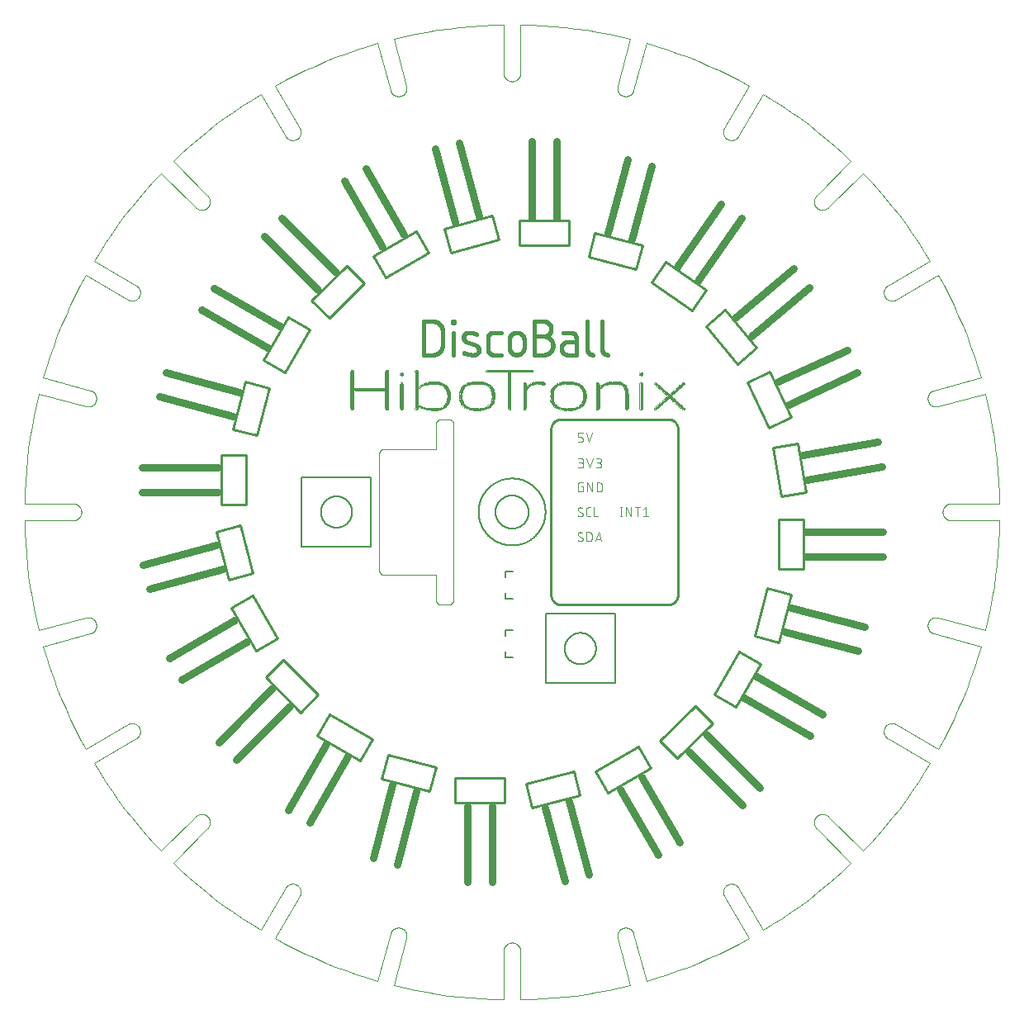
<source format=gto>
G04 EAGLE Gerber RS-274X export*
G75*
%MOMM*%
%FSLAX34Y34*%
%LPD*%
%INSilk_Top*%
%IPPOS*%
%AMOC8*
5,1,8,0,0,1.08239X$1,22.5*%
G01*
%ADD10C,0.000000*%
%ADD11C,0.381000*%
%ADD12C,0.254000*%
%ADD13C,0.076200*%
%ADD14C,0.800000*%
%ADD15C,0.152400*%
%ADD16C,0.203200*%
%ADD17R,0.135400X0.067738*%
%ADD18R,0.135500X0.067738*%
%ADD19R,0.271000X0.067738*%
%ADD20R,0.338700X0.067738*%
%ADD21R,0.406400X0.067738*%
%ADD22R,0.135500X0.067731*%
%ADD23R,0.067700X0.067731*%
%ADD24R,1.151500X0.067731*%
%ADD25R,1.219200X0.067731*%
%ADD26R,0.067800X0.067731*%
%ADD27R,0.135400X0.067731*%
%ADD28R,0.270900X0.067731*%
%ADD29R,0.203200X0.067731*%
%ADD30R,1.761100X0.067731*%
%ADD31R,1.828800X0.067731*%
%ADD32R,0.270900X0.067738*%
%ADD33R,0.203200X0.067738*%
%ADD34R,1.016000X0.067738*%
%ADD35R,0.880500X0.067738*%
%ADD36R,0.880600X0.067738*%
%ADD37R,0.338600X0.067738*%
%ADD38R,0.067800X0.067738*%
%ADD39R,0.067700X0.067738*%
%ADD40R,0.609600X0.067731*%
%ADD41R,0.474100X0.067731*%
%ADD42R,0.541800X0.067731*%
%ADD43R,0.541900X0.067731*%
%ADD44R,0.271000X0.067731*%
%ADD45R,0.338600X0.067731*%
%ADD46R,0.338700X0.067731*%
%ADD47R,0.406400X0.067731*%
%ADD48R,0.677400X0.067738*%
%ADD49R,0.474200X0.067731*%
%ADD50R,0.745100X0.067731*%
%ADD51R,0.474100X0.067738*%
%ADD52R,0.745100X0.067738*%
%ADD53R,3.251200X0.067738*%
%ADD54R,3.860800X0.067731*%
%ADD55R,3.860800X0.067738*%
%ADD56R,0.474200X0.067738*%
%ADD57R,0.677400X0.067731*%
%ADD58R,0.677300X0.067731*%
%ADD59R,1.896500X0.067731*%
%ADD60R,2.032000X0.067731*%
%ADD61R,1.422400X0.067731*%
%ADD62R,1.422400X0.067738*%
%ADD63R,1.625600X0.067738*%
%ADD64R,1.151500X0.067738*%
%ADD65R,1.354600X0.067738*%
%ADD66R,2.167400X0.067731*%
%ADD67R,2.167500X0.067731*%
%ADD68R,4.809100X0.067731*%
%ADD69R,4.809100X0.067738*%
%ADD70R,4.605800X0.067731*%


D10*
X14835Y621108D02*
X12201Y610027D01*
X9820Y598889D01*
X7693Y587700D01*
X5821Y576465D01*
X4206Y565191D01*
X2848Y553882D01*
X1748Y542546D01*
X906Y531187D01*
X324Y519813D01*
X0Y508428D01*
X49928Y508428D01*
X50135Y508425D01*
X50342Y508418D01*
X50548Y508405D01*
X50755Y508388D01*
X50960Y508365D01*
X51166Y508337D01*
X51370Y508305D01*
X51574Y508267D01*
X51776Y508225D01*
X51978Y508177D01*
X52178Y508125D01*
X52377Y508068D01*
X52574Y508006D01*
X52770Y507939D01*
X52964Y507867D01*
X53157Y507791D01*
X53347Y507710D01*
X53536Y507624D01*
X53722Y507534D01*
X53906Y507440D01*
X54088Y507340D01*
X54267Y507237D01*
X54444Y507129D01*
X54618Y507017D01*
X54789Y506901D01*
X54958Y506780D01*
X55123Y506656D01*
X55285Y506527D01*
X55444Y506395D01*
X55600Y506259D01*
X55753Y506119D01*
X55902Y505975D01*
X56047Y505828D01*
X56189Y505677D01*
X56327Y505523D01*
X56462Y505365D01*
X56592Y505205D01*
X56718Y505041D01*
X56841Y504874D01*
X56959Y504704D01*
X57074Y504531D01*
X57184Y504356D01*
X57289Y504178D01*
X57391Y503997D01*
X57487Y503815D01*
X57580Y503629D01*
X57668Y503442D01*
X57751Y503252D01*
X57830Y503061D01*
X57904Y502868D01*
X57973Y502672D01*
X58037Y502476D01*
X58097Y502278D01*
X58152Y502078D01*
X58202Y501877D01*
X58247Y501675D01*
X58287Y501472D01*
X58322Y501268D01*
X58352Y501063D01*
X58377Y500858D01*
X58397Y500652D01*
X58412Y500445D01*
X58422Y500238D01*
X58427Y500031D01*
X58427Y499825D01*
X58422Y499618D01*
X58412Y499411D01*
X58397Y499204D01*
X58377Y498998D01*
X58352Y498793D01*
X58322Y498588D01*
X58287Y498384D01*
X58247Y498181D01*
X58202Y497979D01*
X58152Y497778D01*
X58097Y497578D01*
X58037Y497380D01*
X57973Y497184D01*
X57904Y496988D01*
X57830Y496795D01*
X57751Y496604D01*
X57668Y496414D01*
X57580Y496227D01*
X57487Y496041D01*
X57391Y495859D01*
X57289Y495678D01*
X57184Y495500D01*
X57074Y495325D01*
X56959Y495152D01*
X56841Y494982D01*
X56718Y494815D01*
X56592Y494651D01*
X56462Y494491D01*
X56327Y494333D01*
X56189Y494179D01*
X56047Y494028D01*
X55902Y493881D01*
X55753Y493737D01*
X55600Y493597D01*
X55444Y493461D01*
X55285Y493329D01*
X55123Y493200D01*
X54958Y493076D01*
X54789Y492955D01*
X54618Y492839D01*
X54444Y492727D01*
X54267Y492619D01*
X54088Y492516D01*
X53906Y492416D01*
X53722Y492322D01*
X53536Y492232D01*
X53347Y492146D01*
X53157Y492065D01*
X52964Y491989D01*
X52770Y491917D01*
X52574Y491850D01*
X52377Y491788D01*
X52178Y491731D01*
X51978Y491679D01*
X51776Y491631D01*
X51574Y491589D01*
X51370Y491551D01*
X51166Y491519D01*
X50960Y491491D01*
X50755Y491468D01*
X50548Y491451D01*
X50342Y491438D01*
X50135Y491431D01*
X49928Y491428D01*
X0Y491428D01*
X-1Y491428D02*
X323Y480043D01*
X905Y468668D01*
X1747Y457309D01*
X2847Y445973D01*
X4205Y434664D01*
X5820Y423390D01*
X7692Y412155D01*
X9819Y400966D01*
X12200Y389828D01*
X14834Y378747D01*
X14835Y378747D02*
X63061Y391670D01*
X63263Y391722D01*
X63467Y391768D01*
X63671Y391810D01*
X63876Y391846D01*
X64083Y391878D01*
X64290Y391904D01*
X64497Y391926D01*
X64705Y391942D01*
X64913Y391953D01*
X65122Y391959D01*
X65331Y391960D01*
X65539Y391955D01*
X65748Y391946D01*
X65956Y391932D01*
X66163Y391912D01*
X66370Y391887D01*
X66577Y391858D01*
X66783Y391823D01*
X66987Y391783D01*
X67191Y391738D01*
X67394Y391688D01*
X67595Y391633D01*
X67795Y391574D01*
X67993Y391509D01*
X68190Y391439D01*
X68385Y391365D01*
X68578Y391286D01*
X68769Y391202D01*
X68958Y391114D01*
X69145Y391021D01*
X69329Y390923D01*
X69511Y390821D01*
X69690Y390715D01*
X69867Y390604D01*
X70041Y390489D01*
X70212Y390369D01*
X70380Y390246D01*
X70545Y390118D01*
X70707Y389986D01*
X70865Y389851D01*
X71021Y389711D01*
X71172Y389568D01*
X71320Y389421D01*
X71465Y389271D01*
X71606Y389117D01*
X71742Y388959D01*
X71875Y388798D01*
X72005Y388634D01*
X72129Y388467D01*
X72250Y388297D01*
X72367Y388124D01*
X72479Y387949D01*
X72587Y387770D01*
X72691Y387589D01*
X72790Y387405D01*
X72884Y387219D01*
X72974Y387031D01*
X73060Y386841D01*
X73140Y386648D01*
X73216Y386454D01*
X73287Y386258D01*
X73354Y386060D01*
X73415Y385861D01*
X73471Y385660D01*
X73523Y385458D01*
X73569Y385254D01*
X73611Y385050D01*
X73647Y384845D01*
X73679Y384638D01*
X73705Y384431D01*
X73727Y384224D01*
X73743Y384016D01*
X73754Y383808D01*
X73760Y383599D01*
X73761Y383390D01*
X73756Y383182D01*
X73747Y382973D01*
X73733Y382765D01*
X73713Y382558D01*
X73688Y382351D01*
X73659Y382144D01*
X73624Y381938D01*
X73584Y381734D01*
X73539Y381530D01*
X73489Y381327D01*
X73434Y381126D01*
X73375Y380926D01*
X73310Y380728D01*
X73240Y380531D01*
X73166Y380336D01*
X73087Y380143D01*
X73003Y379952D01*
X72915Y379763D01*
X72822Y379576D01*
X72724Y379392D01*
X72622Y379210D01*
X72516Y379031D01*
X72405Y378854D01*
X72290Y378680D01*
X72170Y378509D01*
X72047Y378341D01*
X71919Y378176D01*
X71787Y378014D01*
X71652Y377856D01*
X71512Y377700D01*
X71369Y377549D01*
X71222Y377401D01*
X71072Y377256D01*
X70918Y377115D01*
X70760Y376979D01*
X70599Y376846D01*
X70435Y376716D01*
X70268Y376592D01*
X70098Y376471D01*
X69925Y376354D01*
X69750Y376242D01*
X69571Y376134D01*
X69390Y376030D01*
X69206Y375931D01*
X69020Y375837D01*
X68832Y375747D01*
X68642Y375661D01*
X68449Y375581D01*
X68255Y375505D01*
X68059Y375434D01*
X67861Y375367D01*
X67662Y375306D01*
X67461Y375250D01*
X67461Y375249D02*
X19235Y362327D01*
X22494Y351414D01*
X26000Y340577D01*
X29753Y329824D01*
X33750Y319158D01*
X37988Y308586D01*
X42466Y298114D01*
X47182Y287746D01*
X52132Y277489D01*
X57315Y267347D01*
X62728Y257325D01*
X105966Y282289D01*
X106146Y282390D01*
X106329Y282487D01*
X106515Y282580D01*
X106702Y282668D01*
X106892Y282751D01*
X107083Y282830D01*
X107276Y282903D01*
X107471Y282973D01*
X107668Y283037D01*
X107866Y283097D01*
X108066Y283152D01*
X108267Y283202D01*
X108469Y283247D01*
X108672Y283287D01*
X108876Y283322D01*
X109081Y283352D01*
X109286Y283377D01*
X109492Y283397D01*
X109699Y283412D01*
X109905Y283422D01*
X110112Y283427D01*
X110319Y283427D01*
X110526Y283422D01*
X110733Y283412D01*
X110940Y283397D01*
X111146Y283377D01*
X111351Y283352D01*
X111556Y283322D01*
X111760Y283287D01*
X111963Y283247D01*
X112165Y283202D01*
X112366Y283152D01*
X112565Y283097D01*
X112764Y283037D01*
X112960Y282973D01*
X113155Y282904D01*
X113349Y282830D01*
X113540Y282751D01*
X113730Y282668D01*
X113917Y282580D01*
X114102Y282487D01*
X114285Y282391D01*
X114466Y282289D01*
X114644Y282184D01*
X114819Y282074D01*
X114992Y281959D01*
X115162Y281841D01*
X115329Y281719D01*
X115492Y281592D01*
X115653Y281462D01*
X115811Y281327D01*
X115965Y281189D01*
X116116Y281047D01*
X116263Y280902D01*
X116406Y280753D01*
X116546Y280600D01*
X116683Y280444D01*
X116815Y280285D01*
X116944Y280123D01*
X117068Y279958D01*
X117189Y279789D01*
X117305Y279618D01*
X117417Y279444D01*
X117525Y279267D01*
X117628Y279088D01*
X117727Y278906D01*
X117822Y278722D01*
X117912Y278536D01*
X117998Y278347D01*
X118079Y278157D01*
X118155Y277965D01*
X118227Y277770D01*
X118294Y277574D01*
X118356Y277377D01*
X118413Y277178D01*
X118465Y276978D01*
X118513Y276776D01*
X118555Y276574D01*
X118593Y276370D01*
X118625Y276166D01*
X118653Y275961D01*
X118676Y275755D01*
X118693Y275549D01*
X118706Y275342D01*
X118713Y275135D01*
X118716Y274928D01*
X118713Y274721D01*
X118706Y274514D01*
X118693Y274308D01*
X118676Y274101D01*
X118653Y273896D01*
X118625Y273690D01*
X118593Y273486D01*
X118555Y273283D01*
X118513Y273080D01*
X118465Y272878D01*
X118413Y272678D01*
X118356Y272479D01*
X118294Y272282D01*
X118227Y272086D01*
X118155Y271892D01*
X118079Y271699D01*
X117998Y271509D01*
X117912Y271320D01*
X117822Y271134D01*
X117728Y270950D01*
X117628Y270768D01*
X117525Y270589D01*
X117417Y270412D01*
X117305Y270238D01*
X117189Y270067D01*
X117068Y269898D01*
X116944Y269733D01*
X116815Y269571D01*
X116683Y269412D01*
X116547Y269256D01*
X116407Y269103D01*
X116263Y268954D01*
X116116Y268809D01*
X115965Y268667D01*
X115811Y268529D01*
X115653Y268395D01*
X115493Y268264D01*
X115329Y268138D01*
X115162Y268015D01*
X114992Y267897D01*
X114819Y267782D01*
X114644Y267673D01*
X114466Y267567D01*
X71228Y242603D01*
X77200Y232905D01*
X83392Y223345D01*
X89800Y213929D01*
X96421Y204661D01*
X103251Y195547D01*
X110287Y186590D01*
X117525Y177796D01*
X124962Y169170D01*
X132593Y160715D01*
X140415Y152436D01*
X175719Y187740D01*
X175720Y187740D02*
X175869Y187886D01*
X176022Y188028D01*
X176178Y188166D01*
X176338Y188301D01*
X176501Y188431D01*
X176667Y188557D01*
X176836Y188679D01*
X177008Y188797D01*
X177183Y188911D01*
X177360Y189021D01*
X177540Y189126D01*
X177723Y189226D01*
X177908Y189322D01*
X178096Y189414D01*
X178285Y189501D01*
X178477Y189583D01*
X178671Y189660D01*
X178866Y189733D01*
X179064Y189801D01*
X179263Y189864D01*
X179463Y189922D01*
X179665Y189975D01*
X179868Y190023D01*
X180072Y190067D01*
X180277Y190105D01*
X180483Y190138D01*
X180690Y190166D01*
X180897Y190189D01*
X181105Y190207D01*
X181313Y190220D01*
X181521Y190227D01*
X181730Y190230D01*
X181939Y190227D01*
X182147Y190220D01*
X182355Y190207D01*
X182563Y190189D01*
X182770Y190166D01*
X182977Y190138D01*
X183183Y190105D01*
X183388Y190067D01*
X183592Y190023D01*
X183795Y189975D01*
X183997Y189922D01*
X184197Y189864D01*
X184396Y189801D01*
X184594Y189733D01*
X184789Y189660D01*
X184983Y189583D01*
X185175Y189501D01*
X185364Y189414D01*
X185552Y189322D01*
X185737Y189226D01*
X185920Y189126D01*
X186100Y189021D01*
X186277Y188911D01*
X186452Y188797D01*
X186624Y188679D01*
X186793Y188557D01*
X186959Y188431D01*
X187122Y188301D01*
X187282Y188166D01*
X187438Y188028D01*
X187591Y187886D01*
X187740Y187740D01*
X187886Y187591D01*
X188028Y187438D01*
X188166Y187282D01*
X188301Y187122D01*
X188431Y186959D01*
X188557Y186793D01*
X188679Y186624D01*
X188797Y186452D01*
X188911Y186277D01*
X189021Y186100D01*
X189126Y185920D01*
X189226Y185737D01*
X189322Y185552D01*
X189414Y185364D01*
X189501Y185175D01*
X189583Y184983D01*
X189660Y184789D01*
X189733Y184594D01*
X189801Y184396D01*
X189864Y184197D01*
X189922Y183997D01*
X189975Y183795D01*
X190023Y183592D01*
X190067Y183388D01*
X190105Y183183D01*
X190138Y182977D01*
X190166Y182770D01*
X190189Y182563D01*
X190207Y182355D01*
X190220Y182147D01*
X190227Y181939D01*
X190230Y181730D01*
X190227Y181521D01*
X190220Y181313D01*
X190207Y181105D01*
X190189Y180897D01*
X190166Y180690D01*
X190138Y180483D01*
X190105Y180277D01*
X190067Y180072D01*
X190023Y179868D01*
X189975Y179665D01*
X189922Y179463D01*
X189864Y179263D01*
X189801Y179064D01*
X189733Y178866D01*
X189660Y178671D01*
X189583Y178477D01*
X189501Y178285D01*
X189414Y178096D01*
X189322Y177908D01*
X189226Y177723D01*
X189126Y177540D01*
X189021Y177360D01*
X188911Y177183D01*
X188797Y177008D01*
X188679Y176836D01*
X188557Y176667D01*
X188431Y176501D01*
X188301Y176338D01*
X188166Y176178D01*
X188028Y176022D01*
X187886Y175869D01*
X187740Y175720D01*
X187740Y175719D02*
X152436Y140415D01*
X160715Y132593D01*
X169170Y124962D01*
X177796Y117525D01*
X186590Y110287D01*
X195547Y103251D01*
X204661Y96421D01*
X213929Y89800D01*
X223345Y83392D01*
X232905Y77200D01*
X242603Y71228D01*
X267567Y114466D01*
X267673Y114644D01*
X267782Y114819D01*
X267897Y114992D01*
X268015Y115162D01*
X268138Y115329D01*
X268264Y115493D01*
X268395Y115653D01*
X268529Y115811D01*
X268667Y115965D01*
X268809Y116116D01*
X268954Y116263D01*
X269103Y116407D01*
X269256Y116547D01*
X269412Y116683D01*
X269571Y116815D01*
X269733Y116944D01*
X269898Y117068D01*
X270067Y117189D01*
X270238Y117305D01*
X270412Y117417D01*
X270589Y117525D01*
X270768Y117628D01*
X270950Y117728D01*
X271134Y117822D01*
X271320Y117912D01*
X271509Y117998D01*
X271699Y118079D01*
X271892Y118155D01*
X272086Y118227D01*
X272282Y118294D01*
X272479Y118356D01*
X272678Y118413D01*
X272878Y118465D01*
X273080Y118513D01*
X273283Y118555D01*
X273486Y118593D01*
X273690Y118625D01*
X273896Y118653D01*
X274101Y118676D01*
X274308Y118693D01*
X274514Y118706D01*
X274721Y118713D01*
X274928Y118716D01*
X275135Y118713D01*
X275342Y118706D01*
X275549Y118693D01*
X275755Y118676D01*
X275961Y118653D01*
X276166Y118625D01*
X276370Y118593D01*
X276574Y118555D01*
X276776Y118513D01*
X276978Y118465D01*
X277178Y118413D01*
X277377Y118356D01*
X277574Y118294D01*
X277770Y118227D01*
X277965Y118155D01*
X278157Y118079D01*
X278347Y117998D01*
X278536Y117912D01*
X278722Y117822D01*
X278906Y117727D01*
X279088Y117628D01*
X279267Y117525D01*
X279444Y117417D01*
X279618Y117305D01*
X279789Y117189D01*
X279958Y117068D01*
X280123Y116944D01*
X280285Y116815D01*
X280444Y116683D01*
X280600Y116546D01*
X280753Y116406D01*
X280902Y116263D01*
X281047Y116116D01*
X281189Y115965D01*
X281327Y115811D01*
X281462Y115653D01*
X281592Y115492D01*
X281719Y115329D01*
X281841Y115162D01*
X281959Y114992D01*
X282074Y114819D01*
X282184Y114644D01*
X282289Y114466D01*
X282391Y114285D01*
X282487Y114102D01*
X282580Y113917D01*
X282668Y113730D01*
X282751Y113540D01*
X282830Y113349D01*
X282904Y113155D01*
X282973Y112960D01*
X283037Y112764D01*
X283097Y112565D01*
X283152Y112366D01*
X283202Y112165D01*
X283247Y111963D01*
X283287Y111760D01*
X283322Y111556D01*
X283352Y111351D01*
X283377Y111146D01*
X283397Y110940D01*
X283412Y110733D01*
X283422Y110526D01*
X283427Y110319D01*
X283427Y110112D01*
X283422Y109905D01*
X283412Y109699D01*
X283397Y109492D01*
X283377Y109286D01*
X283352Y109081D01*
X283322Y108876D01*
X283287Y108672D01*
X283247Y108469D01*
X283202Y108267D01*
X283152Y108066D01*
X283097Y107866D01*
X283037Y107668D01*
X282973Y107471D01*
X282903Y107276D01*
X282830Y107083D01*
X282751Y106892D01*
X282668Y106702D01*
X282580Y106515D01*
X282487Y106329D01*
X282390Y106146D01*
X282289Y105966D01*
X257325Y62728D01*
X267347Y57315D01*
X277489Y52132D01*
X287746Y47182D01*
X298114Y42466D01*
X308586Y37988D01*
X319158Y33750D01*
X329824Y29753D01*
X340577Y26000D01*
X351414Y22494D01*
X362327Y19235D01*
X375249Y67461D01*
X375250Y67461D02*
X375306Y67662D01*
X375367Y67861D01*
X375434Y68059D01*
X375505Y68255D01*
X375581Y68449D01*
X375661Y68642D01*
X375747Y68832D01*
X375837Y69020D01*
X375931Y69206D01*
X376030Y69390D01*
X376134Y69571D01*
X376242Y69750D01*
X376354Y69925D01*
X376471Y70098D01*
X376592Y70268D01*
X376716Y70435D01*
X376846Y70599D01*
X376979Y70760D01*
X377115Y70918D01*
X377256Y71072D01*
X377401Y71222D01*
X377549Y71369D01*
X377700Y71512D01*
X377856Y71652D01*
X378014Y71787D01*
X378176Y71919D01*
X378341Y72047D01*
X378509Y72170D01*
X378680Y72290D01*
X378854Y72405D01*
X379031Y72516D01*
X379210Y72622D01*
X379392Y72724D01*
X379576Y72822D01*
X379763Y72915D01*
X379952Y73003D01*
X380143Y73087D01*
X380336Y73166D01*
X380531Y73240D01*
X380728Y73310D01*
X380926Y73375D01*
X381126Y73434D01*
X381327Y73489D01*
X381530Y73539D01*
X381734Y73584D01*
X381938Y73624D01*
X382144Y73659D01*
X382351Y73688D01*
X382558Y73713D01*
X382765Y73733D01*
X382973Y73747D01*
X383182Y73756D01*
X383390Y73761D01*
X383599Y73760D01*
X383808Y73754D01*
X384016Y73743D01*
X384224Y73727D01*
X384431Y73705D01*
X384638Y73679D01*
X384845Y73647D01*
X385050Y73611D01*
X385254Y73569D01*
X385458Y73523D01*
X385660Y73471D01*
X385861Y73415D01*
X386060Y73354D01*
X386258Y73287D01*
X386454Y73216D01*
X386648Y73140D01*
X386841Y73060D01*
X387031Y72974D01*
X387219Y72884D01*
X387405Y72790D01*
X387589Y72691D01*
X387770Y72587D01*
X387949Y72479D01*
X388124Y72367D01*
X388297Y72250D01*
X388467Y72129D01*
X388634Y72005D01*
X388798Y71875D01*
X388959Y71742D01*
X389117Y71606D01*
X389271Y71465D01*
X389421Y71320D01*
X389568Y71172D01*
X389711Y71021D01*
X389851Y70865D01*
X389986Y70707D01*
X390118Y70545D01*
X390246Y70380D01*
X390369Y70212D01*
X390489Y70041D01*
X390604Y69867D01*
X390715Y69690D01*
X390821Y69511D01*
X390923Y69329D01*
X391021Y69145D01*
X391114Y68958D01*
X391202Y68769D01*
X391286Y68578D01*
X391365Y68385D01*
X391439Y68190D01*
X391509Y67993D01*
X391574Y67795D01*
X391633Y67595D01*
X391688Y67394D01*
X391738Y67191D01*
X391783Y66987D01*
X391823Y66783D01*
X391858Y66577D01*
X391887Y66370D01*
X391912Y66163D01*
X391932Y65956D01*
X391946Y65748D01*
X391955Y65539D01*
X391960Y65331D01*
X391959Y65122D01*
X391953Y64913D01*
X391942Y64705D01*
X391926Y64497D01*
X391904Y64290D01*
X391878Y64083D01*
X391846Y63876D01*
X391810Y63671D01*
X391768Y63467D01*
X391722Y63263D01*
X391670Y63061D01*
X378747Y14835D01*
X378747Y14834D02*
X389828Y12200D01*
X400966Y9819D01*
X412155Y7692D01*
X423390Y5820D01*
X434664Y4205D01*
X445973Y2847D01*
X457309Y1747D01*
X468668Y905D01*
X480043Y323D01*
X491428Y-1D01*
X491428Y0D02*
X491428Y49928D01*
X491431Y50135D01*
X491438Y50342D01*
X491451Y50548D01*
X491468Y50755D01*
X491491Y50960D01*
X491519Y51166D01*
X491551Y51370D01*
X491589Y51574D01*
X491631Y51776D01*
X491679Y51978D01*
X491731Y52178D01*
X491788Y52377D01*
X491850Y52574D01*
X491917Y52770D01*
X491989Y52964D01*
X492065Y53157D01*
X492146Y53347D01*
X492232Y53536D01*
X492322Y53722D01*
X492416Y53906D01*
X492516Y54088D01*
X492619Y54267D01*
X492727Y54444D01*
X492839Y54618D01*
X492955Y54789D01*
X493076Y54958D01*
X493200Y55123D01*
X493329Y55285D01*
X493461Y55444D01*
X493597Y55600D01*
X493737Y55753D01*
X493881Y55902D01*
X494028Y56047D01*
X494179Y56189D01*
X494333Y56327D01*
X494491Y56462D01*
X494651Y56592D01*
X494815Y56718D01*
X494982Y56841D01*
X495152Y56959D01*
X495325Y57074D01*
X495500Y57184D01*
X495678Y57289D01*
X495859Y57391D01*
X496041Y57487D01*
X496227Y57580D01*
X496414Y57668D01*
X496604Y57751D01*
X496795Y57830D01*
X496988Y57904D01*
X497184Y57973D01*
X497380Y58037D01*
X497578Y58097D01*
X497778Y58152D01*
X497979Y58202D01*
X498181Y58247D01*
X498384Y58287D01*
X498588Y58322D01*
X498793Y58352D01*
X498998Y58377D01*
X499204Y58397D01*
X499411Y58412D01*
X499618Y58422D01*
X499825Y58427D01*
X500031Y58427D01*
X500238Y58422D01*
X500445Y58412D01*
X500652Y58397D01*
X500858Y58377D01*
X501063Y58352D01*
X501268Y58322D01*
X501472Y58287D01*
X501675Y58247D01*
X501877Y58202D01*
X502078Y58152D01*
X502278Y58097D01*
X502476Y58037D01*
X502672Y57973D01*
X502868Y57904D01*
X503061Y57830D01*
X503252Y57751D01*
X503442Y57668D01*
X503629Y57580D01*
X503815Y57487D01*
X503997Y57391D01*
X504178Y57289D01*
X504356Y57184D01*
X504531Y57074D01*
X504704Y56959D01*
X504874Y56841D01*
X505041Y56718D01*
X505205Y56592D01*
X505365Y56462D01*
X505523Y56327D01*
X505677Y56189D01*
X505828Y56047D01*
X505975Y55902D01*
X506119Y55753D01*
X506259Y55600D01*
X506395Y55444D01*
X506527Y55285D01*
X506656Y55123D01*
X506780Y54958D01*
X506901Y54789D01*
X507017Y54618D01*
X507129Y54444D01*
X507237Y54267D01*
X507340Y54088D01*
X507440Y53906D01*
X507534Y53722D01*
X507624Y53536D01*
X507710Y53347D01*
X507791Y53157D01*
X507867Y52964D01*
X507939Y52770D01*
X508006Y52574D01*
X508068Y52377D01*
X508125Y52178D01*
X508177Y51978D01*
X508225Y51776D01*
X508267Y51574D01*
X508305Y51370D01*
X508337Y51166D01*
X508365Y50960D01*
X508388Y50755D01*
X508405Y50548D01*
X508418Y50342D01*
X508425Y50135D01*
X508428Y49928D01*
X508428Y0D01*
X519813Y324D01*
X531187Y906D01*
X542546Y1748D01*
X553882Y2848D01*
X565191Y4206D01*
X576465Y5821D01*
X587700Y7693D01*
X598889Y9820D01*
X610027Y12201D01*
X621108Y14835D01*
X608186Y63061D01*
X608187Y63061D02*
X608135Y63262D01*
X608089Y63463D01*
X608048Y63666D01*
X608012Y63870D01*
X607980Y64075D01*
X607954Y64280D01*
X607932Y64486D01*
X607916Y64692D01*
X607905Y64899D01*
X607898Y65106D01*
X607897Y65313D01*
X607901Y65520D01*
X607910Y65727D01*
X607924Y65933D01*
X607942Y66139D01*
X607966Y66345D01*
X607995Y66550D01*
X608029Y66754D01*
X608068Y66957D01*
X608112Y67160D01*
X608160Y67361D01*
X608214Y67561D01*
X608272Y67759D01*
X608336Y67956D01*
X608404Y68152D01*
X608476Y68346D01*
X608554Y68538D01*
X608636Y68728D01*
X608723Y68916D01*
X608814Y69101D01*
X608910Y69285D01*
X609010Y69466D01*
X609115Y69645D01*
X609224Y69821D01*
X609337Y69994D01*
X609454Y70165D01*
X609576Y70332D01*
X609701Y70497D01*
X609831Y70658D01*
X609964Y70817D01*
X610101Y70972D01*
X610242Y71123D01*
X610387Y71271D01*
X610535Y71416D01*
X610686Y71557D01*
X610841Y71694D01*
X611000Y71827D01*
X611161Y71957D01*
X611326Y72082D01*
X611493Y72204D01*
X611664Y72321D01*
X611837Y72434D01*
X612013Y72543D01*
X612192Y72648D01*
X612373Y72748D01*
X612557Y72844D01*
X612742Y72935D01*
X612930Y73022D01*
X613120Y73104D01*
X613312Y73182D01*
X613506Y73254D01*
X613702Y73322D01*
X613899Y73386D01*
X614097Y73444D01*
X614297Y73498D01*
X614498Y73546D01*
X614701Y73590D01*
X614904Y73629D01*
X615108Y73663D01*
X615313Y73692D01*
X615519Y73716D01*
X615725Y73734D01*
X615931Y73748D01*
X616138Y73757D01*
X616345Y73761D01*
X616552Y73760D01*
X616759Y73753D01*
X616966Y73742D01*
X617172Y73726D01*
X617378Y73704D01*
X617583Y73678D01*
X617788Y73646D01*
X617992Y73610D01*
X618195Y73569D01*
X618396Y73523D01*
X618597Y73471D01*
X618796Y73415D01*
X618994Y73355D01*
X619190Y73289D01*
X619385Y73218D01*
X619578Y73143D01*
X619769Y73064D01*
X619958Y72979D01*
X620145Y72890D01*
X620330Y72797D01*
X620512Y72699D01*
X620692Y72596D01*
X620869Y72489D01*
X621044Y72378D01*
X621216Y72263D01*
X621385Y72144D01*
X621551Y72020D01*
X621714Y71893D01*
X621874Y71761D01*
X622031Y71626D01*
X622184Y71487D01*
X622334Y71344D01*
X622480Y71198D01*
X622623Y71048D01*
X622762Y70895D01*
X622897Y70738D01*
X623029Y70578D01*
X623156Y70415D01*
X623280Y70249D01*
X623399Y70080D01*
X623514Y69908D01*
X623625Y69733D01*
X623732Y69556D01*
X623835Y69376D01*
X623933Y69194D01*
X624026Y69009D01*
X624115Y68822D01*
X624200Y68633D01*
X624279Y68442D01*
X624354Y68249D01*
X624425Y68054D01*
X624491Y67858D01*
X624551Y67660D01*
X624607Y67461D01*
X637529Y19235D01*
X648443Y22494D01*
X659279Y26001D01*
X670033Y29753D01*
X680698Y33750D01*
X691270Y37988D01*
X701742Y42467D01*
X712109Y47182D01*
X722367Y52133D01*
X732509Y57315D01*
X742530Y62728D01*
X717567Y105966D01*
X717466Y106146D01*
X717369Y106329D01*
X717276Y106515D01*
X717188Y106702D01*
X717105Y106892D01*
X717026Y107083D01*
X716953Y107276D01*
X716883Y107471D01*
X716819Y107668D01*
X716759Y107866D01*
X716704Y108066D01*
X716654Y108267D01*
X716609Y108469D01*
X716569Y108672D01*
X716534Y108876D01*
X716504Y109081D01*
X716479Y109286D01*
X716459Y109492D01*
X716444Y109699D01*
X716434Y109905D01*
X716429Y110112D01*
X716429Y110319D01*
X716434Y110526D01*
X716444Y110733D01*
X716459Y110940D01*
X716479Y111146D01*
X716504Y111351D01*
X716534Y111556D01*
X716569Y111760D01*
X716609Y111963D01*
X716654Y112165D01*
X716704Y112366D01*
X716759Y112565D01*
X716819Y112764D01*
X716883Y112960D01*
X716952Y113155D01*
X717026Y113349D01*
X717105Y113540D01*
X717188Y113730D01*
X717276Y113917D01*
X717369Y114102D01*
X717465Y114285D01*
X717567Y114466D01*
X717672Y114644D01*
X717782Y114819D01*
X717897Y114992D01*
X718015Y115162D01*
X718137Y115329D01*
X718264Y115492D01*
X718394Y115653D01*
X718529Y115811D01*
X718667Y115965D01*
X718809Y116116D01*
X718954Y116263D01*
X719103Y116406D01*
X719256Y116546D01*
X719412Y116683D01*
X719571Y116815D01*
X719733Y116944D01*
X719898Y117068D01*
X720067Y117189D01*
X720238Y117305D01*
X720412Y117417D01*
X720589Y117525D01*
X720768Y117628D01*
X720950Y117727D01*
X721134Y117822D01*
X721320Y117912D01*
X721509Y117998D01*
X721699Y118079D01*
X721891Y118155D01*
X722086Y118227D01*
X722282Y118294D01*
X722479Y118356D01*
X722678Y118413D01*
X722878Y118465D01*
X723080Y118513D01*
X723282Y118555D01*
X723486Y118593D01*
X723690Y118625D01*
X723895Y118653D01*
X724101Y118676D01*
X724307Y118693D01*
X724514Y118706D01*
X724721Y118713D01*
X724928Y118716D01*
X725135Y118713D01*
X725342Y118706D01*
X725548Y118693D01*
X725755Y118676D01*
X725960Y118653D01*
X726166Y118625D01*
X726370Y118593D01*
X726573Y118555D01*
X726776Y118513D01*
X726978Y118465D01*
X727178Y118413D01*
X727377Y118356D01*
X727574Y118294D01*
X727770Y118227D01*
X727964Y118155D01*
X728157Y118079D01*
X728347Y117998D01*
X728536Y117912D01*
X728722Y117822D01*
X728906Y117728D01*
X729088Y117628D01*
X729267Y117525D01*
X729444Y117417D01*
X729618Y117305D01*
X729789Y117189D01*
X729958Y117068D01*
X730123Y116944D01*
X730285Y116815D01*
X730444Y116683D01*
X730600Y116547D01*
X730753Y116407D01*
X730902Y116263D01*
X731047Y116116D01*
X731189Y115965D01*
X731327Y115811D01*
X731461Y115653D01*
X731592Y115493D01*
X731718Y115329D01*
X731841Y115162D01*
X731959Y114992D01*
X732074Y114819D01*
X732183Y114644D01*
X732289Y114466D01*
X757253Y71228D01*
X766951Y77200D01*
X776511Y83392D01*
X785927Y89800D01*
X795195Y96421D01*
X804309Y103251D01*
X813266Y110287D01*
X822060Y117525D01*
X830686Y124962D01*
X839141Y132593D01*
X847420Y140415D01*
X812115Y175719D01*
X812116Y175720D02*
X811971Y175868D01*
X811830Y176019D01*
X811693Y176174D01*
X811560Y176333D01*
X811430Y176494D01*
X811305Y176659D01*
X811183Y176826D01*
X811066Y176997D01*
X810953Y177170D01*
X810844Y177346D01*
X810739Y177525D01*
X810639Y177706D01*
X810543Y177890D01*
X810452Y178075D01*
X810365Y178263D01*
X810283Y178453D01*
X810205Y178645D01*
X810133Y178839D01*
X810065Y179035D01*
X810001Y179232D01*
X809943Y179430D01*
X809889Y179630D01*
X809841Y179831D01*
X809797Y180034D01*
X809758Y180237D01*
X809724Y180441D01*
X809695Y180646D01*
X809671Y180852D01*
X809653Y181058D01*
X809639Y181264D01*
X809630Y181471D01*
X809626Y181678D01*
X809627Y181885D01*
X809634Y182092D01*
X809645Y182299D01*
X809661Y182505D01*
X809683Y182711D01*
X809709Y182916D01*
X809741Y183121D01*
X809777Y183325D01*
X809818Y183528D01*
X809864Y183729D01*
X809916Y183930D01*
X809972Y184129D01*
X810032Y184327D01*
X810098Y184523D01*
X810169Y184718D01*
X810244Y184911D01*
X810323Y185102D01*
X810408Y185291D01*
X810497Y185478D01*
X810590Y185663D01*
X810688Y185845D01*
X810791Y186025D01*
X810898Y186202D01*
X811009Y186377D01*
X811124Y186549D01*
X811243Y186718D01*
X811367Y186884D01*
X811494Y187047D01*
X811626Y187207D01*
X811761Y187364D01*
X811900Y187517D01*
X812043Y187667D01*
X812189Y187813D01*
X812339Y187956D01*
X812492Y188095D01*
X812649Y188230D01*
X812809Y188362D01*
X812972Y188489D01*
X813138Y188613D01*
X813307Y188732D01*
X813479Y188847D01*
X813654Y188958D01*
X813831Y189065D01*
X814011Y189168D01*
X814193Y189266D01*
X814378Y189359D01*
X814565Y189448D01*
X814754Y189533D01*
X814945Y189612D01*
X815138Y189687D01*
X815333Y189758D01*
X815529Y189824D01*
X815727Y189884D01*
X815926Y189940D01*
X816127Y189992D01*
X816328Y190038D01*
X816531Y190079D01*
X816735Y190115D01*
X816940Y190147D01*
X817145Y190173D01*
X817351Y190195D01*
X817557Y190211D01*
X817764Y190222D01*
X817971Y190229D01*
X818178Y190230D01*
X818385Y190226D01*
X818592Y190217D01*
X818798Y190203D01*
X819004Y190185D01*
X819210Y190161D01*
X819415Y190132D01*
X819619Y190098D01*
X819822Y190059D01*
X820025Y190015D01*
X820226Y189967D01*
X820426Y189913D01*
X820624Y189855D01*
X820821Y189791D01*
X821017Y189723D01*
X821211Y189651D01*
X821403Y189573D01*
X821593Y189491D01*
X821781Y189404D01*
X821966Y189313D01*
X822150Y189217D01*
X822331Y189117D01*
X822510Y189012D01*
X822686Y188903D01*
X822859Y188790D01*
X823030Y188673D01*
X823197Y188551D01*
X823362Y188426D01*
X823523Y188296D01*
X823682Y188163D01*
X823837Y188026D01*
X823988Y187885D01*
X824136Y187740D01*
X859440Y152436D01*
X859440Y152437D02*
X867262Y160716D01*
X874893Y169171D01*
X882330Y177798D01*
X889568Y186591D01*
X896604Y195548D01*
X903435Y204662D01*
X910055Y213930D01*
X916464Y223346D01*
X922655Y232905D01*
X928628Y242604D01*
X928628Y242603D02*
X885389Y267567D01*
X885211Y267673D01*
X885036Y267782D01*
X884863Y267897D01*
X884693Y268015D01*
X884526Y268138D01*
X884362Y268264D01*
X884202Y268395D01*
X884044Y268529D01*
X883890Y268667D01*
X883739Y268809D01*
X883592Y268954D01*
X883448Y269103D01*
X883308Y269256D01*
X883172Y269412D01*
X883040Y269571D01*
X882911Y269733D01*
X882787Y269898D01*
X882666Y270067D01*
X882550Y270238D01*
X882438Y270412D01*
X882330Y270589D01*
X882227Y270768D01*
X882127Y270950D01*
X882033Y271134D01*
X881943Y271320D01*
X881857Y271509D01*
X881776Y271699D01*
X881700Y271892D01*
X881628Y272086D01*
X881561Y272282D01*
X881499Y272479D01*
X881442Y272678D01*
X881390Y272878D01*
X881342Y273080D01*
X881300Y273283D01*
X881262Y273486D01*
X881230Y273690D01*
X881202Y273896D01*
X881179Y274101D01*
X881162Y274308D01*
X881149Y274514D01*
X881142Y274721D01*
X881139Y274928D01*
X881142Y275135D01*
X881149Y275342D01*
X881162Y275549D01*
X881179Y275755D01*
X881202Y275961D01*
X881230Y276166D01*
X881262Y276370D01*
X881300Y276574D01*
X881342Y276776D01*
X881390Y276978D01*
X881442Y277178D01*
X881499Y277377D01*
X881561Y277574D01*
X881628Y277770D01*
X881700Y277965D01*
X881776Y278157D01*
X881857Y278347D01*
X881943Y278536D01*
X882033Y278722D01*
X882128Y278906D01*
X882227Y279088D01*
X882330Y279267D01*
X882438Y279444D01*
X882550Y279618D01*
X882666Y279789D01*
X882787Y279958D01*
X882911Y280123D01*
X883040Y280285D01*
X883172Y280444D01*
X883309Y280600D01*
X883449Y280753D01*
X883592Y280902D01*
X883739Y281047D01*
X883890Y281189D01*
X884044Y281327D01*
X884202Y281462D01*
X884363Y281592D01*
X884526Y281719D01*
X884693Y281841D01*
X884863Y281959D01*
X885036Y282074D01*
X885211Y282184D01*
X885389Y282289D01*
X885570Y282391D01*
X885753Y282487D01*
X885938Y282580D01*
X886125Y282668D01*
X886315Y282751D01*
X886506Y282830D01*
X886700Y282904D01*
X886895Y282973D01*
X887091Y283037D01*
X887290Y283097D01*
X887489Y283152D01*
X887690Y283202D01*
X887892Y283247D01*
X888095Y283287D01*
X888299Y283322D01*
X888504Y283352D01*
X888709Y283377D01*
X888915Y283397D01*
X889122Y283412D01*
X889329Y283422D01*
X889536Y283427D01*
X889743Y283427D01*
X889950Y283422D01*
X890156Y283412D01*
X890363Y283397D01*
X890569Y283377D01*
X890774Y283352D01*
X890979Y283322D01*
X891183Y283287D01*
X891386Y283247D01*
X891588Y283202D01*
X891789Y283152D01*
X891989Y283097D01*
X892187Y283037D01*
X892384Y282973D01*
X892579Y282903D01*
X892772Y282830D01*
X892963Y282751D01*
X893153Y282668D01*
X893340Y282580D01*
X893526Y282487D01*
X893709Y282390D01*
X893889Y282289D01*
X937128Y257325D01*
X942541Y267347D01*
X947724Y277489D01*
X952674Y287746D01*
X957390Y298114D01*
X961868Y308586D01*
X966106Y319158D01*
X970103Y329824D01*
X973856Y340577D01*
X977362Y351414D01*
X980621Y362327D01*
X932394Y375249D01*
X932394Y375250D02*
X932195Y375306D01*
X931997Y375366D01*
X931801Y375432D01*
X931606Y375503D01*
X931413Y375578D01*
X931222Y375657D01*
X931033Y375742D01*
X930846Y375831D01*
X930661Y375924D01*
X930479Y376022D01*
X930299Y376125D01*
X930122Y376232D01*
X929947Y376343D01*
X929775Y376458D01*
X929606Y376577D01*
X929440Y376701D01*
X929277Y376828D01*
X929117Y376960D01*
X928960Y377095D01*
X928807Y377234D01*
X928657Y377377D01*
X928511Y377523D01*
X928368Y377673D01*
X928229Y377826D01*
X928094Y377983D01*
X927962Y378143D01*
X927835Y378306D01*
X927711Y378472D01*
X927592Y378641D01*
X927477Y378813D01*
X927366Y378988D01*
X927259Y379165D01*
X927156Y379345D01*
X927058Y379527D01*
X926965Y379712D01*
X926876Y379899D01*
X926791Y380088D01*
X926712Y380279D01*
X926637Y380472D01*
X926566Y380667D01*
X926500Y380863D01*
X926440Y381061D01*
X926384Y381260D01*
X926332Y381461D01*
X926286Y381662D01*
X926245Y381865D01*
X926209Y382069D01*
X926177Y382274D01*
X926151Y382479D01*
X926129Y382685D01*
X926113Y382891D01*
X926102Y383098D01*
X926095Y383305D01*
X926094Y383512D01*
X926098Y383719D01*
X926107Y383926D01*
X926121Y384132D01*
X926139Y384338D01*
X926163Y384544D01*
X926192Y384749D01*
X926226Y384953D01*
X926265Y385156D01*
X926309Y385359D01*
X926357Y385560D01*
X926411Y385760D01*
X926469Y385958D01*
X926533Y386155D01*
X926601Y386351D01*
X926673Y386545D01*
X926751Y386737D01*
X926833Y386927D01*
X926920Y387115D01*
X927011Y387300D01*
X927107Y387484D01*
X927207Y387665D01*
X927312Y387844D01*
X927421Y388020D01*
X927534Y388193D01*
X927651Y388364D01*
X927773Y388531D01*
X927898Y388696D01*
X928028Y388857D01*
X928161Y389016D01*
X928298Y389171D01*
X928439Y389322D01*
X928584Y389470D01*
X928732Y389615D01*
X928883Y389756D01*
X929038Y389893D01*
X929197Y390026D01*
X929358Y390156D01*
X929523Y390281D01*
X929690Y390403D01*
X929861Y390520D01*
X930034Y390633D01*
X930210Y390742D01*
X930389Y390847D01*
X930570Y390947D01*
X930754Y391043D01*
X930939Y391134D01*
X931127Y391221D01*
X931317Y391303D01*
X931509Y391381D01*
X931703Y391453D01*
X931899Y391521D01*
X932096Y391585D01*
X932294Y391643D01*
X932494Y391697D01*
X932695Y391745D01*
X932898Y391789D01*
X933101Y391828D01*
X933305Y391862D01*
X933510Y391891D01*
X933716Y391915D01*
X933922Y391933D01*
X934128Y391947D01*
X934335Y391956D01*
X934542Y391960D01*
X934749Y391959D01*
X934956Y391952D01*
X935163Y391941D01*
X935369Y391925D01*
X935575Y391903D01*
X935780Y391877D01*
X935985Y391845D01*
X936189Y391809D01*
X936392Y391768D01*
X936593Y391722D01*
X936794Y391670D01*
X985021Y378747D01*
X987655Y389828D01*
X990036Y400966D01*
X992163Y412155D01*
X994035Y423390D01*
X995650Y434665D01*
X997008Y445973D01*
X998108Y457310D01*
X998949Y468668D01*
X999532Y480043D01*
X999855Y491428D01*
X949928Y491428D01*
X949721Y491431D01*
X949514Y491438D01*
X949308Y491451D01*
X949101Y491468D01*
X948896Y491491D01*
X948690Y491519D01*
X948486Y491551D01*
X948282Y491589D01*
X948080Y491631D01*
X947878Y491679D01*
X947678Y491731D01*
X947479Y491788D01*
X947282Y491850D01*
X947086Y491917D01*
X946892Y491989D01*
X946699Y492065D01*
X946509Y492146D01*
X946320Y492232D01*
X946134Y492322D01*
X945950Y492416D01*
X945768Y492516D01*
X945589Y492619D01*
X945412Y492727D01*
X945238Y492839D01*
X945067Y492955D01*
X944898Y493076D01*
X944733Y493200D01*
X944571Y493329D01*
X944412Y493461D01*
X944256Y493597D01*
X944103Y493737D01*
X943954Y493881D01*
X943809Y494028D01*
X943667Y494179D01*
X943529Y494333D01*
X943394Y494491D01*
X943264Y494651D01*
X943138Y494815D01*
X943015Y494982D01*
X942897Y495152D01*
X942782Y495325D01*
X942672Y495500D01*
X942567Y495678D01*
X942465Y495859D01*
X942369Y496041D01*
X942276Y496227D01*
X942188Y496414D01*
X942105Y496604D01*
X942026Y496795D01*
X941952Y496988D01*
X941883Y497184D01*
X941819Y497380D01*
X941759Y497578D01*
X941704Y497778D01*
X941654Y497979D01*
X941609Y498181D01*
X941569Y498384D01*
X941534Y498588D01*
X941504Y498793D01*
X941479Y498998D01*
X941459Y499204D01*
X941444Y499411D01*
X941434Y499618D01*
X941429Y499825D01*
X941429Y500031D01*
X941434Y500238D01*
X941444Y500445D01*
X941459Y500652D01*
X941479Y500858D01*
X941504Y501063D01*
X941534Y501268D01*
X941569Y501472D01*
X941609Y501675D01*
X941654Y501877D01*
X941704Y502078D01*
X941759Y502278D01*
X941819Y502476D01*
X941883Y502672D01*
X941952Y502868D01*
X942026Y503061D01*
X942105Y503252D01*
X942188Y503442D01*
X942276Y503629D01*
X942369Y503815D01*
X942465Y503997D01*
X942567Y504178D01*
X942672Y504356D01*
X942782Y504531D01*
X942897Y504704D01*
X943015Y504874D01*
X943138Y505041D01*
X943264Y505205D01*
X943394Y505365D01*
X943529Y505523D01*
X943667Y505677D01*
X943809Y505828D01*
X943954Y505975D01*
X944103Y506119D01*
X944256Y506259D01*
X944412Y506395D01*
X944571Y506527D01*
X944733Y506656D01*
X944898Y506780D01*
X945067Y506901D01*
X945238Y507017D01*
X945412Y507129D01*
X945589Y507237D01*
X945768Y507340D01*
X945950Y507440D01*
X946134Y507534D01*
X946320Y507624D01*
X946509Y507710D01*
X946699Y507791D01*
X946892Y507867D01*
X947086Y507939D01*
X947282Y508006D01*
X947479Y508068D01*
X947678Y508125D01*
X947878Y508177D01*
X948080Y508225D01*
X948282Y508267D01*
X948486Y508305D01*
X948690Y508337D01*
X948896Y508365D01*
X949101Y508388D01*
X949308Y508405D01*
X949514Y508418D01*
X949721Y508425D01*
X949928Y508428D01*
X999855Y508428D01*
X999856Y508428D02*
X999533Y519813D01*
X998950Y531188D01*
X998109Y542547D01*
X997009Y553883D01*
X995651Y565191D01*
X994036Y576466D01*
X992164Y587701D01*
X990037Y598890D01*
X987656Y610028D01*
X985022Y621108D01*
X985021Y621108D02*
X936794Y608186D01*
X936794Y608187D02*
X936593Y608135D01*
X936392Y608089D01*
X936189Y608048D01*
X935985Y608012D01*
X935780Y607980D01*
X935575Y607954D01*
X935369Y607932D01*
X935163Y607916D01*
X934956Y607905D01*
X934749Y607898D01*
X934542Y607897D01*
X934335Y607901D01*
X934128Y607910D01*
X933922Y607924D01*
X933716Y607942D01*
X933510Y607966D01*
X933305Y607995D01*
X933101Y608029D01*
X932898Y608068D01*
X932695Y608112D01*
X932494Y608160D01*
X932294Y608214D01*
X932096Y608272D01*
X931899Y608336D01*
X931703Y608404D01*
X931509Y608476D01*
X931317Y608554D01*
X931127Y608636D01*
X930939Y608723D01*
X930754Y608814D01*
X930570Y608910D01*
X930389Y609010D01*
X930210Y609115D01*
X930034Y609224D01*
X929861Y609337D01*
X929690Y609454D01*
X929523Y609576D01*
X929358Y609701D01*
X929197Y609831D01*
X929038Y609964D01*
X928883Y610101D01*
X928732Y610242D01*
X928584Y610387D01*
X928439Y610535D01*
X928298Y610686D01*
X928161Y610841D01*
X928028Y611000D01*
X927898Y611161D01*
X927773Y611326D01*
X927651Y611493D01*
X927534Y611664D01*
X927421Y611837D01*
X927312Y612013D01*
X927207Y612192D01*
X927107Y612373D01*
X927011Y612557D01*
X926920Y612742D01*
X926833Y612930D01*
X926751Y613120D01*
X926673Y613312D01*
X926601Y613506D01*
X926533Y613702D01*
X926469Y613899D01*
X926411Y614097D01*
X926357Y614297D01*
X926309Y614498D01*
X926265Y614701D01*
X926226Y614904D01*
X926192Y615108D01*
X926163Y615313D01*
X926139Y615519D01*
X926121Y615725D01*
X926107Y615931D01*
X926098Y616138D01*
X926094Y616345D01*
X926095Y616552D01*
X926102Y616759D01*
X926113Y616966D01*
X926129Y617172D01*
X926151Y617378D01*
X926177Y617583D01*
X926209Y617788D01*
X926245Y617992D01*
X926286Y618195D01*
X926332Y618396D01*
X926384Y618597D01*
X926440Y618796D01*
X926500Y618994D01*
X926566Y619190D01*
X926637Y619385D01*
X926712Y619578D01*
X926791Y619769D01*
X926876Y619958D01*
X926965Y620145D01*
X927058Y620330D01*
X927156Y620512D01*
X927259Y620692D01*
X927366Y620869D01*
X927477Y621044D01*
X927592Y621216D01*
X927711Y621385D01*
X927835Y621551D01*
X927962Y621714D01*
X928094Y621874D01*
X928229Y622031D01*
X928368Y622184D01*
X928511Y622334D01*
X928657Y622480D01*
X928807Y622623D01*
X928960Y622762D01*
X929117Y622897D01*
X929277Y623029D01*
X929440Y623156D01*
X929606Y623280D01*
X929775Y623399D01*
X929947Y623514D01*
X930122Y623625D01*
X930299Y623732D01*
X930479Y623835D01*
X930661Y623933D01*
X930846Y624026D01*
X931033Y624115D01*
X931222Y624200D01*
X931413Y624279D01*
X931606Y624354D01*
X931801Y624425D01*
X931997Y624491D01*
X932195Y624551D01*
X932394Y624607D01*
X980621Y637529D01*
X977362Y648443D01*
X973855Y659279D01*
X970103Y670033D01*
X966106Y680698D01*
X961868Y691270D01*
X957389Y701742D01*
X952674Y712109D01*
X947723Y722367D01*
X942541Y732509D01*
X937128Y742530D01*
X893889Y717567D01*
X893709Y717466D01*
X893526Y717369D01*
X893340Y717276D01*
X893153Y717188D01*
X892963Y717105D01*
X892772Y717026D01*
X892579Y716953D01*
X892384Y716883D01*
X892187Y716819D01*
X891989Y716759D01*
X891789Y716704D01*
X891588Y716654D01*
X891386Y716609D01*
X891183Y716569D01*
X890979Y716534D01*
X890774Y716504D01*
X890569Y716479D01*
X890363Y716459D01*
X890156Y716444D01*
X889950Y716434D01*
X889743Y716429D01*
X889536Y716429D01*
X889329Y716434D01*
X889122Y716444D01*
X888915Y716459D01*
X888709Y716479D01*
X888504Y716504D01*
X888299Y716534D01*
X888095Y716569D01*
X887892Y716609D01*
X887690Y716654D01*
X887489Y716704D01*
X887290Y716759D01*
X887091Y716819D01*
X886895Y716883D01*
X886700Y716952D01*
X886506Y717026D01*
X886315Y717105D01*
X886125Y717188D01*
X885938Y717276D01*
X885753Y717369D01*
X885570Y717465D01*
X885389Y717567D01*
X885211Y717672D01*
X885036Y717782D01*
X884863Y717897D01*
X884693Y718015D01*
X884526Y718137D01*
X884363Y718264D01*
X884202Y718394D01*
X884044Y718529D01*
X883890Y718667D01*
X883739Y718809D01*
X883592Y718954D01*
X883449Y719103D01*
X883309Y719256D01*
X883172Y719412D01*
X883040Y719571D01*
X882911Y719733D01*
X882787Y719898D01*
X882666Y720067D01*
X882550Y720238D01*
X882438Y720412D01*
X882330Y720589D01*
X882227Y720768D01*
X882128Y720950D01*
X882033Y721134D01*
X881943Y721320D01*
X881857Y721509D01*
X881776Y721699D01*
X881700Y721891D01*
X881628Y722086D01*
X881561Y722282D01*
X881499Y722479D01*
X881442Y722678D01*
X881390Y722878D01*
X881342Y723080D01*
X881300Y723282D01*
X881262Y723486D01*
X881230Y723690D01*
X881202Y723895D01*
X881179Y724101D01*
X881162Y724307D01*
X881149Y724514D01*
X881142Y724721D01*
X881139Y724928D01*
X881142Y725135D01*
X881149Y725342D01*
X881162Y725548D01*
X881179Y725755D01*
X881202Y725960D01*
X881230Y726166D01*
X881262Y726370D01*
X881300Y726573D01*
X881342Y726776D01*
X881390Y726978D01*
X881442Y727178D01*
X881499Y727377D01*
X881561Y727574D01*
X881628Y727770D01*
X881700Y727964D01*
X881776Y728157D01*
X881857Y728347D01*
X881943Y728536D01*
X882033Y728722D01*
X882127Y728906D01*
X882227Y729088D01*
X882330Y729267D01*
X882438Y729444D01*
X882550Y729618D01*
X882666Y729789D01*
X882787Y729958D01*
X882911Y730123D01*
X883040Y730285D01*
X883172Y730444D01*
X883308Y730600D01*
X883448Y730753D01*
X883592Y730902D01*
X883739Y731047D01*
X883890Y731189D01*
X884044Y731327D01*
X884202Y731461D01*
X884362Y731592D01*
X884526Y731718D01*
X884693Y731841D01*
X884863Y731959D01*
X885036Y732074D01*
X885211Y732183D01*
X885389Y732289D01*
X928628Y757253D01*
X928628Y757252D02*
X922655Y766951D01*
X916464Y776510D01*
X910055Y785926D01*
X903435Y795194D01*
X896604Y804308D01*
X889568Y813265D01*
X882330Y822058D01*
X874893Y830685D01*
X867262Y839140D01*
X859440Y847419D01*
X859440Y847420D02*
X824136Y812115D01*
X824136Y812116D02*
X823988Y811971D01*
X823837Y811830D01*
X823682Y811693D01*
X823523Y811560D01*
X823362Y811430D01*
X823197Y811305D01*
X823030Y811183D01*
X822859Y811066D01*
X822686Y810953D01*
X822510Y810844D01*
X822331Y810739D01*
X822150Y810639D01*
X821966Y810543D01*
X821781Y810452D01*
X821593Y810365D01*
X821403Y810283D01*
X821211Y810205D01*
X821017Y810133D01*
X820821Y810065D01*
X820624Y810001D01*
X820426Y809943D01*
X820226Y809889D01*
X820025Y809841D01*
X819822Y809797D01*
X819619Y809758D01*
X819415Y809724D01*
X819210Y809695D01*
X819004Y809671D01*
X818798Y809653D01*
X818592Y809639D01*
X818385Y809630D01*
X818178Y809626D01*
X817971Y809627D01*
X817764Y809634D01*
X817557Y809645D01*
X817351Y809661D01*
X817145Y809683D01*
X816940Y809709D01*
X816735Y809741D01*
X816531Y809777D01*
X816328Y809818D01*
X816127Y809864D01*
X815926Y809916D01*
X815727Y809972D01*
X815529Y810032D01*
X815333Y810098D01*
X815138Y810169D01*
X814945Y810244D01*
X814754Y810323D01*
X814565Y810408D01*
X814378Y810497D01*
X814193Y810590D01*
X814011Y810688D01*
X813831Y810791D01*
X813654Y810898D01*
X813479Y811009D01*
X813307Y811124D01*
X813138Y811243D01*
X812972Y811367D01*
X812809Y811494D01*
X812649Y811626D01*
X812492Y811761D01*
X812339Y811900D01*
X812189Y812043D01*
X812043Y812189D01*
X811900Y812339D01*
X811761Y812492D01*
X811626Y812649D01*
X811494Y812809D01*
X811367Y812972D01*
X811243Y813138D01*
X811124Y813307D01*
X811009Y813479D01*
X810898Y813654D01*
X810791Y813831D01*
X810688Y814011D01*
X810590Y814193D01*
X810497Y814378D01*
X810408Y814565D01*
X810323Y814754D01*
X810244Y814945D01*
X810169Y815138D01*
X810098Y815333D01*
X810032Y815529D01*
X809972Y815727D01*
X809916Y815926D01*
X809864Y816127D01*
X809818Y816328D01*
X809777Y816531D01*
X809741Y816735D01*
X809709Y816940D01*
X809683Y817145D01*
X809661Y817351D01*
X809645Y817557D01*
X809634Y817764D01*
X809627Y817971D01*
X809626Y818178D01*
X809630Y818385D01*
X809639Y818592D01*
X809653Y818798D01*
X809671Y819004D01*
X809695Y819210D01*
X809724Y819415D01*
X809758Y819619D01*
X809797Y819822D01*
X809841Y820025D01*
X809889Y820226D01*
X809943Y820426D01*
X810001Y820624D01*
X810065Y820821D01*
X810133Y821017D01*
X810205Y821211D01*
X810283Y821403D01*
X810365Y821593D01*
X810452Y821781D01*
X810543Y821966D01*
X810639Y822150D01*
X810739Y822331D01*
X810844Y822510D01*
X810953Y822686D01*
X811066Y822859D01*
X811183Y823030D01*
X811305Y823197D01*
X811430Y823362D01*
X811560Y823523D01*
X811693Y823682D01*
X811830Y823837D01*
X811971Y823988D01*
X812116Y824136D01*
X812115Y824136D02*
X847420Y859440D01*
X847419Y859440D02*
X839140Y867262D01*
X830685Y874893D01*
X822058Y882330D01*
X813265Y889568D01*
X804308Y896604D01*
X795194Y903435D01*
X785926Y910055D01*
X776510Y916464D01*
X766951Y922655D01*
X757252Y928628D01*
X757253Y928628D02*
X732289Y885389D01*
X732183Y885211D01*
X732074Y885036D01*
X731959Y884863D01*
X731841Y884693D01*
X731718Y884526D01*
X731592Y884362D01*
X731461Y884202D01*
X731327Y884044D01*
X731189Y883890D01*
X731047Y883739D01*
X730902Y883592D01*
X730753Y883448D01*
X730600Y883308D01*
X730444Y883172D01*
X730285Y883040D01*
X730123Y882911D01*
X729958Y882787D01*
X729789Y882666D01*
X729618Y882550D01*
X729444Y882438D01*
X729267Y882330D01*
X729088Y882227D01*
X728906Y882127D01*
X728722Y882033D01*
X728536Y881943D01*
X728347Y881857D01*
X728157Y881776D01*
X727964Y881700D01*
X727770Y881628D01*
X727574Y881561D01*
X727377Y881499D01*
X727178Y881442D01*
X726978Y881390D01*
X726776Y881342D01*
X726573Y881300D01*
X726370Y881262D01*
X726166Y881230D01*
X725960Y881202D01*
X725755Y881179D01*
X725548Y881162D01*
X725342Y881149D01*
X725135Y881142D01*
X724928Y881139D01*
X724721Y881142D01*
X724514Y881149D01*
X724307Y881162D01*
X724101Y881179D01*
X723895Y881202D01*
X723690Y881230D01*
X723486Y881262D01*
X723282Y881300D01*
X723080Y881342D01*
X722878Y881390D01*
X722678Y881442D01*
X722479Y881499D01*
X722282Y881561D01*
X722086Y881628D01*
X721891Y881700D01*
X721699Y881776D01*
X721509Y881857D01*
X721320Y881943D01*
X721134Y882033D01*
X720950Y882128D01*
X720768Y882227D01*
X720589Y882330D01*
X720412Y882438D01*
X720238Y882550D01*
X720067Y882666D01*
X719898Y882787D01*
X719733Y882911D01*
X719571Y883040D01*
X719412Y883172D01*
X719256Y883309D01*
X719103Y883449D01*
X718954Y883592D01*
X718809Y883739D01*
X718667Y883890D01*
X718529Y884044D01*
X718394Y884202D01*
X718264Y884363D01*
X718137Y884526D01*
X718015Y884693D01*
X717897Y884863D01*
X717782Y885036D01*
X717672Y885211D01*
X717567Y885389D01*
X717465Y885570D01*
X717369Y885753D01*
X717276Y885938D01*
X717188Y886125D01*
X717105Y886315D01*
X717026Y886506D01*
X716952Y886700D01*
X716883Y886895D01*
X716819Y887091D01*
X716759Y887290D01*
X716704Y887489D01*
X716654Y887690D01*
X716609Y887892D01*
X716569Y888095D01*
X716534Y888299D01*
X716504Y888504D01*
X716479Y888709D01*
X716459Y888915D01*
X716444Y889122D01*
X716434Y889329D01*
X716429Y889536D01*
X716429Y889743D01*
X716434Y889950D01*
X716444Y890156D01*
X716459Y890363D01*
X716479Y890569D01*
X716504Y890774D01*
X716534Y890979D01*
X716569Y891183D01*
X716609Y891386D01*
X716654Y891588D01*
X716704Y891789D01*
X716759Y891989D01*
X716819Y892187D01*
X716883Y892384D01*
X716953Y892579D01*
X717026Y892772D01*
X717105Y892963D01*
X717188Y893153D01*
X717276Y893340D01*
X717369Y893526D01*
X717466Y893709D01*
X717567Y893889D01*
X742530Y937128D01*
X732509Y942541D01*
X722367Y947723D01*
X712109Y952674D01*
X701742Y957389D01*
X691270Y961868D01*
X680698Y966106D01*
X670033Y970103D01*
X659279Y973855D01*
X648443Y977362D01*
X637529Y980621D01*
X624607Y932394D01*
X624551Y932195D01*
X624491Y931997D01*
X624425Y931801D01*
X624354Y931606D01*
X624279Y931413D01*
X624200Y931222D01*
X624115Y931033D01*
X624026Y930846D01*
X623933Y930661D01*
X623835Y930479D01*
X623732Y930299D01*
X623625Y930122D01*
X623514Y929947D01*
X623399Y929775D01*
X623280Y929606D01*
X623156Y929440D01*
X623029Y929277D01*
X622897Y929117D01*
X622762Y928960D01*
X622623Y928807D01*
X622480Y928657D01*
X622334Y928511D01*
X622184Y928368D01*
X622031Y928229D01*
X621874Y928094D01*
X621714Y927962D01*
X621551Y927835D01*
X621385Y927711D01*
X621216Y927592D01*
X621044Y927477D01*
X620869Y927366D01*
X620692Y927259D01*
X620512Y927156D01*
X620330Y927058D01*
X620145Y926965D01*
X619958Y926876D01*
X619769Y926791D01*
X619578Y926712D01*
X619385Y926637D01*
X619190Y926566D01*
X618994Y926500D01*
X618796Y926440D01*
X618597Y926384D01*
X618396Y926332D01*
X618195Y926286D01*
X617992Y926245D01*
X617788Y926209D01*
X617583Y926177D01*
X617378Y926151D01*
X617172Y926129D01*
X616966Y926113D01*
X616759Y926102D01*
X616552Y926095D01*
X616345Y926094D01*
X616138Y926098D01*
X615931Y926107D01*
X615725Y926121D01*
X615519Y926139D01*
X615313Y926163D01*
X615108Y926192D01*
X614904Y926226D01*
X614701Y926265D01*
X614498Y926309D01*
X614297Y926357D01*
X614097Y926411D01*
X613899Y926469D01*
X613702Y926533D01*
X613506Y926601D01*
X613312Y926673D01*
X613120Y926751D01*
X612930Y926833D01*
X612742Y926920D01*
X612557Y927011D01*
X612373Y927107D01*
X612192Y927207D01*
X612013Y927312D01*
X611837Y927421D01*
X611664Y927534D01*
X611493Y927651D01*
X611326Y927773D01*
X611161Y927898D01*
X611000Y928028D01*
X610841Y928161D01*
X610686Y928298D01*
X610535Y928439D01*
X610387Y928584D01*
X610242Y928732D01*
X610101Y928883D01*
X609964Y929038D01*
X609831Y929197D01*
X609701Y929358D01*
X609576Y929523D01*
X609454Y929690D01*
X609337Y929861D01*
X609224Y930034D01*
X609115Y930210D01*
X609010Y930389D01*
X608910Y930570D01*
X608814Y930754D01*
X608723Y930939D01*
X608636Y931127D01*
X608554Y931317D01*
X608476Y931509D01*
X608404Y931703D01*
X608336Y931899D01*
X608272Y932096D01*
X608214Y932294D01*
X608160Y932494D01*
X608112Y932695D01*
X608068Y932898D01*
X608029Y933101D01*
X607995Y933305D01*
X607966Y933510D01*
X607942Y933716D01*
X607924Y933922D01*
X607910Y934128D01*
X607901Y934335D01*
X607897Y934542D01*
X607898Y934749D01*
X607905Y934956D01*
X607916Y935163D01*
X607932Y935369D01*
X607954Y935575D01*
X607980Y935780D01*
X608012Y935985D01*
X608048Y936189D01*
X608089Y936392D01*
X608135Y936593D01*
X608187Y936794D01*
X608186Y936794D02*
X621108Y985021D01*
X621108Y985022D02*
X610028Y987656D01*
X598890Y990037D01*
X587701Y992164D01*
X576466Y994036D01*
X565191Y995651D01*
X553883Y997009D01*
X542547Y998109D01*
X531188Y998950D01*
X519813Y999533D01*
X508428Y999856D01*
X508428Y999855D02*
X508428Y949928D01*
X508425Y949721D01*
X508418Y949514D01*
X508405Y949308D01*
X508388Y949101D01*
X508365Y948896D01*
X508337Y948690D01*
X508305Y948486D01*
X508267Y948282D01*
X508225Y948080D01*
X508177Y947878D01*
X508125Y947678D01*
X508068Y947479D01*
X508006Y947282D01*
X507939Y947086D01*
X507867Y946892D01*
X507791Y946699D01*
X507710Y946509D01*
X507624Y946320D01*
X507534Y946134D01*
X507440Y945950D01*
X507340Y945768D01*
X507237Y945589D01*
X507129Y945412D01*
X507017Y945238D01*
X506901Y945067D01*
X506780Y944898D01*
X506656Y944733D01*
X506527Y944571D01*
X506395Y944412D01*
X506259Y944256D01*
X506119Y944103D01*
X505975Y943954D01*
X505828Y943809D01*
X505677Y943667D01*
X505523Y943529D01*
X505365Y943394D01*
X505205Y943264D01*
X505041Y943138D01*
X504874Y943015D01*
X504704Y942897D01*
X504531Y942782D01*
X504356Y942672D01*
X504178Y942567D01*
X503997Y942465D01*
X503815Y942369D01*
X503629Y942276D01*
X503442Y942188D01*
X503252Y942105D01*
X503061Y942026D01*
X502868Y941952D01*
X502672Y941883D01*
X502476Y941819D01*
X502278Y941759D01*
X502078Y941704D01*
X501877Y941654D01*
X501675Y941609D01*
X501472Y941569D01*
X501268Y941534D01*
X501063Y941504D01*
X500858Y941479D01*
X500652Y941459D01*
X500445Y941444D01*
X500238Y941434D01*
X500031Y941429D01*
X499825Y941429D01*
X499618Y941434D01*
X499411Y941444D01*
X499204Y941459D01*
X498998Y941479D01*
X498793Y941504D01*
X498588Y941534D01*
X498384Y941569D01*
X498181Y941609D01*
X497979Y941654D01*
X497778Y941704D01*
X497578Y941759D01*
X497380Y941819D01*
X497184Y941883D01*
X496988Y941952D01*
X496795Y942026D01*
X496604Y942105D01*
X496414Y942188D01*
X496227Y942276D01*
X496041Y942369D01*
X495859Y942465D01*
X495678Y942567D01*
X495500Y942672D01*
X495325Y942782D01*
X495152Y942897D01*
X494982Y943015D01*
X494815Y943138D01*
X494651Y943264D01*
X494491Y943394D01*
X494333Y943529D01*
X494179Y943667D01*
X494028Y943809D01*
X493881Y943954D01*
X493737Y944103D01*
X493597Y944256D01*
X493461Y944412D01*
X493329Y944571D01*
X493200Y944733D01*
X493076Y944898D01*
X492955Y945067D01*
X492839Y945238D01*
X492727Y945412D01*
X492619Y945589D01*
X492516Y945768D01*
X492416Y945950D01*
X492322Y946134D01*
X492232Y946320D01*
X492146Y946509D01*
X492065Y946699D01*
X491989Y946892D01*
X491917Y947086D01*
X491850Y947282D01*
X491788Y947479D01*
X491731Y947678D01*
X491679Y947878D01*
X491631Y948080D01*
X491589Y948282D01*
X491551Y948486D01*
X491519Y948690D01*
X491491Y948896D01*
X491468Y949101D01*
X491451Y949308D01*
X491438Y949514D01*
X491431Y949721D01*
X491428Y949928D01*
X491428Y999855D01*
X480043Y999532D01*
X468668Y998949D01*
X457310Y998108D01*
X445973Y997008D01*
X434665Y995650D01*
X423390Y994035D01*
X412155Y992163D01*
X400966Y990036D01*
X389828Y987655D01*
X378747Y985021D01*
X391670Y936794D01*
X391722Y936593D01*
X391768Y936392D01*
X391809Y936189D01*
X391845Y935985D01*
X391877Y935780D01*
X391903Y935575D01*
X391925Y935369D01*
X391941Y935163D01*
X391952Y934956D01*
X391959Y934749D01*
X391960Y934542D01*
X391956Y934335D01*
X391947Y934128D01*
X391933Y933922D01*
X391915Y933716D01*
X391891Y933510D01*
X391862Y933305D01*
X391828Y933101D01*
X391789Y932898D01*
X391745Y932695D01*
X391697Y932494D01*
X391643Y932294D01*
X391585Y932096D01*
X391521Y931899D01*
X391453Y931703D01*
X391381Y931509D01*
X391303Y931317D01*
X391221Y931127D01*
X391134Y930939D01*
X391043Y930754D01*
X390947Y930570D01*
X390847Y930389D01*
X390742Y930210D01*
X390633Y930034D01*
X390520Y929861D01*
X390403Y929690D01*
X390281Y929523D01*
X390156Y929358D01*
X390026Y929197D01*
X389893Y929038D01*
X389756Y928883D01*
X389615Y928732D01*
X389470Y928584D01*
X389322Y928439D01*
X389171Y928298D01*
X389016Y928161D01*
X388857Y928028D01*
X388696Y927898D01*
X388531Y927773D01*
X388364Y927651D01*
X388193Y927534D01*
X388020Y927421D01*
X387844Y927312D01*
X387665Y927207D01*
X387484Y927107D01*
X387300Y927011D01*
X387115Y926920D01*
X386927Y926833D01*
X386737Y926751D01*
X386545Y926673D01*
X386351Y926601D01*
X386155Y926533D01*
X385958Y926469D01*
X385760Y926411D01*
X385560Y926357D01*
X385359Y926309D01*
X385156Y926265D01*
X384953Y926226D01*
X384749Y926192D01*
X384544Y926163D01*
X384338Y926139D01*
X384132Y926121D01*
X383926Y926107D01*
X383719Y926098D01*
X383512Y926094D01*
X383305Y926095D01*
X383098Y926102D01*
X382891Y926113D01*
X382685Y926129D01*
X382479Y926151D01*
X382274Y926177D01*
X382069Y926209D01*
X381865Y926245D01*
X381662Y926286D01*
X381461Y926332D01*
X381260Y926384D01*
X381061Y926440D01*
X380863Y926500D01*
X380667Y926566D01*
X380472Y926637D01*
X380279Y926712D01*
X380088Y926791D01*
X379899Y926876D01*
X379712Y926965D01*
X379527Y927058D01*
X379345Y927156D01*
X379165Y927259D01*
X378988Y927366D01*
X378813Y927477D01*
X378641Y927592D01*
X378472Y927711D01*
X378306Y927835D01*
X378143Y927962D01*
X377983Y928094D01*
X377826Y928229D01*
X377673Y928368D01*
X377523Y928511D01*
X377377Y928657D01*
X377234Y928807D01*
X377095Y928960D01*
X376960Y929117D01*
X376828Y929277D01*
X376701Y929440D01*
X376577Y929606D01*
X376458Y929775D01*
X376343Y929947D01*
X376232Y930122D01*
X376125Y930299D01*
X376022Y930479D01*
X375924Y930661D01*
X375831Y930846D01*
X375742Y931033D01*
X375657Y931222D01*
X375578Y931413D01*
X375503Y931606D01*
X375432Y931801D01*
X375366Y931997D01*
X375306Y932195D01*
X375250Y932394D01*
X375249Y932394D02*
X362327Y980621D01*
X351414Y977362D01*
X340577Y973856D01*
X329824Y970103D01*
X319158Y966106D01*
X308586Y961868D01*
X298114Y957390D01*
X287746Y952674D01*
X277489Y947724D01*
X267347Y942541D01*
X257325Y937128D01*
X282289Y893889D01*
X282390Y893709D01*
X282487Y893526D01*
X282580Y893340D01*
X282668Y893153D01*
X282751Y892963D01*
X282830Y892772D01*
X282903Y892579D01*
X282973Y892384D01*
X283037Y892187D01*
X283097Y891989D01*
X283152Y891789D01*
X283202Y891588D01*
X283247Y891386D01*
X283287Y891183D01*
X283322Y890979D01*
X283352Y890774D01*
X283377Y890569D01*
X283397Y890363D01*
X283412Y890156D01*
X283422Y889950D01*
X283427Y889743D01*
X283427Y889536D01*
X283422Y889329D01*
X283412Y889122D01*
X283397Y888915D01*
X283377Y888709D01*
X283352Y888504D01*
X283322Y888299D01*
X283287Y888095D01*
X283247Y887892D01*
X283202Y887690D01*
X283152Y887489D01*
X283097Y887290D01*
X283037Y887091D01*
X282973Y886895D01*
X282904Y886700D01*
X282830Y886506D01*
X282751Y886315D01*
X282668Y886125D01*
X282580Y885938D01*
X282487Y885753D01*
X282391Y885570D01*
X282289Y885389D01*
X282184Y885211D01*
X282074Y885036D01*
X281959Y884863D01*
X281841Y884693D01*
X281719Y884526D01*
X281592Y884363D01*
X281462Y884202D01*
X281327Y884044D01*
X281189Y883890D01*
X281047Y883739D01*
X280902Y883592D01*
X280753Y883449D01*
X280600Y883309D01*
X280444Y883172D01*
X280285Y883040D01*
X280123Y882911D01*
X279958Y882787D01*
X279789Y882666D01*
X279618Y882550D01*
X279444Y882438D01*
X279267Y882330D01*
X279088Y882227D01*
X278906Y882128D01*
X278722Y882033D01*
X278536Y881943D01*
X278347Y881857D01*
X278157Y881776D01*
X277965Y881700D01*
X277770Y881628D01*
X277574Y881561D01*
X277377Y881499D01*
X277178Y881442D01*
X276978Y881390D01*
X276776Y881342D01*
X276574Y881300D01*
X276370Y881262D01*
X276166Y881230D01*
X275961Y881202D01*
X275755Y881179D01*
X275549Y881162D01*
X275342Y881149D01*
X275135Y881142D01*
X274928Y881139D01*
X274721Y881142D01*
X274514Y881149D01*
X274308Y881162D01*
X274101Y881179D01*
X273896Y881202D01*
X273690Y881230D01*
X273486Y881262D01*
X273283Y881300D01*
X273080Y881342D01*
X272878Y881390D01*
X272678Y881442D01*
X272479Y881499D01*
X272282Y881561D01*
X272086Y881628D01*
X271892Y881700D01*
X271699Y881776D01*
X271509Y881857D01*
X271320Y881943D01*
X271134Y882033D01*
X270950Y882127D01*
X270768Y882227D01*
X270589Y882330D01*
X270412Y882438D01*
X270238Y882550D01*
X270067Y882666D01*
X269898Y882787D01*
X269733Y882911D01*
X269571Y883040D01*
X269412Y883172D01*
X269256Y883308D01*
X269103Y883448D01*
X268954Y883592D01*
X268809Y883739D01*
X268667Y883890D01*
X268529Y884044D01*
X268395Y884202D01*
X268264Y884362D01*
X268138Y884526D01*
X268015Y884693D01*
X267897Y884863D01*
X267782Y885036D01*
X267673Y885211D01*
X267567Y885389D01*
X242603Y928628D01*
X242604Y928628D02*
X232905Y922655D01*
X223346Y916464D01*
X213930Y910055D01*
X204662Y903435D01*
X195548Y896604D01*
X186591Y889568D01*
X177798Y882330D01*
X169171Y874893D01*
X160716Y867262D01*
X152437Y859440D01*
X152436Y859440D02*
X187740Y824136D01*
X187885Y823988D01*
X188026Y823837D01*
X188163Y823682D01*
X188296Y823523D01*
X188426Y823362D01*
X188551Y823197D01*
X188673Y823030D01*
X188790Y822859D01*
X188903Y822686D01*
X189012Y822510D01*
X189117Y822331D01*
X189217Y822150D01*
X189313Y821966D01*
X189404Y821781D01*
X189491Y821593D01*
X189573Y821403D01*
X189651Y821211D01*
X189723Y821017D01*
X189791Y820821D01*
X189855Y820624D01*
X189913Y820426D01*
X189967Y820226D01*
X190015Y820025D01*
X190059Y819822D01*
X190098Y819619D01*
X190132Y819415D01*
X190161Y819210D01*
X190185Y819004D01*
X190203Y818798D01*
X190217Y818592D01*
X190226Y818385D01*
X190230Y818178D01*
X190229Y817971D01*
X190222Y817764D01*
X190211Y817557D01*
X190195Y817351D01*
X190173Y817145D01*
X190147Y816940D01*
X190115Y816735D01*
X190079Y816531D01*
X190038Y816328D01*
X189992Y816127D01*
X189940Y815926D01*
X189884Y815727D01*
X189824Y815529D01*
X189758Y815333D01*
X189687Y815138D01*
X189612Y814945D01*
X189533Y814754D01*
X189448Y814565D01*
X189359Y814378D01*
X189266Y814193D01*
X189168Y814011D01*
X189065Y813831D01*
X188958Y813654D01*
X188847Y813479D01*
X188732Y813307D01*
X188613Y813138D01*
X188489Y812972D01*
X188362Y812809D01*
X188230Y812649D01*
X188095Y812492D01*
X187956Y812339D01*
X187813Y812189D01*
X187667Y812043D01*
X187517Y811900D01*
X187364Y811761D01*
X187207Y811626D01*
X187047Y811494D01*
X186884Y811367D01*
X186718Y811243D01*
X186549Y811124D01*
X186377Y811009D01*
X186202Y810898D01*
X186025Y810791D01*
X185845Y810688D01*
X185663Y810590D01*
X185478Y810497D01*
X185291Y810408D01*
X185102Y810323D01*
X184911Y810244D01*
X184718Y810169D01*
X184523Y810098D01*
X184327Y810032D01*
X184129Y809972D01*
X183930Y809916D01*
X183729Y809864D01*
X183528Y809818D01*
X183325Y809777D01*
X183121Y809741D01*
X182916Y809709D01*
X182711Y809683D01*
X182505Y809661D01*
X182299Y809645D01*
X182092Y809634D01*
X181885Y809627D01*
X181678Y809626D01*
X181471Y809630D01*
X181264Y809639D01*
X181058Y809653D01*
X180852Y809671D01*
X180646Y809695D01*
X180441Y809724D01*
X180237Y809758D01*
X180034Y809797D01*
X179831Y809841D01*
X179630Y809889D01*
X179430Y809943D01*
X179232Y810001D01*
X179035Y810065D01*
X178839Y810133D01*
X178645Y810205D01*
X178453Y810283D01*
X178263Y810365D01*
X178075Y810452D01*
X177890Y810543D01*
X177706Y810639D01*
X177525Y810739D01*
X177346Y810844D01*
X177170Y810953D01*
X176997Y811066D01*
X176826Y811183D01*
X176659Y811305D01*
X176494Y811430D01*
X176333Y811560D01*
X176174Y811693D01*
X176019Y811830D01*
X175868Y811971D01*
X175720Y812116D01*
X175719Y812115D02*
X140415Y847420D01*
X132593Y839141D01*
X124962Y830686D01*
X117525Y822060D01*
X110287Y813266D01*
X103251Y804309D01*
X96421Y795195D01*
X89800Y785927D01*
X83392Y776511D01*
X77200Y766951D01*
X71228Y757253D01*
X114466Y732289D01*
X114644Y732183D01*
X114819Y732074D01*
X114992Y731959D01*
X115162Y731841D01*
X115329Y731718D01*
X115493Y731592D01*
X115653Y731461D01*
X115811Y731327D01*
X115965Y731189D01*
X116116Y731047D01*
X116263Y730902D01*
X116407Y730753D01*
X116547Y730600D01*
X116683Y730444D01*
X116815Y730285D01*
X116944Y730123D01*
X117068Y729958D01*
X117189Y729789D01*
X117305Y729618D01*
X117417Y729444D01*
X117525Y729267D01*
X117628Y729088D01*
X117728Y728906D01*
X117822Y728722D01*
X117912Y728536D01*
X117998Y728347D01*
X118079Y728157D01*
X118155Y727964D01*
X118227Y727770D01*
X118294Y727574D01*
X118356Y727377D01*
X118413Y727178D01*
X118465Y726978D01*
X118513Y726776D01*
X118555Y726573D01*
X118593Y726370D01*
X118625Y726166D01*
X118653Y725960D01*
X118676Y725755D01*
X118693Y725548D01*
X118706Y725342D01*
X118713Y725135D01*
X118716Y724928D01*
X118713Y724721D01*
X118706Y724514D01*
X118693Y724307D01*
X118676Y724101D01*
X118653Y723895D01*
X118625Y723690D01*
X118593Y723486D01*
X118555Y723282D01*
X118513Y723080D01*
X118465Y722878D01*
X118413Y722678D01*
X118356Y722479D01*
X118294Y722282D01*
X118227Y722086D01*
X118155Y721891D01*
X118079Y721699D01*
X117998Y721509D01*
X117912Y721320D01*
X117822Y721134D01*
X117727Y720950D01*
X117628Y720768D01*
X117525Y720589D01*
X117417Y720412D01*
X117305Y720238D01*
X117189Y720067D01*
X117068Y719898D01*
X116944Y719733D01*
X116815Y719571D01*
X116683Y719412D01*
X116546Y719256D01*
X116406Y719103D01*
X116263Y718954D01*
X116116Y718809D01*
X115965Y718667D01*
X115811Y718529D01*
X115653Y718394D01*
X115492Y718264D01*
X115329Y718137D01*
X115162Y718015D01*
X114992Y717897D01*
X114819Y717782D01*
X114644Y717672D01*
X114466Y717567D01*
X114285Y717465D01*
X114102Y717369D01*
X113917Y717276D01*
X113730Y717188D01*
X113540Y717105D01*
X113349Y717026D01*
X113155Y716952D01*
X112960Y716883D01*
X112764Y716819D01*
X112565Y716759D01*
X112366Y716704D01*
X112165Y716654D01*
X111963Y716609D01*
X111760Y716569D01*
X111556Y716534D01*
X111351Y716504D01*
X111146Y716479D01*
X110940Y716459D01*
X110733Y716444D01*
X110526Y716434D01*
X110319Y716429D01*
X110112Y716429D01*
X109905Y716434D01*
X109699Y716444D01*
X109492Y716459D01*
X109286Y716479D01*
X109081Y716504D01*
X108876Y716534D01*
X108672Y716569D01*
X108469Y716609D01*
X108267Y716654D01*
X108066Y716704D01*
X107866Y716759D01*
X107668Y716819D01*
X107471Y716883D01*
X107276Y716953D01*
X107083Y717026D01*
X106892Y717105D01*
X106702Y717188D01*
X106515Y717276D01*
X106329Y717369D01*
X106146Y717466D01*
X105966Y717567D01*
X62728Y742530D01*
X57315Y732509D01*
X52133Y722367D01*
X47182Y712109D01*
X42467Y701742D01*
X37988Y691270D01*
X33750Y680698D01*
X29753Y670033D01*
X26001Y659279D01*
X22494Y648443D01*
X19235Y637529D01*
X67461Y624607D01*
X67660Y624551D01*
X67858Y624491D01*
X68054Y624425D01*
X68249Y624354D01*
X68442Y624279D01*
X68633Y624200D01*
X68822Y624115D01*
X69009Y624026D01*
X69194Y623933D01*
X69376Y623835D01*
X69556Y623732D01*
X69733Y623625D01*
X69908Y623514D01*
X70080Y623399D01*
X70249Y623280D01*
X70415Y623156D01*
X70578Y623029D01*
X70738Y622897D01*
X70895Y622762D01*
X71048Y622623D01*
X71198Y622480D01*
X71344Y622334D01*
X71487Y622184D01*
X71626Y622031D01*
X71761Y621874D01*
X71893Y621714D01*
X72020Y621551D01*
X72144Y621385D01*
X72263Y621216D01*
X72378Y621044D01*
X72489Y620869D01*
X72596Y620692D01*
X72699Y620512D01*
X72797Y620330D01*
X72890Y620145D01*
X72979Y619958D01*
X73064Y619769D01*
X73143Y619578D01*
X73218Y619385D01*
X73289Y619190D01*
X73355Y618994D01*
X73415Y618796D01*
X73471Y618597D01*
X73523Y618396D01*
X73569Y618195D01*
X73610Y617992D01*
X73646Y617788D01*
X73678Y617583D01*
X73704Y617378D01*
X73726Y617172D01*
X73742Y616966D01*
X73753Y616759D01*
X73760Y616552D01*
X73761Y616345D01*
X73757Y616138D01*
X73748Y615931D01*
X73734Y615725D01*
X73716Y615519D01*
X73692Y615313D01*
X73663Y615108D01*
X73629Y614904D01*
X73590Y614701D01*
X73546Y614498D01*
X73498Y614297D01*
X73444Y614097D01*
X73386Y613899D01*
X73322Y613702D01*
X73254Y613506D01*
X73182Y613312D01*
X73104Y613120D01*
X73022Y612930D01*
X72935Y612742D01*
X72844Y612557D01*
X72748Y612373D01*
X72648Y612192D01*
X72543Y612013D01*
X72434Y611837D01*
X72321Y611664D01*
X72204Y611493D01*
X72082Y611326D01*
X71957Y611161D01*
X71827Y611000D01*
X71694Y610841D01*
X71557Y610686D01*
X71416Y610535D01*
X71271Y610387D01*
X71123Y610242D01*
X70972Y610101D01*
X70817Y609964D01*
X70658Y609831D01*
X70497Y609701D01*
X70332Y609576D01*
X70165Y609454D01*
X69994Y609337D01*
X69821Y609224D01*
X69645Y609115D01*
X69466Y609010D01*
X69285Y608910D01*
X69101Y608814D01*
X68916Y608723D01*
X68728Y608636D01*
X68538Y608554D01*
X68346Y608476D01*
X68152Y608404D01*
X67956Y608336D01*
X67759Y608272D01*
X67561Y608214D01*
X67361Y608160D01*
X67160Y608112D01*
X66957Y608068D01*
X66754Y608029D01*
X66550Y607995D01*
X66345Y607966D01*
X66139Y607942D01*
X65933Y607924D01*
X65727Y607910D01*
X65520Y607901D01*
X65313Y607897D01*
X65106Y607898D01*
X64899Y607905D01*
X64692Y607916D01*
X64486Y607932D01*
X64280Y607954D01*
X64075Y607980D01*
X63870Y608012D01*
X63666Y608048D01*
X63463Y608089D01*
X63262Y608135D01*
X63061Y608187D01*
X63061Y608186D02*
X14835Y621108D01*
D11*
X409505Y661105D02*
X409505Y695395D01*
X419030Y695395D01*
X419260Y695392D01*
X419490Y695384D01*
X419720Y695370D01*
X419949Y695351D01*
X420178Y695326D01*
X420406Y695295D01*
X420634Y695259D01*
X420860Y695218D01*
X421085Y695171D01*
X421309Y695118D01*
X421532Y695060D01*
X421754Y694997D01*
X421973Y694929D01*
X422191Y694855D01*
X422408Y694776D01*
X422622Y694692D01*
X422834Y694602D01*
X423044Y694508D01*
X423251Y694408D01*
X423456Y694304D01*
X423659Y694195D01*
X423859Y694080D01*
X424056Y693961D01*
X424250Y693837D01*
X424441Y693709D01*
X424629Y693576D01*
X424813Y693438D01*
X424994Y693296D01*
X425172Y693150D01*
X425346Y693000D01*
X425517Y692845D01*
X425683Y692686D01*
X425846Y692523D01*
X426005Y692357D01*
X426160Y692186D01*
X426310Y692012D01*
X426456Y691834D01*
X426598Y691653D01*
X426736Y691469D01*
X426869Y691281D01*
X426997Y691090D01*
X427121Y690896D01*
X427240Y690699D01*
X427355Y690499D01*
X427464Y690296D01*
X427568Y690091D01*
X427668Y689884D01*
X427762Y689674D01*
X427852Y689462D01*
X427936Y689248D01*
X428015Y689031D01*
X428089Y688813D01*
X428157Y688594D01*
X428220Y688372D01*
X428278Y688149D01*
X428331Y687925D01*
X428378Y687700D01*
X428419Y687474D01*
X428455Y687246D01*
X428486Y687018D01*
X428511Y686789D01*
X428530Y686560D01*
X428544Y686330D01*
X428552Y686100D01*
X428555Y685870D01*
X428555Y670630D01*
X428552Y670400D01*
X428544Y670170D01*
X428530Y669940D01*
X428511Y669711D01*
X428486Y669482D01*
X428455Y669254D01*
X428419Y669026D01*
X428378Y668800D01*
X428331Y668575D01*
X428278Y668351D01*
X428220Y668128D01*
X428157Y667906D01*
X428089Y667687D01*
X428015Y667469D01*
X427936Y667252D01*
X427852Y667038D01*
X427762Y666826D01*
X427668Y666616D01*
X427568Y666409D01*
X427464Y666204D01*
X427355Y666001D01*
X427240Y665801D01*
X427121Y665604D01*
X426997Y665410D01*
X426869Y665219D01*
X426736Y665031D01*
X426598Y664847D01*
X426456Y664666D01*
X426310Y664488D01*
X426160Y664314D01*
X426005Y664143D01*
X425846Y663977D01*
X425683Y663814D01*
X425517Y663655D01*
X425346Y663500D01*
X425172Y663350D01*
X424994Y663204D01*
X424813Y663062D01*
X424629Y662924D01*
X424441Y662791D01*
X424250Y662663D01*
X424056Y662539D01*
X423859Y662420D01*
X423659Y662305D01*
X423456Y662196D01*
X423251Y662092D01*
X423044Y661992D01*
X422834Y661898D01*
X422622Y661808D01*
X422408Y661724D01*
X422191Y661645D01*
X421973Y661571D01*
X421754Y661503D01*
X421532Y661440D01*
X421309Y661382D01*
X421085Y661329D01*
X420860Y661282D01*
X420634Y661241D01*
X420406Y661205D01*
X420178Y661174D01*
X419949Y661149D01*
X419720Y661130D01*
X419490Y661116D01*
X419260Y661108D01*
X419030Y661105D01*
X409505Y661105D01*
X439985Y661105D02*
X439985Y683965D01*
X439033Y693490D02*
X439033Y695395D01*
X440938Y695395D01*
X440938Y693490D01*
X439033Y693490D01*
X453320Y674440D02*
X462845Y670630D01*
X453320Y674440D02*
X453191Y674494D01*
X453063Y674551D01*
X452937Y674612D01*
X452813Y674677D01*
X452691Y674745D01*
X452571Y674816D01*
X452452Y674891D01*
X452337Y674969D01*
X452223Y675051D01*
X452111Y675135D01*
X452002Y675223D01*
X451896Y675314D01*
X451792Y675408D01*
X451691Y675504D01*
X451593Y675604D01*
X451497Y675706D01*
X451405Y675811D01*
X451315Y675918D01*
X451229Y676028D01*
X451145Y676141D01*
X451065Y676255D01*
X450989Y676372D01*
X450915Y676491D01*
X450845Y676612D01*
X450778Y676735D01*
X450715Y676860D01*
X450656Y676987D01*
X450600Y677115D01*
X450547Y677245D01*
X450499Y677376D01*
X450454Y677508D01*
X450413Y677642D01*
X450376Y677777D01*
X450342Y677912D01*
X450313Y678049D01*
X450287Y678187D01*
X450265Y678325D01*
X450247Y678464D01*
X450233Y678603D01*
X450223Y678742D01*
X450217Y678882D01*
X450215Y679022D01*
X450217Y679162D01*
X450223Y679301D01*
X450232Y679441D01*
X450246Y679580D01*
X450264Y679719D01*
X450285Y679857D01*
X450311Y679995D01*
X450340Y680131D01*
X450374Y680267D01*
X450411Y680402D01*
X450451Y680536D01*
X450496Y680668D01*
X450544Y680800D01*
X450597Y680929D01*
X450652Y681058D01*
X450712Y681184D01*
X450774Y681309D01*
X450841Y681432D01*
X450911Y681554D01*
X450984Y681673D01*
X451061Y681790D01*
X451141Y681905D01*
X451224Y682017D01*
X451310Y682127D01*
X451399Y682235D01*
X451492Y682340D01*
X451587Y682442D01*
X451685Y682542D01*
X451786Y682639D01*
X451890Y682733D01*
X451996Y682823D01*
X452105Y682911D01*
X452216Y682996D01*
X452330Y683078D01*
X452446Y683156D01*
X452564Y683231D01*
X452684Y683303D01*
X452806Y683371D01*
X452930Y683436D01*
X453055Y683497D01*
X453183Y683555D01*
X453312Y683609D01*
X453442Y683659D01*
X453574Y683706D01*
X453707Y683748D01*
X453842Y683787D01*
X453977Y683823D01*
X454113Y683854D01*
X454251Y683882D01*
X454388Y683905D01*
X454527Y683925D01*
X454666Y683941D01*
X454805Y683953D01*
X454945Y683961D01*
X455085Y683965D01*
X455225Y683964D01*
X455225Y683966D02*
X455745Y683952D01*
X456265Y683926D01*
X456783Y683887D01*
X457301Y683836D01*
X457817Y683773D01*
X458332Y683697D01*
X458844Y683608D01*
X459355Y683508D01*
X459863Y683395D01*
X460368Y683270D01*
X460869Y683133D01*
X461368Y682984D01*
X461862Y682823D01*
X462353Y682650D01*
X462839Y682465D01*
X463321Y682269D01*
X463798Y682061D01*
X462845Y670630D02*
X462974Y670576D01*
X463102Y670519D01*
X463228Y670458D01*
X463352Y670393D01*
X463474Y670325D01*
X463594Y670254D01*
X463713Y670179D01*
X463828Y670101D01*
X463942Y670019D01*
X464054Y669935D01*
X464163Y669847D01*
X464269Y669756D01*
X464373Y669662D01*
X464474Y669566D01*
X464572Y669466D01*
X464668Y669364D01*
X464760Y669259D01*
X464850Y669152D01*
X464936Y669042D01*
X465020Y668929D01*
X465100Y668815D01*
X465176Y668698D01*
X465250Y668579D01*
X465320Y668458D01*
X465387Y668335D01*
X465450Y668210D01*
X465509Y668083D01*
X465565Y667955D01*
X465618Y667825D01*
X465666Y667694D01*
X465711Y667562D01*
X465752Y667428D01*
X465789Y667293D01*
X465823Y667158D01*
X465852Y667021D01*
X465878Y666883D01*
X465900Y666745D01*
X465918Y666606D01*
X465932Y666467D01*
X465942Y666328D01*
X465948Y666188D01*
X465950Y666048D01*
X465948Y665908D01*
X465942Y665769D01*
X465933Y665629D01*
X465919Y665490D01*
X465901Y665351D01*
X465880Y665213D01*
X465854Y665075D01*
X465825Y664939D01*
X465791Y664803D01*
X465754Y664668D01*
X465714Y664534D01*
X465669Y664402D01*
X465621Y664270D01*
X465568Y664141D01*
X465513Y664012D01*
X465453Y663886D01*
X465391Y663761D01*
X465324Y663638D01*
X465254Y663516D01*
X465181Y663397D01*
X465104Y663280D01*
X465024Y663165D01*
X464941Y663053D01*
X464855Y662943D01*
X464766Y662835D01*
X464673Y662730D01*
X464578Y662628D01*
X464480Y662528D01*
X464379Y662431D01*
X464275Y662337D01*
X464169Y662247D01*
X464060Y662159D01*
X463949Y662074D01*
X463835Y661992D01*
X463719Y661914D01*
X463601Y661839D01*
X463481Y661767D01*
X463359Y661699D01*
X463235Y661634D01*
X463110Y661573D01*
X462982Y661515D01*
X462853Y661461D01*
X462723Y661411D01*
X462591Y661364D01*
X462458Y661322D01*
X462323Y661283D01*
X462188Y661247D01*
X462052Y661216D01*
X461914Y661188D01*
X461777Y661165D01*
X461638Y661145D01*
X461499Y661129D01*
X461360Y661117D01*
X461220Y661109D01*
X461080Y661105D01*
X460940Y661106D01*
X460940Y661105D02*
X460177Y661125D01*
X459413Y661163D01*
X458651Y661219D01*
X457891Y661293D01*
X457132Y661385D01*
X456376Y661495D01*
X455623Y661623D01*
X454873Y661769D01*
X454126Y661932D01*
X453384Y662113D01*
X452646Y662311D01*
X451913Y662527D01*
X451185Y662760D01*
X450463Y663010D01*
X480943Y661105D02*
X488563Y661105D01*
X480943Y661105D02*
X480793Y661107D01*
X480644Y661113D01*
X480495Y661123D01*
X480346Y661136D01*
X480197Y661154D01*
X480049Y661175D01*
X479902Y661201D01*
X479755Y661230D01*
X479609Y661263D01*
X479464Y661300D01*
X479320Y661340D01*
X479177Y661385D01*
X479035Y661433D01*
X478895Y661485D01*
X478756Y661540D01*
X478619Y661599D01*
X478483Y661662D01*
X478348Y661728D01*
X478216Y661798D01*
X478086Y661871D01*
X477957Y661947D01*
X477830Y662027D01*
X477706Y662110D01*
X477584Y662196D01*
X477464Y662286D01*
X477346Y662379D01*
X477231Y662474D01*
X477119Y662573D01*
X477009Y662674D01*
X476902Y662779D01*
X476797Y662886D01*
X476696Y662996D01*
X476597Y663108D01*
X476502Y663223D01*
X476409Y663341D01*
X476319Y663461D01*
X476233Y663583D01*
X476150Y663707D01*
X476070Y663834D01*
X475994Y663963D01*
X475921Y664093D01*
X475851Y664225D01*
X475785Y664360D01*
X475722Y664496D01*
X475663Y664633D01*
X475608Y664772D01*
X475556Y664912D01*
X475508Y665054D01*
X475463Y665197D01*
X475423Y665341D01*
X475386Y665486D01*
X475353Y665632D01*
X475324Y665779D01*
X475298Y665926D01*
X475277Y666074D01*
X475259Y666223D01*
X475246Y666372D01*
X475236Y666521D01*
X475230Y666670D01*
X475228Y666820D01*
X475228Y678250D01*
X475230Y678400D01*
X475236Y678549D01*
X475246Y678698D01*
X475259Y678847D01*
X475277Y678996D01*
X475298Y679144D01*
X475324Y679291D01*
X475353Y679438D01*
X475386Y679584D01*
X475423Y679729D01*
X475463Y679873D01*
X475508Y680016D01*
X475556Y680158D01*
X475608Y680298D01*
X475663Y680437D01*
X475722Y680574D01*
X475785Y680710D01*
X475851Y680845D01*
X475921Y680977D01*
X475994Y681108D01*
X476070Y681236D01*
X476150Y681363D01*
X476233Y681487D01*
X476319Y681609D01*
X476409Y681729D01*
X476502Y681847D01*
X476597Y681962D01*
X476696Y682074D01*
X476797Y682184D01*
X476902Y682291D01*
X477009Y682396D01*
X477119Y682497D01*
X477231Y682596D01*
X477346Y682691D01*
X477464Y682784D01*
X477584Y682874D01*
X477706Y682960D01*
X477830Y683043D01*
X477957Y683123D01*
X478086Y683199D01*
X478216Y683272D01*
X478348Y683342D01*
X478483Y683408D01*
X478619Y683471D01*
X478756Y683530D01*
X478895Y683585D01*
X479035Y683637D01*
X479177Y683685D01*
X479320Y683730D01*
X479464Y683770D01*
X479609Y683807D01*
X479755Y683840D01*
X479902Y683869D01*
X480049Y683895D01*
X480197Y683916D01*
X480346Y683934D01*
X480495Y683947D01*
X480644Y683957D01*
X480793Y683963D01*
X480943Y683965D01*
X488563Y683965D01*
X497135Y676345D02*
X497135Y668725D01*
X497135Y676345D02*
X497137Y676531D01*
X497144Y676716D01*
X497155Y676901D01*
X497171Y677086D01*
X497191Y677271D01*
X497216Y677454D01*
X497245Y677638D01*
X497279Y677820D01*
X497317Y678002D01*
X497360Y678182D01*
X497407Y678362D01*
X497458Y678540D01*
X497514Y678717D01*
X497574Y678893D01*
X497638Y679067D01*
X497706Y679240D01*
X497779Y679410D01*
X497855Y679579D01*
X497936Y679746D01*
X498021Y679911D01*
X498110Y680074D01*
X498203Y680235D01*
X498299Y680393D01*
X498400Y680549D01*
X498504Y680703D01*
X498612Y680854D01*
X498724Y681002D01*
X498839Y681148D01*
X498958Y681290D01*
X499080Y681430D01*
X499205Y681567D01*
X499334Y681700D01*
X499466Y681831D01*
X499601Y681958D01*
X499740Y682082D01*
X499881Y682202D01*
X500025Y682319D01*
X500172Y682432D01*
X500321Y682542D01*
X500473Y682648D01*
X500628Y682751D01*
X500785Y682849D01*
X500945Y682944D01*
X501107Y683035D01*
X501271Y683122D01*
X501437Y683205D01*
X501605Y683283D01*
X501775Y683358D01*
X501946Y683429D01*
X502120Y683495D01*
X502295Y683557D01*
X502471Y683615D01*
X502649Y683668D01*
X502828Y683717D01*
X503008Y683762D01*
X503189Y683802D01*
X503371Y683838D01*
X503554Y683870D01*
X503737Y683897D01*
X503922Y683919D01*
X504106Y683937D01*
X504291Y683951D01*
X504477Y683960D01*
X504662Y683964D01*
X504848Y683964D01*
X505033Y683960D01*
X505219Y683951D01*
X505404Y683937D01*
X505588Y683919D01*
X505773Y683897D01*
X505956Y683870D01*
X506139Y683838D01*
X506321Y683802D01*
X506502Y683762D01*
X506682Y683717D01*
X506861Y683668D01*
X507039Y683615D01*
X507215Y683557D01*
X507390Y683495D01*
X507564Y683429D01*
X507735Y683358D01*
X507905Y683283D01*
X508073Y683205D01*
X508239Y683122D01*
X508403Y683035D01*
X508565Y682944D01*
X508725Y682849D01*
X508882Y682751D01*
X509037Y682648D01*
X509189Y682542D01*
X509338Y682432D01*
X509485Y682319D01*
X509629Y682202D01*
X509770Y682082D01*
X509909Y681958D01*
X510044Y681831D01*
X510176Y681700D01*
X510305Y681567D01*
X510430Y681430D01*
X510552Y681290D01*
X510671Y681148D01*
X510786Y681002D01*
X510898Y680854D01*
X511006Y680703D01*
X511110Y680549D01*
X511211Y680393D01*
X511307Y680235D01*
X511400Y680074D01*
X511489Y679911D01*
X511574Y679746D01*
X511655Y679579D01*
X511731Y679410D01*
X511804Y679240D01*
X511872Y679067D01*
X511936Y678893D01*
X511996Y678717D01*
X512052Y678540D01*
X512103Y678362D01*
X512150Y678182D01*
X512193Y678002D01*
X512231Y677820D01*
X512265Y677638D01*
X512294Y677454D01*
X512319Y677271D01*
X512339Y677086D01*
X512355Y676901D01*
X512366Y676716D01*
X512373Y676531D01*
X512375Y676345D01*
X512375Y668725D01*
X512373Y668539D01*
X512366Y668354D01*
X512355Y668169D01*
X512339Y667984D01*
X512319Y667799D01*
X512294Y667616D01*
X512265Y667432D01*
X512231Y667250D01*
X512193Y667068D01*
X512150Y666888D01*
X512103Y666708D01*
X512052Y666530D01*
X511996Y666353D01*
X511936Y666177D01*
X511872Y666003D01*
X511804Y665830D01*
X511731Y665660D01*
X511655Y665491D01*
X511574Y665324D01*
X511489Y665159D01*
X511400Y664996D01*
X511307Y664835D01*
X511211Y664677D01*
X511110Y664521D01*
X511006Y664367D01*
X510898Y664216D01*
X510786Y664068D01*
X510671Y663922D01*
X510552Y663780D01*
X510430Y663640D01*
X510305Y663503D01*
X510176Y663370D01*
X510044Y663239D01*
X509909Y663112D01*
X509770Y662988D01*
X509629Y662868D01*
X509485Y662751D01*
X509338Y662638D01*
X509189Y662528D01*
X509037Y662422D01*
X508882Y662319D01*
X508725Y662221D01*
X508565Y662126D01*
X508403Y662035D01*
X508239Y661948D01*
X508073Y661865D01*
X507905Y661787D01*
X507735Y661712D01*
X507564Y661641D01*
X507390Y661575D01*
X507215Y661513D01*
X507039Y661455D01*
X506861Y661402D01*
X506682Y661353D01*
X506502Y661308D01*
X506321Y661268D01*
X506139Y661232D01*
X505956Y661200D01*
X505773Y661173D01*
X505588Y661151D01*
X505404Y661133D01*
X505219Y661119D01*
X505033Y661110D01*
X504848Y661106D01*
X504662Y661106D01*
X504477Y661110D01*
X504291Y661119D01*
X504106Y661133D01*
X503922Y661151D01*
X503737Y661173D01*
X503554Y661200D01*
X503371Y661232D01*
X503189Y661268D01*
X503008Y661308D01*
X502828Y661353D01*
X502649Y661402D01*
X502471Y661455D01*
X502295Y661513D01*
X502120Y661575D01*
X501946Y661641D01*
X501775Y661712D01*
X501605Y661787D01*
X501437Y661865D01*
X501271Y661948D01*
X501107Y662035D01*
X500945Y662126D01*
X500785Y662221D01*
X500628Y662319D01*
X500473Y662422D01*
X500321Y662528D01*
X500172Y662638D01*
X500025Y662751D01*
X499881Y662868D01*
X499740Y662988D01*
X499601Y663112D01*
X499466Y663239D01*
X499334Y663370D01*
X499205Y663503D01*
X499080Y663640D01*
X498958Y663780D01*
X498839Y663922D01*
X498724Y664068D01*
X498612Y664216D01*
X498504Y664367D01*
X498400Y664521D01*
X498299Y664677D01*
X498203Y664835D01*
X498110Y664996D01*
X498021Y665159D01*
X497936Y665324D01*
X497855Y665491D01*
X497779Y665660D01*
X497706Y665830D01*
X497638Y666003D01*
X497574Y666177D01*
X497514Y666353D01*
X497458Y666530D01*
X497407Y666708D01*
X497360Y666888D01*
X497317Y667068D01*
X497279Y667250D01*
X497245Y667432D01*
X497216Y667616D01*
X497191Y667799D01*
X497171Y667984D01*
X497155Y668169D01*
X497144Y668354D01*
X497137Y668539D01*
X497135Y668725D01*
X522853Y680155D02*
X532378Y680155D01*
X532610Y680152D01*
X532842Y680144D01*
X533073Y680130D01*
X533304Y680110D01*
X533535Y680084D01*
X533765Y680053D01*
X533994Y680017D01*
X534222Y679975D01*
X534449Y679927D01*
X534675Y679874D01*
X534899Y679815D01*
X535122Y679751D01*
X535343Y679682D01*
X535563Y679607D01*
X535781Y679527D01*
X535996Y679441D01*
X536210Y679350D01*
X536421Y679254D01*
X536630Y679153D01*
X536836Y679047D01*
X537040Y678936D01*
X537241Y678820D01*
X537439Y678699D01*
X537634Y678574D01*
X537825Y678443D01*
X538014Y678309D01*
X538199Y678169D01*
X538381Y678025D01*
X538560Y677877D01*
X538734Y677724D01*
X538905Y677567D01*
X539072Y677406D01*
X539235Y677241D01*
X539394Y677072D01*
X539549Y676899D01*
X539699Y676723D01*
X539846Y676543D01*
X539987Y676359D01*
X540125Y676172D01*
X540257Y675982D01*
X540385Y675788D01*
X540508Y675592D01*
X540627Y675393D01*
X540740Y675190D01*
X540849Y674985D01*
X540953Y674778D01*
X541051Y674568D01*
X541144Y674355D01*
X541232Y674141D01*
X541315Y673924D01*
X541393Y673705D01*
X541465Y673485D01*
X541532Y673263D01*
X541593Y673039D01*
X541649Y672814D01*
X541700Y672588D01*
X541745Y672360D01*
X541784Y672131D01*
X541818Y671902D01*
X541846Y671672D01*
X541868Y671441D01*
X541885Y671210D01*
X541897Y670978D01*
X541902Y670746D01*
X541902Y670514D01*
X541897Y670282D01*
X541885Y670050D01*
X541868Y669819D01*
X541846Y669588D01*
X541818Y669358D01*
X541784Y669129D01*
X541745Y668900D01*
X541700Y668672D01*
X541649Y668446D01*
X541593Y668221D01*
X541532Y667997D01*
X541465Y667775D01*
X541393Y667555D01*
X541315Y667336D01*
X541232Y667119D01*
X541144Y666905D01*
X541051Y666692D01*
X540953Y666482D01*
X540849Y666275D01*
X540740Y666070D01*
X540627Y665868D01*
X540508Y665668D01*
X540385Y665472D01*
X540257Y665278D01*
X540125Y665088D01*
X539987Y664901D01*
X539846Y664717D01*
X539699Y664537D01*
X539549Y664361D01*
X539394Y664188D01*
X539235Y664019D01*
X539072Y663854D01*
X538905Y663693D01*
X538734Y663536D01*
X538560Y663383D01*
X538381Y663235D01*
X538199Y663091D01*
X538014Y662951D01*
X537825Y662817D01*
X537634Y662686D01*
X537439Y662561D01*
X537241Y662440D01*
X537040Y662324D01*
X536836Y662213D01*
X536630Y662107D01*
X536421Y662006D01*
X536210Y661910D01*
X535996Y661819D01*
X535781Y661733D01*
X535563Y661653D01*
X535343Y661578D01*
X535122Y661509D01*
X534899Y661445D01*
X534675Y661386D01*
X534449Y661333D01*
X534222Y661285D01*
X533994Y661243D01*
X533765Y661207D01*
X533535Y661176D01*
X533304Y661150D01*
X533073Y661130D01*
X532842Y661116D01*
X532610Y661108D01*
X532378Y661105D01*
X522853Y661105D01*
X522853Y695395D01*
X532378Y695395D01*
X532564Y695393D01*
X532749Y695386D01*
X532934Y695375D01*
X533119Y695359D01*
X533304Y695339D01*
X533487Y695314D01*
X533671Y695285D01*
X533853Y695251D01*
X534035Y695213D01*
X534215Y695170D01*
X534395Y695123D01*
X534573Y695072D01*
X534750Y695016D01*
X534926Y694956D01*
X535100Y694892D01*
X535273Y694824D01*
X535443Y694751D01*
X535612Y694675D01*
X535779Y694594D01*
X535944Y694509D01*
X536107Y694420D01*
X536268Y694327D01*
X536426Y694231D01*
X536582Y694130D01*
X536736Y694026D01*
X536887Y693918D01*
X537035Y693806D01*
X537181Y693691D01*
X537323Y693572D01*
X537463Y693450D01*
X537600Y693325D01*
X537733Y693196D01*
X537864Y693064D01*
X537991Y692929D01*
X538115Y692790D01*
X538235Y692649D01*
X538352Y692505D01*
X538465Y692358D01*
X538575Y692209D01*
X538681Y692057D01*
X538784Y691902D01*
X538882Y691745D01*
X538977Y691585D01*
X539068Y691423D01*
X539155Y691259D01*
X539238Y691093D01*
X539316Y690925D01*
X539391Y690755D01*
X539462Y690584D01*
X539528Y690410D01*
X539590Y690235D01*
X539648Y690059D01*
X539701Y689881D01*
X539750Y689702D01*
X539795Y689522D01*
X539835Y689341D01*
X539871Y689159D01*
X539903Y688976D01*
X539930Y688793D01*
X539952Y688608D01*
X539970Y688424D01*
X539984Y688239D01*
X539993Y688053D01*
X539997Y687868D01*
X539997Y687682D01*
X539993Y687497D01*
X539984Y687311D01*
X539970Y687126D01*
X539952Y686942D01*
X539930Y686757D01*
X539903Y686574D01*
X539871Y686391D01*
X539835Y686209D01*
X539795Y686028D01*
X539750Y685848D01*
X539701Y685669D01*
X539648Y685491D01*
X539590Y685315D01*
X539528Y685140D01*
X539462Y684966D01*
X539391Y684795D01*
X539316Y684625D01*
X539238Y684457D01*
X539155Y684291D01*
X539068Y684127D01*
X538977Y683965D01*
X538882Y683805D01*
X538784Y683648D01*
X538681Y683493D01*
X538575Y683341D01*
X538465Y683192D01*
X538352Y683045D01*
X538235Y682901D01*
X538115Y682760D01*
X537991Y682621D01*
X537864Y682486D01*
X537733Y682354D01*
X537600Y682225D01*
X537463Y682100D01*
X537323Y681978D01*
X537181Y681859D01*
X537035Y681744D01*
X536887Y681632D01*
X536736Y681524D01*
X536582Y681420D01*
X536426Y681319D01*
X536268Y681223D01*
X536107Y681130D01*
X535944Y681041D01*
X535779Y680956D01*
X535612Y680875D01*
X535443Y680799D01*
X535273Y680726D01*
X535100Y680658D01*
X534926Y680594D01*
X534750Y680534D01*
X534573Y680478D01*
X534395Y680427D01*
X534215Y680380D01*
X534035Y680337D01*
X533853Y680299D01*
X533671Y680265D01*
X533487Y680236D01*
X533304Y680211D01*
X533119Y680191D01*
X532934Y680175D01*
X532749Y680164D01*
X532564Y680157D01*
X532378Y680155D01*
X557143Y674440D02*
X565715Y674440D01*
X557143Y674441D02*
X556981Y674439D01*
X556818Y674433D01*
X556656Y674423D01*
X556494Y674409D01*
X556333Y674392D01*
X556172Y674370D01*
X556012Y674344D01*
X555852Y674315D01*
X555693Y674281D01*
X555535Y674244D01*
X555378Y674203D01*
X555222Y674158D01*
X555067Y674110D01*
X554913Y674057D01*
X554761Y674001D01*
X554610Y673941D01*
X554461Y673878D01*
X554313Y673811D01*
X554167Y673740D01*
X554022Y673666D01*
X553880Y673588D01*
X553739Y673507D01*
X553600Y673422D01*
X553464Y673334D01*
X553329Y673243D01*
X553197Y673148D01*
X553068Y673051D01*
X552940Y672950D01*
X552816Y672846D01*
X552693Y672739D01*
X552574Y672629D01*
X552457Y672517D01*
X552343Y672401D01*
X552231Y672283D01*
X552123Y672162D01*
X552018Y672038D01*
X551915Y671912D01*
X551816Y671784D01*
X551720Y671653D01*
X551627Y671520D01*
X551538Y671384D01*
X551451Y671247D01*
X551368Y671107D01*
X551289Y670965D01*
X551213Y670822D01*
X551140Y670677D01*
X551071Y670530D01*
X551006Y670381D01*
X550944Y670231D01*
X550886Y670079D01*
X550832Y669926D01*
X550782Y669772D01*
X550735Y669616D01*
X550692Y669460D01*
X550653Y669302D01*
X550617Y669143D01*
X550586Y668984D01*
X550558Y668824D01*
X550535Y668663D01*
X550515Y668502D01*
X550499Y668341D01*
X550487Y668179D01*
X550479Y668017D01*
X550475Y667854D01*
X550475Y667692D01*
X550479Y667529D01*
X550487Y667367D01*
X550499Y667205D01*
X550515Y667044D01*
X550535Y666883D01*
X550558Y666722D01*
X550586Y666562D01*
X550617Y666403D01*
X550653Y666244D01*
X550692Y666086D01*
X550735Y665930D01*
X550782Y665774D01*
X550832Y665620D01*
X550886Y665467D01*
X550944Y665315D01*
X551006Y665165D01*
X551071Y665016D01*
X551140Y664869D01*
X551213Y664724D01*
X551289Y664581D01*
X551368Y664439D01*
X551451Y664299D01*
X551538Y664162D01*
X551627Y664026D01*
X551720Y663893D01*
X551816Y663762D01*
X551915Y663634D01*
X552018Y663508D01*
X552123Y663384D01*
X552231Y663263D01*
X552343Y663145D01*
X552457Y663029D01*
X552574Y662917D01*
X552693Y662807D01*
X552816Y662700D01*
X552940Y662596D01*
X553068Y662495D01*
X553197Y662398D01*
X553329Y662303D01*
X553464Y662212D01*
X553600Y662124D01*
X553739Y662039D01*
X553880Y661958D01*
X554022Y661880D01*
X554167Y661806D01*
X554313Y661735D01*
X554461Y661668D01*
X554610Y661605D01*
X554761Y661545D01*
X554913Y661489D01*
X555067Y661436D01*
X555222Y661388D01*
X555378Y661343D01*
X555535Y661302D01*
X555693Y661265D01*
X555852Y661231D01*
X556012Y661202D01*
X556172Y661176D01*
X556333Y661154D01*
X556494Y661137D01*
X556656Y661123D01*
X556818Y661113D01*
X556981Y661107D01*
X557143Y661105D01*
X565715Y661105D01*
X565715Y678250D01*
X565713Y678400D01*
X565707Y678549D01*
X565697Y678698D01*
X565684Y678847D01*
X565666Y678996D01*
X565645Y679144D01*
X565619Y679291D01*
X565590Y679438D01*
X565557Y679584D01*
X565520Y679729D01*
X565480Y679873D01*
X565435Y680016D01*
X565387Y680158D01*
X565335Y680298D01*
X565280Y680437D01*
X565221Y680574D01*
X565158Y680710D01*
X565092Y680845D01*
X565022Y680977D01*
X564949Y681108D01*
X564873Y681236D01*
X564793Y681363D01*
X564710Y681487D01*
X564624Y681609D01*
X564534Y681729D01*
X564441Y681847D01*
X564346Y681962D01*
X564247Y682074D01*
X564146Y682184D01*
X564041Y682291D01*
X563934Y682396D01*
X563824Y682497D01*
X563712Y682596D01*
X563597Y682691D01*
X563479Y682784D01*
X563359Y682874D01*
X563237Y682960D01*
X563113Y683043D01*
X562986Y683123D01*
X562858Y683199D01*
X562727Y683272D01*
X562595Y683342D01*
X562460Y683408D01*
X562324Y683471D01*
X562187Y683530D01*
X562048Y683585D01*
X561908Y683637D01*
X561766Y683685D01*
X561623Y683730D01*
X561479Y683770D01*
X561334Y683807D01*
X561188Y683840D01*
X561041Y683869D01*
X560894Y683895D01*
X560746Y683916D01*
X560597Y683934D01*
X560448Y683947D01*
X560299Y683957D01*
X560150Y683963D01*
X560000Y683965D01*
X552380Y683965D01*
X577145Y695395D02*
X577145Y666820D01*
X577147Y666670D01*
X577153Y666521D01*
X577163Y666372D01*
X577176Y666223D01*
X577194Y666074D01*
X577215Y665926D01*
X577241Y665779D01*
X577270Y665632D01*
X577303Y665486D01*
X577340Y665341D01*
X577380Y665197D01*
X577425Y665054D01*
X577473Y664912D01*
X577525Y664772D01*
X577580Y664633D01*
X577639Y664496D01*
X577702Y664360D01*
X577768Y664225D01*
X577838Y664093D01*
X577911Y663963D01*
X577987Y663834D01*
X578067Y663707D01*
X578150Y663583D01*
X578236Y663461D01*
X578326Y663341D01*
X578419Y663223D01*
X578514Y663108D01*
X578613Y662996D01*
X578714Y662886D01*
X578819Y662779D01*
X578926Y662674D01*
X579036Y662573D01*
X579148Y662474D01*
X579263Y662379D01*
X579381Y662286D01*
X579501Y662196D01*
X579623Y662110D01*
X579747Y662027D01*
X579874Y661947D01*
X580003Y661871D01*
X580133Y661798D01*
X580265Y661728D01*
X580400Y661662D01*
X580536Y661599D01*
X580673Y661540D01*
X580812Y661485D01*
X580952Y661433D01*
X581094Y661385D01*
X581237Y661340D01*
X581381Y661300D01*
X581526Y661263D01*
X581672Y661230D01*
X581819Y661201D01*
X581966Y661175D01*
X582114Y661154D01*
X582263Y661136D01*
X582412Y661123D01*
X582561Y661113D01*
X582710Y661107D01*
X582860Y661105D01*
X592385Y666820D02*
X592385Y695395D01*
X592385Y666820D02*
X592387Y666670D01*
X592393Y666521D01*
X592403Y666372D01*
X592416Y666223D01*
X592434Y666074D01*
X592455Y665926D01*
X592481Y665779D01*
X592510Y665632D01*
X592543Y665486D01*
X592580Y665341D01*
X592620Y665197D01*
X592665Y665054D01*
X592713Y664912D01*
X592765Y664772D01*
X592820Y664633D01*
X592879Y664496D01*
X592942Y664360D01*
X593008Y664225D01*
X593078Y664093D01*
X593151Y663963D01*
X593227Y663834D01*
X593307Y663707D01*
X593390Y663583D01*
X593476Y663461D01*
X593566Y663341D01*
X593659Y663223D01*
X593754Y663108D01*
X593853Y662996D01*
X593954Y662886D01*
X594059Y662779D01*
X594166Y662674D01*
X594276Y662573D01*
X594388Y662474D01*
X594503Y662379D01*
X594621Y662286D01*
X594741Y662196D01*
X594863Y662110D01*
X594987Y662027D01*
X595114Y661947D01*
X595243Y661871D01*
X595373Y661798D01*
X595505Y661728D01*
X595640Y661662D01*
X595776Y661599D01*
X595913Y661540D01*
X596052Y661485D01*
X596192Y661433D01*
X596334Y661385D01*
X596477Y661340D01*
X596621Y661300D01*
X596766Y661263D01*
X596912Y661230D01*
X597059Y661201D01*
X597206Y661175D01*
X597354Y661154D01*
X597503Y661136D01*
X597652Y661123D01*
X597801Y661113D01*
X597950Y661107D01*
X598100Y661105D01*
D10*
X435000Y405000D02*
X427000Y405000D01*
X435000Y405000D02*
X435140Y405002D01*
X435280Y405008D01*
X435420Y405018D01*
X435560Y405031D01*
X435699Y405049D01*
X435838Y405071D01*
X435975Y405096D01*
X436113Y405125D01*
X436249Y405158D01*
X436384Y405195D01*
X436518Y405236D01*
X436651Y405281D01*
X436783Y405329D01*
X436913Y405381D01*
X437042Y405436D01*
X437169Y405495D01*
X437295Y405558D01*
X437419Y405624D01*
X437540Y405693D01*
X437660Y405766D01*
X437778Y405843D01*
X437893Y405922D01*
X438007Y406005D01*
X438117Y406091D01*
X438226Y406180D01*
X438332Y406272D01*
X438435Y406367D01*
X438536Y406464D01*
X438633Y406565D01*
X438728Y406668D01*
X438820Y406774D01*
X438909Y406883D01*
X438995Y406993D01*
X439078Y407107D01*
X439157Y407222D01*
X439234Y407340D01*
X439307Y407460D01*
X439376Y407581D01*
X439442Y407705D01*
X439505Y407831D01*
X439564Y407958D01*
X439619Y408087D01*
X439671Y408217D01*
X439719Y408349D01*
X439764Y408482D01*
X439805Y408616D01*
X439842Y408751D01*
X439875Y408887D01*
X439904Y409025D01*
X439929Y409162D01*
X439951Y409301D01*
X439969Y409440D01*
X439982Y409580D01*
X439992Y409720D01*
X439998Y409860D01*
X440000Y410000D01*
X440000Y590000D01*
X439998Y590140D01*
X439992Y590280D01*
X439982Y590420D01*
X439969Y590560D01*
X439951Y590699D01*
X439929Y590838D01*
X439904Y590975D01*
X439875Y591113D01*
X439842Y591249D01*
X439805Y591384D01*
X439764Y591518D01*
X439719Y591651D01*
X439671Y591783D01*
X439619Y591913D01*
X439564Y592042D01*
X439505Y592169D01*
X439442Y592295D01*
X439376Y592419D01*
X439307Y592540D01*
X439234Y592660D01*
X439157Y592778D01*
X439078Y592893D01*
X438995Y593007D01*
X438909Y593117D01*
X438820Y593226D01*
X438728Y593332D01*
X438633Y593435D01*
X438536Y593536D01*
X438435Y593633D01*
X438332Y593728D01*
X438226Y593820D01*
X438117Y593909D01*
X438007Y593995D01*
X437893Y594078D01*
X437778Y594157D01*
X437660Y594234D01*
X437540Y594307D01*
X437419Y594376D01*
X437295Y594442D01*
X437169Y594505D01*
X437042Y594564D01*
X436913Y594619D01*
X436783Y594671D01*
X436651Y594719D01*
X436518Y594764D01*
X436384Y594805D01*
X436249Y594842D01*
X436113Y594875D01*
X435975Y594904D01*
X435838Y594929D01*
X435699Y594951D01*
X435560Y594969D01*
X435420Y594982D01*
X435280Y594992D01*
X435140Y594998D01*
X435000Y595000D01*
X427000Y595000D01*
X426860Y594998D01*
X426720Y594992D01*
X426580Y594982D01*
X426440Y594969D01*
X426301Y594951D01*
X426162Y594929D01*
X426025Y594904D01*
X425887Y594875D01*
X425751Y594842D01*
X425616Y594805D01*
X425482Y594764D01*
X425349Y594719D01*
X425217Y594671D01*
X425087Y594619D01*
X424958Y594564D01*
X424831Y594505D01*
X424705Y594442D01*
X424581Y594376D01*
X424460Y594307D01*
X424340Y594234D01*
X424222Y594157D01*
X424107Y594078D01*
X423993Y593995D01*
X423883Y593909D01*
X423774Y593820D01*
X423668Y593728D01*
X423565Y593633D01*
X423464Y593536D01*
X423367Y593435D01*
X423272Y593332D01*
X423180Y593226D01*
X423091Y593117D01*
X423005Y593007D01*
X422922Y592893D01*
X422843Y592778D01*
X422766Y592660D01*
X422693Y592540D01*
X422624Y592419D01*
X422558Y592295D01*
X422495Y592169D01*
X422436Y592042D01*
X422381Y591913D01*
X422329Y591783D01*
X422281Y591651D01*
X422236Y591518D01*
X422195Y591384D01*
X422158Y591249D01*
X422125Y591113D01*
X422096Y590975D01*
X422071Y590838D01*
X422049Y590699D01*
X422031Y590560D01*
X422018Y590420D01*
X422008Y590280D01*
X422002Y590140D01*
X422000Y590000D01*
X422000Y564600D01*
X368800Y564600D01*
X368660Y564598D01*
X368520Y564592D01*
X368380Y564582D01*
X368240Y564569D01*
X368101Y564551D01*
X367962Y564529D01*
X367825Y564504D01*
X367687Y564475D01*
X367551Y564442D01*
X367416Y564405D01*
X367282Y564364D01*
X367149Y564319D01*
X367017Y564271D01*
X366887Y564219D01*
X366758Y564164D01*
X366631Y564105D01*
X366505Y564042D01*
X366381Y563976D01*
X366260Y563907D01*
X366140Y563834D01*
X366022Y563757D01*
X365907Y563678D01*
X365793Y563595D01*
X365683Y563509D01*
X365574Y563420D01*
X365468Y563328D01*
X365365Y563233D01*
X365264Y563136D01*
X365167Y563035D01*
X365072Y562932D01*
X364980Y562826D01*
X364891Y562717D01*
X364805Y562607D01*
X364722Y562493D01*
X364643Y562378D01*
X364566Y562260D01*
X364493Y562140D01*
X364424Y562019D01*
X364358Y561895D01*
X364295Y561769D01*
X364236Y561642D01*
X364181Y561513D01*
X364129Y561383D01*
X364081Y561251D01*
X364036Y561118D01*
X363995Y560984D01*
X363958Y560849D01*
X363925Y560713D01*
X363896Y560575D01*
X363871Y560438D01*
X363849Y560299D01*
X363831Y560160D01*
X363818Y560020D01*
X363808Y559880D01*
X363802Y559740D01*
X363800Y559600D01*
X363800Y440400D01*
X363802Y440260D01*
X363808Y440120D01*
X363818Y439980D01*
X363831Y439840D01*
X363849Y439701D01*
X363871Y439562D01*
X363896Y439425D01*
X363925Y439287D01*
X363958Y439151D01*
X363995Y439016D01*
X364036Y438882D01*
X364081Y438749D01*
X364129Y438617D01*
X364181Y438487D01*
X364236Y438358D01*
X364295Y438231D01*
X364358Y438105D01*
X364424Y437981D01*
X364493Y437860D01*
X364566Y437740D01*
X364643Y437622D01*
X364722Y437507D01*
X364805Y437393D01*
X364891Y437283D01*
X364980Y437174D01*
X365072Y437068D01*
X365167Y436965D01*
X365264Y436864D01*
X365365Y436767D01*
X365468Y436672D01*
X365574Y436580D01*
X365683Y436491D01*
X365793Y436405D01*
X365907Y436322D01*
X366022Y436243D01*
X366140Y436166D01*
X366260Y436093D01*
X366381Y436024D01*
X366505Y435958D01*
X366631Y435895D01*
X366758Y435836D01*
X366887Y435781D01*
X367017Y435729D01*
X367149Y435681D01*
X367282Y435636D01*
X367416Y435595D01*
X367551Y435558D01*
X367687Y435525D01*
X367825Y435496D01*
X367962Y435471D01*
X368101Y435449D01*
X368240Y435431D01*
X368380Y435418D01*
X368520Y435408D01*
X368660Y435402D01*
X368800Y435400D01*
X422000Y435400D01*
X422000Y410000D01*
X422002Y409860D01*
X422008Y409720D01*
X422018Y409580D01*
X422031Y409440D01*
X422049Y409301D01*
X422071Y409162D01*
X422096Y409025D01*
X422125Y408887D01*
X422158Y408751D01*
X422195Y408616D01*
X422236Y408482D01*
X422281Y408349D01*
X422329Y408217D01*
X422381Y408087D01*
X422436Y407958D01*
X422495Y407831D01*
X422558Y407705D01*
X422624Y407581D01*
X422693Y407460D01*
X422766Y407340D01*
X422843Y407222D01*
X422922Y407107D01*
X423005Y406993D01*
X423091Y406883D01*
X423180Y406774D01*
X423272Y406668D01*
X423367Y406565D01*
X423464Y406464D01*
X423565Y406367D01*
X423668Y406272D01*
X423774Y406180D01*
X423883Y406091D01*
X423993Y406005D01*
X424107Y405922D01*
X424222Y405843D01*
X424340Y405766D01*
X424460Y405693D01*
X424581Y405624D01*
X424705Y405558D01*
X424831Y405495D01*
X424958Y405436D01*
X425087Y405381D01*
X425217Y405329D01*
X425349Y405281D01*
X425482Y405236D01*
X425616Y405195D01*
X425751Y405158D01*
X425887Y405125D01*
X426025Y405096D01*
X426162Y405071D01*
X426301Y405049D01*
X426440Y405031D01*
X426580Y405018D01*
X426720Y405008D01*
X426860Y405002D01*
X427000Y405000D01*
D12*
X540000Y415000D02*
X540000Y585000D01*
X540000Y415000D02*
X540003Y414758D01*
X540012Y414517D01*
X540026Y414276D01*
X540047Y414035D01*
X540073Y413795D01*
X540105Y413555D01*
X540143Y413316D01*
X540186Y413079D01*
X540236Y412842D01*
X540291Y412607D01*
X540351Y412373D01*
X540418Y412141D01*
X540489Y411910D01*
X540567Y411681D01*
X540650Y411454D01*
X540738Y411229D01*
X540832Y411006D01*
X540931Y410786D01*
X541036Y410568D01*
X541145Y410353D01*
X541260Y410140D01*
X541380Y409930D01*
X541505Y409724D01*
X541635Y409520D01*
X541770Y409319D01*
X541910Y409122D01*
X542054Y408928D01*
X542203Y408738D01*
X542357Y408552D01*
X542515Y408369D01*
X542677Y408190D01*
X542844Y408015D01*
X543015Y407844D01*
X543190Y407677D01*
X543369Y407515D01*
X543552Y407357D01*
X543738Y407203D01*
X543928Y407054D01*
X544122Y406910D01*
X544319Y406770D01*
X544520Y406635D01*
X544724Y406505D01*
X544930Y406380D01*
X545140Y406260D01*
X545353Y406145D01*
X545568Y406036D01*
X545786Y405931D01*
X546006Y405832D01*
X546229Y405738D01*
X546454Y405650D01*
X546681Y405567D01*
X546910Y405489D01*
X547141Y405418D01*
X547373Y405351D01*
X547607Y405291D01*
X547842Y405236D01*
X548079Y405186D01*
X548316Y405143D01*
X548555Y405105D01*
X548795Y405073D01*
X549035Y405047D01*
X549276Y405026D01*
X549517Y405012D01*
X549758Y405003D01*
X550000Y405000D01*
X660000Y405000D01*
X660242Y405003D01*
X660483Y405012D01*
X660724Y405026D01*
X660965Y405047D01*
X661205Y405073D01*
X661445Y405105D01*
X661684Y405143D01*
X661921Y405186D01*
X662158Y405236D01*
X662393Y405291D01*
X662627Y405351D01*
X662859Y405418D01*
X663090Y405489D01*
X663319Y405567D01*
X663546Y405650D01*
X663771Y405738D01*
X663994Y405832D01*
X664214Y405931D01*
X664432Y406036D01*
X664647Y406145D01*
X664860Y406260D01*
X665070Y406380D01*
X665276Y406505D01*
X665480Y406635D01*
X665681Y406770D01*
X665878Y406910D01*
X666072Y407054D01*
X666262Y407203D01*
X666448Y407357D01*
X666631Y407515D01*
X666810Y407677D01*
X666985Y407844D01*
X667156Y408015D01*
X667323Y408190D01*
X667485Y408369D01*
X667643Y408552D01*
X667797Y408738D01*
X667946Y408928D01*
X668090Y409122D01*
X668230Y409319D01*
X668365Y409520D01*
X668495Y409724D01*
X668620Y409930D01*
X668740Y410140D01*
X668855Y410353D01*
X668964Y410568D01*
X669069Y410786D01*
X669168Y411006D01*
X669262Y411229D01*
X669350Y411454D01*
X669433Y411681D01*
X669511Y411910D01*
X669582Y412141D01*
X669649Y412373D01*
X669709Y412607D01*
X669764Y412842D01*
X669814Y413079D01*
X669857Y413316D01*
X669895Y413555D01*
X669927Y413795D01*
X669953Y414035D01*
X669974Y414276D01*
X669988Y414517D01*
X669997Y414758D01*
X670000Y415000D01*
X670000Y585000D01*
X669997Y585242D01*
X669988Y585483D01*
X669974Y585724D01*
X669953Y585965D01*
X669927Y586205D01*
X669895Y586445D01*
X669857Y586684D01*
X669814Y586921D01*
X669764Y587158D01*
X669709Y587393D01*
X669649Y587627D01*
X669582Y587859D01*
X669511Y588090D01*
X669433Y588319D01*
X669350Y588546D01*
X669262Y588771D01*
X669168Y588994D01*
X669069Y589214D01*
X668964Y589432D01*
X668855Y589647D01*
X668740Y589860D01*
X668620Y590070D01*
X668495Y590276D01*
X668365Y590480D01*
X668230Y590681D01*
X668090Y590878D01*
X667946Y591072D01*
X667797Y591262D01*
X667643Y591448D01*
X667485Y591631D01*
X667323Y591810D01*
X667156Y591985D01*
X666985Y592156D01*
X666810Y592323D01*
X666631Y592485D01*
X666448Y592643D01*
X666262Y592797D01*
X666072Y592946D01*
X665878Y593090D01*
X665681Y593230D01*
X665480Y593365D01*
X665276Y593495D01*
X665070Y593620D01*
X664860Y593740D01*
X664647Y593855D01*
X664432Y593964D01*
X664214Y594069D01*
X663994Y594168D01*
X663771Y594262D01*
X663546Y594350D01*
X663319Y594433D01*
X663090Y594511D01*
X662859Y594582D01*
X662627Y594649D01*
X662393Y594709D01*
X662158Y594764D01*
X661921Y594814D01*
X661684Y594857D01*
X661445Y594895D01*
X661205Y594927D01*
X660965Y594953D01*
X660724Y594974D01*
X660483Y594988D01*
X660242Y594997D01*
X660000Y595000D01*
X550000Y595000D01*
X549758Y594997D01*
X549517Y594988D01*
X549276Y594974D01*
X549035Y594953D01*
X548795Y594927D01*
X548555Y594895D01*
X548316Y594857D01*
X548079Y594814D01*
X547842Y594764D01*
X547607Y594709D01*
X547373Y594649D01*
X547141Y594582D01*
X546910Y594511D01*
X546681Y594433D01*
X546454Y594350D01*
X546229Y594262D01*
X546006Y594168D01*
X545786Y594069D01*
X545568Y593964D01*
X545353Y593855D01*
X545140Y593740D01*
X544930Y593620D01*
X544724Y593495D01*
X544520Y593365D01*
X544319Y593230D01*
X544122Y593090D01*
X543928Y592946D01*
X543738Y592797D01*
X543552Y592643D01*
X543369Y592485D01*
X543190Y592323D01*
X543015Y592156D01*
X542844Y591985D01*
X542677Y591810D01*
X542515Y591631D01*
X542357Y591448D01*
X542203Y591262D01*
X542054Y591072D01*
X541910Y590878D01*
X541770Y590681D01*
X541635Y590480D01*
X541505Y590276D01*
X541380Y590070D01*
X541260Y589860D01*
X541145Y589647D01*
X541036Y589432D01*
X540931Y589214D01*
X540832Y588994D01*
X540738Y588771D01*
X540650Y588546D01*
X540567Y588319D01*
X540489Y588090D01*
X540418Y587859D01*
X540351Y587627D01*
X540291Y587393D01*
X540236Y587158D01*
X540186Y586921D01*
X540143Y586684D01*
X540105Y586445D01*
X540073Y586205D01*
X540047Y585965D01*
X540026Y585724D01*
X540012Y585483D01*
X540003Y585242D01*
X540000Y585000D01*
D13*
X567881Y545301D02*
X570492Y545301D01*
X570593Y545303D01*
X570694Y545309D01*
X570795Y545319D01*
X570895Y545332D01*
X570995Y545350D01*
X571094Y545371D01*
X571192Y545397D01*
X571289Y545426D01*
X571385Y545458D01*
X571479Y545495D01*
X571572Y545535D01*
X571664Y545579D01*
X571753Y545626D01*
X571841Y545677D01*
X571927Y545731D01*
X572010Y545788D01*
X572092Y545848D01*
X572170Y545912D01*
X572247Y545978D01*
X572320Y546048D01*
X572391Y546120D01*
X572459Y546195D01*
X572524Y546273D01*
X572586Y546353D01*
X572645Y546435D01*
X572701Y546520D01*
X572753Y546607D01*
X572802Y546695D01*
X572848Y546786D01*
X572889Y546878D01*
X572928Y546972D01*
X572962Y547067D01*
X572993Y547163D01*
X573020Y547261D01*
X573044Y547359D01*
X573063Y547459D01*
X573079Y547559D01*
X573091Y547659D01*
X573099Y547760D01*
X573103Y547861D01*
X573103Y547963D01*
X573099Y548064D01*
X573091Y548165D01*
X573079Y548265D01*
X573063Y548365D01*
X573044Y548465D01*
X573020Y548563D01*
X572993Y548661D01*
X572962Y548757D01*
X572928Y548852D01*
X572889Y548946D01*
X572848Y549038D01*
X572802Y549129D01*
X572753Y549218D01*
X572701Y549304D01*
X572645Y549389D01*
X572586Y549471D01*
X572524Y549551D01*
X572459Y549629D01*
X572391Y549704D01*
X572320Y549776D01*
X572247Y549846D01*
X572170Y549912D01*
X572092Y549976D01*
X572010Y550036D01*
X571927Y550093D01*
X571841Y550147D01*
X571753Y550198D01*
X571664Y550245D01*
X571572Y550289D01*
X571479Y550329D01*
X571385Y550366D01*
X571289Y550398D01*
X571192Y550427D01*
X571094Y550453D01*
X570995Y550474D01*
X570895Y550492D01*
X570795Y550505D01*
X570694Y550515D01*
X570593Y550521D01*
X570492Y550523D01*
X571014Y554699D02*
X567881Y554699D01*
X571014Y554699D02*
X571104Y554697D01*
X571193Y554691D01*
X571283Y554682D01*
X571372Y554668D01*
X571460Y554651D01*
X571547Y554630D01*
X571634Y554605D01*
X571719Y554576D01*
X571803Y554544D01*
X571885Y554509D01*
X571966Y554469D01*
X572045Y554427D01*
X572122Y554381D01*
X572197Y554331D01*
X572270Y554279D01*
X572341Y554223D01*
X572409Y554165D01*
X572474Y554103D01*
X572537Y554039D01*
X572597Y553972D01*
X572654Y553903D01*
X572708Y553831D01*
X572759Y553757D01*
X572807Y553681D01*
X572851Y553603D01*
X572892Y553523D01*
X572930Y553441D01*
X572964Y553358D01*
X572994Y553273D01*
X573021Y553187D01*
X573044Y553101D01*
X573063Y553013D01*
X573078Y552924D01*
X573090Y552835D01*
X573098Y552746D01*
X573102Y552656D01*
X573102Y552566D01*
X573098Y552476D01*
X573090Y552387D01*
X573078Y552298D01*
X573063Y552209D01*
X573044Y552121D01*
X573021Y552035D01*
X572994Y551949D01*
X572964Y551864D01*
X572930Y551781D01*
X572892Y551699D01*
X572851Y551619D01*
X572807Y551541D01*
X572759Y551465D01*
X572708Y551391D01*
X572654Y551319D01*
X572597Y551250D01*
X572537Y551183D01*
X572474Y551119D01*
X572409Y551057D01*
X572341Y550999D01*
X572270Y550943D01*
X572197Y550891D01*
X572122Y550841D01*
X572045Y550795D01*
X571966Y550753D01*
X571885Y550713D01*
X571803Y550678D01*
X571719Y550646D01*
X571634Y550617D01*
X571547Y550592D01*
X571460Y550571D01*
X571372Y550554D01*
X571283Y550540D01*
X571193Y550531D01*
X571104Y550525D01*
X571014Y550523D01*
X571014Y550522D02*
X568925Y550522D01*
X576503Y554699D02*
X579636Y545301D01*
X582768Y554699D01*
X586169Y545301D02*
X588779Y545301D01*
X588880Y545303D01*
X588981Y545309D01*
X589082Y545319D01*
X589182Y545332D01*
X589282Y545350D01*
X589381Y545371D01*
X589479Y545397D01*
X589576Y545426D01*
X589672Y545458D01*
X589766Y545495D01*
X589859Y545535D01*
X589951Y545579D01*
X590040Y545626D01*
X590128Y545677D01*
X590214Y545731D01*
X590297Y545788D01*
X590379Y545848D01*
X590457Y545912D01*
X590534Y545978D01*
X590607Y546048D01*
X590678Y546120D01*
X590746Y546195D01*
X590811Y546273D01*
X590873Y546353D01*
X590932Y546435D01*
X590988Y546520D01*
X591040Y546607D01*
X591089Y546695D01*
X591135Y546786D01*
X591176Y546878D01*
X591215Y546972D01*
X591249Y547067D01*
X591280Y547163D01*
X591307Y547261D01*
X591331Y547359D01*
X591350Y547459D01*
X591366Y547559D01*
X591378Y547659D01*
X591386Y547760D01*
X591390Y547861D01*
X591390Y547963D01*
X591386Y548064D01*
X591378Y548165D01*
X591366Y548265D01*
X591350Y548365D01*
X591331Y548465D01*
X591307Y548563D01*
X591280Y548661D01*
X591249Y548757D01*
X591215Y548852D01*
X591176Y548946D01*
X591135Y549038D01*
X591089Y549129D01*
X591040Y549218D01*
X590988Y549304D01*
X590932Y549389D01*
X590873Y549471D01*
X590811Y549551D01*
X590746Y549629D01*
X590678Y549704D01*
X590607Y549776D01*
X590534Y549846D01*
X590457Y549912D01*
X590379Y549976D01*
X590297Y550036D01*
X590214Y550093D01*
X590128Y550147D01*
X590040Y550198D01*
X589951Y550245D01*
X589859Y550289D01*
X589766Y550329D01*
X589672Y550366D01*
X589576Y550398D01*
X589479Y550427D01*
X589381Y550453D01*
X589282Y550474D01*
X589182Y550492D01*
X589082Y550505D01*
X588981Y550515D01*
X588880Y550521D01*
X588779Y550523D01*
X589302Y554699D02*
X586169Y554699D01*
X589302Y554699D02*
X589392Y554697D01*
X589481Y554691D01*
X589571Y554682D01*
X589660Y554668D01*
X589748Y554651D01*
X589835Y554630D01*
X589922Y554605D01*
X590007Y554576D01*
X590091Y554544D01*
X590173Y554509D01*
X590254Y554469D01*
X590333Y554427D01*
X590410Y554381D01*
X590485Y554331D01*
X590558Y554279D01*
X590629Y554223D01*
X590697Y554165D01*
X590762Y554103D01*
X590825Y554039D01*
X590885Y553972D01*
X590942Y553903D01*
X590996Y553831D01*
X591047Y553757D01*
X591095Y553681D01*
X591139Y553603D01*
X591180Y553523D01*
X591218Y553441D01*
X591252Y553358D01*
X591282Y553273D01*
X591309Y553187D01*
X591332Y553101D01*
X591351Y553013D01*
X591366Y552924D01*
X591378Y552835D01*
X591386Y552746D01*
X591390Y552656D01*
X591390Y552566D01*
X591386Y552476D01*
X591378Y552387D01*
X591366Y552298D01*
X591351Y552209D01*
X591332Y552121D01*
X591309Y552035D01*
X591282Y551949D01*
X591252Y551864D01*
X591218Y551781D01*
X591180Y551699D01*
X591139Y551619D01*
X591095Y551541D01*
X591047Y551465D01*
X590996Y551391D01*
X590942Y551319D01*
X590885Y551250D01*
X590825Y551183D01*
X590762Y551119D01*
X590697Y551057D01*
X590629Y550999D01*
X590558Y550943D01*
X590485Y550891D01*
X590410Y550841D01*
X590333Y550795D01*
X590254Y550753D01*
X590173Y550713D01*
X590091Y550678D01*
X590007Y550646D01*
X589922Y550617D01*
X589835Y550592D01*
X589748Y550571D01*
X589660Y550554D01*
X589571Y550540D01*
X589481Y550531D01*
X589392Y550525D01*
X589302Y550523D01*
X589302Y550522D02*
X587213Y550522D01*
D12*
X792499Y570140D02*
X801321Y520112D01*
X792499Y570140D02*
X767485Y565729D01*
X776307Y515701D01*
X801321Y520112D01*
D14*
X802242Y533170D02*
X879161Y546733D01*
X874750Y571747D02*
X797831Y558184D01*
D12*
X785849Y597415D02*
X764379Y643455D01*
X741359Y632721D01*
X762828Y586680D01*
X785849Y597415D01*
D14*
X783359Y610267D02*
X854146Y643275D01*
X843411Y666296D02*
X772624Y633287D01*
D12*
X750896Y668078D02*
X718242Y706994D01*
X698785Y690667D01*
X731438Y651752D01*
X750896Y668078D01*
D14*
X745165Y679848D02*
X804996Y730053D01*
X788670Y749511D02*
X728838Y699306D01*
D12*
X698844Y727287D02*
X657232Y756425D01*
X642663Y735618D01*
X684276Y706481D01*
X698844Y727287D01*
D14*
X690262Y737172D02*
X735062Y801152D01*
X714255Y815721D02*
X669456Y751741D01*
D12*
X633910Y773121D02*
X584840Y786269D01*
X578266Y761734D01*
X627336Y748586D01*
X633910Y773121D01*
D14*
X622464Y779475D02*
X642679Y854918D01*
X618145Y861492D02*
X597929Y786049D01*
D12*
X558658Y798473D02*
X507858Y798473D01*
X507858Y773073D01*
X558658Y773073D01*
X558658Y798473D01*
D14*
X545958Y801648D02*
X545958Y879753D01*
X520558Y879753D02*
X520558Y801648D01*
D12*
X479409Y803484D02*
X430339Y790336D01*
X436913Y765801D01*
X485983Y778949D01*
X479409Y803484D01*
D14*
X466320Y803264D02*
X446104Y878707D01*
X421570Y872133D02*
X441785Y796690D01*
D12*
X401562Y787814D02*
X357568Y762414D01*
X370268Y740417D01*
X414262Y765817D01*
X401562Y787814D01*
D14*
X388976Y784214D02*
X349924Y851855D01*
X327926Y839155D02*
X366979Y771514D01*
D12*
X330425Y752530D02*
X294503Y716608D01*
X312464Y698648D01*
X348385Y734569D01*
X330425Y752530D01*
D14*
X319199Y745794D02*
X263971Y801023D01*
X246010Y783062D02*
X301239Y727834D01*
D12*
X270844Y700035D02*
X245444Y656041D01*
X267441Y643341D01*
X292841Y687335D01*
X270844Y700035D01*
D14*
X261744Y690624D02*
X194103Y729677D01*
X181403Y707679D02*
X249044Y668627D01*
D12*
X226879Y633910D02*
X213731Y584840D01*
X238266Y578266D01*
X251414Y627336D01*
X226879Y633910D01*
D14*
X220525Y622464D02*
X145082Y642679D01*
X138508Y618145D02*
X213951Y597929D01*
D12*
X201527Y558658D02*
X201527Y507858D01*
X226927Y507858D01*
X226927Y558658D01*
X201527Y558658D01*
D14*
X198352Y545958D02*
X120247Y545958D01*
X120247Y520558D02*
X198352Y520558D01*
D12*
X196516Y479409D02*
X209664Y430339D01*
X234199Y436913D01*
X221051Y485983D01*
X196516Y479409D01*
D14*
X196736Y466320D02*
X121293Y446104D01*
X127867Y421570D02*
X203310Y441785D01*
D12*
X212186Y401562D02*
X237586Y357568D01*
X259583Y370268D01*
X234183Y414262D01*
X212186Y401562D01*
D14*
X215786Y388976D02*
X148145Y349924D01*
X160845Y327926D02*
X228486Y366979D01*
D12*
X247470Y330425D02*
X283392Y294503D01*
X301352Y312464D01*
X265431Y348385D01*
X247470Y330425D01*
D14*
X254206Y319199D02*
X198977Y263971D01*
X216938Y246010D02*
X272166Y301239D01*
D12*
X299965Y270844D02*
X343959Y245444D01*
X356659Y267441D01*
X312665Y292841D01*
X299965Y270844D01*
D14*
X309376Y261744D02*
X270323Y194103D01*
X292321Y181403D02*
X331373Y249044D01*
D12*
X366090Y226879D02*
X415160Y213731D01*
X421734Y238266D01*
X372664Y251414D01*
X366090Y226879D01*
D14*
X377536Y220525D02*
X357321Y145082D01*
X381855Y138508D02*
X402071Y213951D01*
D12*
X441342Y201527D02*
X492142Y201527D01*
X492142Y226927D01*
X441342Y226927D01*
X441342Y201527D01*
D14*
X454042Y198352D02*
X454042Y120247D01*
X479442Y120247D02*
X479442Y198352D01*
D12*
X520591Y196516D02*
X569661Y209664D01*
X563087Y234199D01*
X514017Y221051D01*
X520591Y196516D01*
D14*
X533680Y196736D02*
X553896Y121293D01*
X578430Y127867D02*
X558215Y203310D01*
D12*
X598438Y212186D02*
X642432Y237586D01*
X629732Y259583D01*
X585738Y234183D01*
X598438Y212186D01*
D14*
X611024Y215786D02*
X650076Y148145D01*
X672074Y160845D02*
X633021Y228486D01*
D12*
X669575Y247470D02*
X705497Y283392D01*
X687536Y301352D01*
X651615Y265431D01*
X669575Y247470D01*
D14*
X680801Y254206D02*
X736029Y198977D01*
X753990Y216938D02*
X698761Y272166D01*
D12*
X729156Y299965D02*
X754556Y343959D01*
X732559Y356659D01*
X707159Y312665D01*
X729156Y299965D01*
D14*
X738256Y309376D02*
X805897Y270323D01*
X818597Y292321D02*
X750956Y331373D01*
D12*
X773121Y366090D02*
X786269Y415160D01*
X761734Y421734D01*
X748586Y372664D01*
X773121Y366090D01*
D14*
X779475Y377536D02*
X854918Y357321D01*
X861492Y381855D02*
X786049Y402071D01*
D12*
X798473Y441342D02*
X798473Y492142D01*
X773073Y492142D01*
X773073Y441342D01*
X798473Y441342D01*
D14*
X801648Y454042D02*
X879753Y454042D01*
X879753Y479442D02*
X801648Y479442D01*
D15*
X465710Y500000D02*
X465720Y500842D01*
X465751Y501683D01*
X465803Y502523D01*
X465875Y503361D01*
X465968Y504197D01*
X466081Y505031D01*
X466215Y505862D01*
X466369Y506690D01*
X466543Y507513D01*
X466738Y508332D01*
X466952Y509146D01*
X467187Y509954D01*
X467441Y510756D01*
X467714Y511552D01*
X468008Y512341D01*
X468320Y513122D01*
X468652Y513896D01*
X469002Y514661D01*
X469371Y515417D01*
X469759Y516164D01*
X470165Y516901D01*
X470588Y517629D01*
X471030Y518345D01*
X471489Y519051D01*
X471965Y519744D01*
X472458Y520427D01*
X472968Y521096D01*
X473493Y521753D01*
X474035Y522397D01*
X474593Y523028D01*
X475166Y523644D01*
X475753Y524247D01*
X476356Y524834D01*
X476972Y525407D01*
X477603Y525965D01*
X478247Y526507D01*
X478904Y527032D01*
X479573Y527542D01*
X480256Y528035D01*
X480949Y528511D01*
X481655Y528970D01*
X482371Y529412D01*
X483099Y529835D01*
X483836Y530241D01*
X484583Y530629D01*
X485339Y530998D01*
X486104Y531348D01*
X486878Y531680D01*
X487659Y531992D01*
X488448Y532286D01*
X489244Y532559D01*
X490046Y532813D01*
X490854Y533048D01*
X491668Y533262D01*
X492487Y533457D01*
X493310Y533631D01*
X494138Y533785D01*
X494969Y533919D01*
X495803Y534032D01*
X496639Y534125D01*
X497477Y534197D01*
X498317Y534249D01*
X499158Y534280D01*
X500000Y534290D01*
X500842Y534280D01*
X501683Y534249D01*
X502523Y534197D01*
X503361Y534125D01*
X504197Y534032D01*
X505031Y533919D01*
X505862Y533785D01*
X506690Y533631D01*
X507513Y533457D01*
X508332Y533262D01*
X509146Y533048D01*
X509954Y532813D01*
X510756Y532559D01*
X511552Y532286D01*
X512341Y531992D01*
X513122Y531680D01*
X513896Y531348D01*
X514661Y530998D01*
X515417Y530629D01*
X516164Y530241D01*
X516901Y529835D01*
X517629Y529412D01*
X518345Y528970D01*
X519051Y528511D01*
X519744Y528035D01*
X520427Y527542D01*
X521096Y527032D01*
X521753Y526507D01*
X522397Y525965D01*
X523028Y525407D01*
X523644Y524834D01*
X524247Y524247D01*
X524834Y523644D01*
X525407Y523028D01*
X525965Y522397D01*
X526507Y521753D01*
X527032Y521096D01*
X527542Y520427D01*
X528035Y519744D01*
X528511Y519051D01*
X528970Y518345D01*
X529412Y517629D01*
X529835Y516901D01*
X530241Y516164D01*
X530629Y515417D01*
X530998Y514661D01*
X531348Y513896D01*
X531680Y513122D01*
X531992Y512341D01*
X532286Y511552D01*
X532559Y510756D01*
X532813Y509954D01*
X533048Y509146D01*
X533262Y508332D01*
X533457Y507513D01*
X533631Y506690D01*
X533785Y505862D01*
X533919Y505031D01*
X534032Y504197D01*
X534125Y503361D01*
X534197Y502523D01*
X534249Y501683D01*
X534280Y500842D01*
X534290Y500000D01*
X534280Y499158D01*
X534249Y498317D01*
X534197Y497477D01*
X534125Y496639D01*
X534032Y495803D01*
X533919Y494969D01*
X533785Y494138D01*
X533631Y493310D01*
X533457Y492487D01*
X533262Y491668D01*
X533048Y490854D01*
X532813Y490046D01*
X532559Y489244D01*
X532286Y488448D01*
X531992Y487659D01*
X531680Y486878D01*
X531348Y486104D01*
X530998Y485339D01*
X530629Y484583D01*
X530241Y483836D01*
X529835Y483099D01*
X529412Y482371D01*
X528970Y481655D01*
X528511Y480949D01*
X528035Y480256D01*
X527542Y479573D01*
X527032Y478904D01*
X526507Y478247D01*
X525965Y477603D01*
X525407Y476972D01*
X524834Y476356D01*
X524247Y475753D01*
X523644Y475166D01*
X523028Y474593D01*
X522397Y474035D01*
X521753Y473493D01*
X521096Y472968D01*
X520427Y472458D01*
X519744Y471965D01*
X519051Y471489D01*
X518345Y471030D01*
X517629Y470588D01*
X516901Y470165D01*
X516164Y469759D01*
X515417Y469371D01*
X514661Y469002D01*
X513896Y468652D01*
X513122Y468320D01*
X512341Y468008D01*
X511552Y467714D01*
X510756Y467441D01*
X509954Y467187D01*
X509146Y466952D01*
X508332Y466738D01*
X507513Y466543D01*
X506690Y466369D01*
X505862Y466215D01*
X505031Y466081D01*
X504197Y465968D01*
X503361Y465875D01*
X502523Y465803D01*
X501683Y465751D01*
X500842Y465720D01*
X500000Y465710D01*
X499158Y465720D01*
X498317Y465751D01*
X497477Y465803D01*
X496639Y465875D01*
X495803Y465968D01*
X494969Y466081D01*
X494138Y466215D01*
X493310Y466369D01*
X492487Y466543D01*
X491668Y466738D01*
X490854Y466952D01*
X490046Y467187D01*
X489244Y467441D01*
X488448Y467714D01*
X487659Y468008D01*
X486878Y468320D01*
X486104Y468652D01*
X485339Y469002D01*
X484583Y469371D01*
X483836Y469759D01*
X483099Y470165D01*
X482371Y470588D01*
X481655Y471030D01*
X480949Y471489D01*
X480256Y471965D01*
X479573Y472458D01*
X478904Y472968D01*
X478247Y473493D01*
X477603Y474035D01*
X476972Y474593D01*
X476356Y475166D01*
X475753Y475753D01*
X475166Y476356D01*
X474593Y476972D01*
X474035Y477603D01*
X473493Y478247D01*
X472968Y478904D01*
X472458Y479573D01*
X471965Y480256D01*
X471489Y480949D01*
X471030Y481655D01*
X470588Y482371D01*
X470165Y483099D01*
X469759Y483836D01*
X469371Y484583D01*
X469002Y485339D01*
X468652Y486104D01*
X468320Y486878D01*
X468008Y487659D01*
X467714Y488448D01*
X467441Y489244D01*
X467187Y490046D01*
X466952Y490854D01*
X466738Y491668D01*
X466543Y492487D01*
X466369Y493310D01*
X466215Y494138D01*
X466081Y494969D01*
X465968Y495803D01*
X465875Y496639D01*
X465803Y497477D01*
X465751Y498317D01*
X465720Y499158D01*
X465710Y500000D01*
D16*
X483000Y500000D02*
X483005Y500417D01*
X483020Y500834D01*
X483046Y501251D01*
X483082Y501666D01*
X483128Y502081D01*
X483184Y502494D01*
X483250Y502906D01*
X483327Y503317D01*
X483413Y503725D01*
X483509Y504131D01*
X483616Y504534D01*
X483732Y504935D01*
X483858Y505333D01*
X483994Y505727D01*
X484139Y506118D01*
X484294Y506506D01*
X484458Y506889D01*
X484632Y507268D01*
X484815Y507643D01*
X485007Y508014D01*
X485209Y508379D01*
X485419Y508740D01*
X485637Y509095D01*
X485865Y509445D01*
X486101Y509789D01*
X486345Y510127D01*
X486598Y510459D01*
X486859Y510785D01*
X487127Y511104D01*
X487404Y511417D01*
X487688Y511722D01*
X487979Y512021D01*
X488278Y512312D01*
X488583Y512596D01*
X488896Y512873D01*
X489215Y513141D01*
X489541Y513402D01*
X489873Y513655D01*
X490211Y513899D01*
X490555Y514135D01*
X490905Y514363D01*
X491260Y514581D01*
X491621Y514791D01*
X491986Y514993D01*
X492357Y515185D01*
X492732Y515368D01*
X493111Y515542D01*
X493494Y515706D01*
X493882Y515861D01*
X494273Y516006D01*
X494667Y516142D01*
X495065Y516268D01*
X495466Y516384D01*
X495869Y516491D01*
X496275Y516587D01*
X496683Y516673D01*
X497094Y516750D01*
X497506Y516816D01*
X497919Y516872D01*
X498334Y516918D01*
X498749Y516954D01*
X499166Y516980D01*
X499583Y516995D01*
X500000Y517000D01*
X500417Y516995D01*
X500834Y516980D01*
X501251Y516954D01*
X501666Y516918D01*
X502081Y516872D01*
X502494Y516816D01*
X502906Y516750D01*
X503317Y516673D01*
X503725Y516587D01*
X504131Y516491D01*
X504534Y516384D01*
X504935Y516268D01*
X505333Y516142D01*
X505727Y516006D01*
X506118Y515861D01*
X506506Y515706D01*
X506889Y515542D01*
X507268Y515368D01*
X507643Y515185D01*
X508014Y514993D01*
X508379Y514791D01*
X508740Y514581D01*
X509095Y514363D01*
X509445Y514135D01*
X509789Y513899D01*
X510127Y513655D01*
X510459Y513402D01*
X510785Y513141D01*
X511104Y512873D01*
X511417Y512596D01*
X511722Y512312D01*
X512021Y512021D01*
X512312Y511722D01*
X512596Y511417D01*
X512873Y511104D01*
X513141Y510785D01*
X513402Y510459D01*
X513655Y510127D01*
X513899Y509789D01*
X514135Y509445D01*
X514363Y509095D01*
X514581Y508740D01*
X514791Y508379D01*
X514993Y508014D01*
X515185Y507643D01*
X515368Y507268D01*
X515542Y506889D01*
X515706Y506506D01*
X515861Y506118D01*
X516006Y505727D01*
X516142Y505333D01*
X516268Y504935D01*
X516384Y504534D01*
X516491Y504131D01*
X516587Y503725D01*
X516673Y503317D01*
X516750Y502906D01*
X516816Y502494D01*
X516872Y502081D01*
X516918Y501666D01*
X516954Y501251D01*
X516980Y500834D01*
X516995Y500417D01*
X517000Y500000D01*
X516995Y499583D01*
X516980Y499166D01*
X516954Y498749D01*
X516918Y498334D01*
X516872Y497919D01*
X516816Y497506D01*
X516750Y497094D01*
X516673Y496683D01*
X516587Y496275D01*
X516491Y495869D01*
X516384Y495466D01*
X516268Y495065D01*
X516142Y494667D01*
X516006Y494273D01*
X515861Y493882D01*
X515706Y493494D01*
X515542Y493111D01*
X515368Y492732D01*
X515185Y492357D01*
X514993Y491986D01*
X514791Y491621D01*
X514581Y491260D01*
X514363Y490905D01*
X514135Y490555D01*
X513899Y490211D01*
X513655Y489873D01*
X513402Y489541D01*
X513141Y489215D01*
X512873Y488896D01*
X512596Y488583D01*
X512312Y488278D01*
X512021Y487979D01*
X511722Y487688D01*
X511417Y487404D01*
X511104Y487127D01*
X510785Y486859D01*
X510459Y486598D01*
X510127Y486345D01*
X509789Y486101D01*
X509445Y485865D01*
X509095Y485637D01*
X508740Y485419D01*
X508379Y485209D01*
X508014Y485007D01*
X507643Y484815D01*
X507268Y484632D01*
X506889Y484458D01*
X506506Y484294D01*
X506118Y484139D01*
X505727Y483994D01*
X505333Y483858D01*
X504935Y483732D01*
X504534Y483616D01*
X504131Y483509D01*
X503725Y483413D01*
X503317Y483327D01*
X502906Y483250D01*
X502494Y483184D01*
X502081Y483128D01*
X501666Y483082D01*
X501251Y483046D01*
X500834Y483020D01*
X500417Y483005D01*
X500000Y483000D01*
X499583Y483005D01*
X499166Y483020D01*
X498749Y483046D01*
X498334Y483082D01*
X497919Y483128D01*
X497506Y483184D01*
X497094Y483250D01*
X496683Y483327D01*
X496275Y483413D01*
X495869Y483509D01*
X495466Y483616D01*
X495065Y483732D01*
X494667Y483858D01*
X494273Y483994D01*
X493882Y484139D01*
X493494Y484294D01*
X493111Y484458D01*
X492732Y484632D01*
X492357Y484815D01*
X491986Y485007D01*
X491621Y485209D01*
X491260Y485419D01*
X490905Y485637D01*
X490555Y485865D01*
X490211Y486101D01*
X489873Y486345D01*
X489541Y486598D01*
X489215Y486859D01*
X488896Y487127D01*
X488583Y487404D01*
X488278Y487688D01*
X487979Y487979D01*
X487688Y488278D01*
X487404Y488583D01*
X487127Y488896D01*
X486859Y489215D01*
X486598Y489541D01*
X486345Y489873D01*
X486101Y490211D01*
X485865Y490555D01*
X485637Y490905D01*
X485419Y491260D01*
X485209Y491621D01*
X485007Y491986D01*
X484815Y492357D01*
X484632Y492732D01*
X484458Y493111D01*
X484294Y493494D01*
X484139Y493882D01*
X483994Y494273D01*
X483858Y494667D01*
X483732Y495065D01*
X483616Y495466D01*
X483509Y495869D01*
X483413Y496275D01*
X483327Y496683D01*
X483250Y497094D01*
X483184Y497506D01*
X483128Y497919D01*
X483082Y498334D01*
X483046Y498749D01*
X483020Y499166D01*
X483005Y499583D01*
X483000Y500000D01*
D17*
X420492Y603464D03*
D18*
X464519Y603464D03*
X557991Y603464D03*
D19*
X418460Y603464D03*
D20*
X422863Y603464D03*
D21*
X461809Y603464D03*
X467228Y603464D03*
X555281Y603464D03*
X560700Y603464D03*
D22*
X336503Y604141D03*
X372402Y604141D03*
X387303Y604141D03*
D23*
X402543Y604141D03*
D24*
X420154Y604141D03*
D25*
X464519Y604141D03*
D23*
X498047Y604141D03*
X513626Y604141D03*
D25*
X557991Y604141D03*
D26*
X588132Y604141D03*
D23*
X617935Y604141D03*
D26*
X632836Y604141D03*
D22*
X647399Y604141D03*
D27*
X676524Y604141D03*
D23*
X386287Y604141D03*
X401866Y604141D03*
D26*
X403220Y604141D03*
D23*
X414058Y604141D03*
D27*
X426588Y604141D03*
D26*
X458084Y604141D03*
D27*
X471292Y604141D03*
D23*
X497370Y604141D03*
D26*
X498724Y604141D03*
X512948Y604141D03*
D23*
X514303Y604141D03*
D22*
X551218Y604141D03*
D23*
X564426Y604141D03*
X588810Y604141D03*
X617258Y604141D03*
D26*
X618612Y604141D03*
D23*
X632159Y604141D03*
X633514Y604141D03*
X648415Y604141D03*
D26*
X675508Y604141D03*
D23*
X335487Y604141D03*
X337519Y604141D03*
X371386Y604141D03*
X373418Y604141D03*
X388319Y604141D03*
D22*
X413042Y604141D03*
D26*
X427604Y604141D03*
D27*
X457068Y604141D03*
D26*
X472308Y604141D03*
D23*
X550202Y604141D03*
D22*
X565442Y604141D03*
D23*
X587455Y604141D03*
X646383Y604141D03*
D26*
X677540Y604141D03*
D28*
X336503Y604819D03*
X372402Y604819D03*
X387303Y604819D03*
D29*
X402543Y604819D03*
D30*
X419815Y604819D03*
D31*
X464857Y604819D03*
D29*
X498047Y604819D03*
X513625Y604819D03*
D30*
X557991Y604819D03*
D29*
X588132Y604819D03*
X617935Y604819D03*
X632836Y604819D03*
X647737Y604819D03*
D28*
X675847Y604819D03*
D26*
X401188Y604819D03*
D23*
X410671Y604819D03*
X428959Y604819D03*
X455375Y604819D03*
D26*
X496692Y604819D03*
D23*
X512271Y604819D03*
X548847Y604819D03*
X567135Y604819D03*
X589487Y604819D03*
X619290Y604819D03*
X634191Y604819D03*
X646383Y604819D03*
D26*
X649092Y604819D03*
D23*
X403898Y604819D03*
X409994Y604819D03*
D26*
X429636Y604819D03*
D23*
X454698Y604819D03*
D26*
X474340Y604819D03*
D23*
X499402Y604819D03*
X548170Y604819D03*
D26*
X567812Y604819D03*
D23*
X586778Y604819D03*
D26*
X616580Y604819D03*
D23*
X631482Y604819D03*
D26*
X677540Y604819D03*
D32*
X336503Y605496D03*
X372402Y605496D03*
X387303Y605496D03*
D33*
X402543Y605496D03*
D34*
X414057Y605496D03*
D35*
X426250Y605496D03*
D36*
X458084Y605496D03*
D35*
X470954Y605496D03*
D33*
X498047Y605496D03*
X513625Y605496D03*
D36*
X551556Y605496D03*
D35*
X564426Y605496D03*
D33*
X588132Y605496D03*
X617935Y605496D03*
X632836Y605496D03*
D20*
X648415Y605496D03*
D37*
X675508Y605496D03*
D38*
X401188Y605496D03*
D39*
X403898Y605496D03*
X408639Y605496D03*
D19*
X420492Y605496D03*
D39*
X453343Y605496D03*
D21*
X464519Y605496D03*
D39*
X475695Y605496D03*
D38*
X496692Y605496D03*
D39*
X499402Y605496D03*
X512271Y605496D03*
X546815Y605496D03*
D21*
X557991Y605496D03*
D39*
X569167Y605496D03*
X589487Y605496D03*
X619290Y605496D03*
X634191Y605496D03*
X334810Y605496D03*
D38*
X338196Y605496D03*
X370708Y605496D03*
D39*
X374095Y605496D03*
X385610Y605496D03*
X407962Y605496D03*
X430991Y605496D03*
D38*
X476372Y605496D03*
X514980Y605496D03*
D39*
X546138Y605496D03*
X586778Y605496D03*
D38*
X616580Y605496D03*
D39*
X631482Y605496D03*
X646383Y605496D03*
D38*
X673476Y605496D03*
X677540Y605496D03*
D28*
X336503Y606173D03*
X372402Y606173D03*
X387303Y606173D03*
D29*
X402543Y606173D03*
D40*
X409993Y606173D03*
D41*
X428959Y606173D03*
D42*
X455036Y606173D03*
D43*
X474002Y606173D03*
D44*
X497708Y606173D03*
D28*
X513287Y606173D03*
D42*
X548508Y606173D03*
D43*
X567474Y606173D03*
D28*
X588471Y606173D03*
X618274Y606173D03*
D29*
X632836Y606173D03*
D45*
X649092Y606173D03*
D46*
X674831Y606173D03*
D26*
X401188Y606173D03*
D23*
X403898Y606173D03*
X406607Y606173D03*
D22*
X413719Y606173D03*
D23*
X426250Y606173D03*
D26*
X431668Y606173D03*
X458084Y606173D03*
D23*
X470954Y606173D03*
X477050Y606173D03*
X499402Y606173D03*
D26*
X545460Y606173D03*
X551556Y606173D03*
D23*
X564426Y606173D03*
X586778Y606173D03*
X631482Y606173D03*
X634191Y606173D03*
D26*
X647060Y606173D03*
D23*
X676863Y606173D03*
X334810Y606173D03*
D26*
X338196Y606173D03*
X370708Y606173D03*
D23*
X374095Y606173D03*
X385610Y606173D03*
D22*
X415074Y606173D03*
X425234Y606173D03*
D26*
X451988Y606173D03*
D27*
X459100Y606173D03*
D22*
X469938Y606173D03*
D26*
X514980Y606173D03*
D27*
X552572Y606173D03*
D22*
X563410Y606173D03*
D23*
X570522Y606173D03*
D26*
X616580Y606173D03*
D23*
X672799Y606173D03*
D28*
X336503Y606851D03*
X372402Y606851D03*
X387303Y606851D03*
D44*
X402204Y606851D03*
D47*
X407623Y606851D03*
X430652Y606851D03*
X453681Y606851D03*
D41*
X475695Y606851D03*
D44*
X497708Y606851D03*
D28*
X513287Y606851D03*
D41*
X546815Y606851D03*
D47*
X568828Y606851D03*
D28*
X588471Y606851D03*
X618274Y606851D03*
D29*
X632836Y606851D03*
D46*
X649770Y606851D03*
X674154Y606851D03*
D23*
X403898Y606851D03*
D26*
X405252Y606851D03*
D27*
X410332Y606851D03*
D23*
X428282Y606851D03*
X451311Y606851D03*
D26*
X456052Y606851D03*
D23*
X499402Y606851D03*
D26*
X514980Y606851D03*
X549524Y606851D03*
D23*
X566458Y606851D03*
X571199Y606851D03*
X586778Y606851D03*
X631482Y606851D03*
X634191Y606851D03*
X647738Y606851D03*
X676186Y606851D03*
X334810Y606851D03*
D26*
X338196Y606851D03*
X370708Y606851D03*
D23*
X374095Y606851D03*
X385610Y606851D03*
D26*
X411348Y606851D03*
X427604Y606851D03*
D23*
X433023Y606851D03*
X456730Y606851D03*
X472986Y606851D03*
D26*
X478404Y606851D03*
D23*
X544106Y606851D03*
D26*
X565780Y606851D03*
X616580Y606851D03*
D23*
X651802Y606851D03*
X672122Y606851D03*
D32*
X336503Y607528D03*
X372402Y607528D03*
X387303Y607528D03*
D48*
X404236Y607528D03*
D21*
X431329Y607528D03*
X452327Y607528D03*
X476711Y607528D03*
D19*
X497708Y607528D03*
D32*
X513287Y607528D03*
D21*
X545799Y607528D03*
X570183Y607528D03*
D32*
X588471Y607528D03*
X618274Y607528D03*
D33*
X632836Y607528D03*
D20*
X650447Y607528D03*
D37*
X673476Y607528D03*
D39*
X407962Y607528D03*
X479082Y607528D03*
X499402Y607528D03*
D38*
X514980Y607528D03*
D39*
X586778Y607528D03*
X631482Y607528D03*
X634191Y607528D03*
X648415Y607528D03*
D38*
X675508Y607528D03*
D39*
X334810Y607528D03*
D38*
X338196Y607528D03*
X370708Y607528D03*
D39*
X374095Y607528D03*
X385610Y607528D03*
X408639Y607528D03*
D38*
X449956Y607528D03*
D39*
X454698Y607528D03*
D38*
X474340Y607528D03*
X543428Y607528D03*
D39*
X548170Y607528D03*
D38*
X567812Y607528D03*
D39*
X572554Y607528D03*
D38*
X616580Y607528D03*
D39*
X652479Y607528D03*
D38*
X671444Y607528D03*
D28*
X336503Y608205D03*
X372402Y608205D03*
X387303Y608205D03*
D49*
X403220Y608205D03*
D46*
X432346Y608205D03*
X451311Y608205D03*
X477727Y608205D03*
D44*
X497708Y608205D03*
D28*
X513287Y608205D03*
D46*
X544783Y608205D03*
X571199Y608205D03*
D28*
X588471Y608205D03*
X618274Y608205D03*
D29*
X632836Y608205D03*
D45*
X651124Y608205D03*
D46*
X672799Y608205D03*
D23*
X405930Y608205D03*
X430314Y608205D03*
X453343Y608205D03*
X499402Y608205D03*
D26*
X514980Y608205D03*
D23*
X546815Y608205D03*
X569167Y608205D03*
X586778Y608205D03*
X631482Y608205D03*
X634191Y608205D03*
D26*
X649092Y608205D03*
D23*
X670767Y608205D03*
X334810Y608205D03*
D26*
X338196Y608205D03*
X370708Y608205D03*
D23*
X374095Y608205D03*
X385610Y608205D03*
X406607Y608205D03*
X475695Y608205D03*
X479759Y608205D03*
X542751Y608205D03*
X573231Y608205D03*
D26*
X616580Y608205D03*
X653156Y608205D03*
D23*
X674831Y608205D03*
D28*
X336503Y608883D03*
X372402Y608883D03*
X387303Y608883D03*
D46*
X402543Y608883D03*
D44*
X432684Y608883D03*
D46*
X450634Y608883D03*
D45*
X478404Y608883D03*
D44*
X497708Y608883D03*
D28*
X513287Y608883D03*
D46*
X544106Y608883D03*
D45*
X571876Y608883D03*
D28*
X588471Y608883D03*
X618274Y608883D03*
D29*
X632836Y608883D03*
D46*
X651802Y608883D03*
X672122Y608883D03*
D23*
X434378Y608883D03*
X499402Y608883D03*
D26*
X514980Y608883D03*
D23*
X586778Y608883D03*
X631482Y608883D03*
X634191Y608883D03*
X649770Y608883D03*
X670090Y608883D03*
X334810Y608883D03*
D26*
X338196Y608883D03*
X370708Y608883D03*
D23*
X374095Y608883D03*
X385610Y608883D03*
X404575Y608883D03*
X430991Y608883D03*
X452666Y608883D03*
D26*
X476372Y608883D03*
X480436Y608883D03*
D23*
X542074Y608883D03*
X546138Y608883D03*
D26*
X569844Y608883D03*
X616580Y608883D03*
D23*
X653834Y608883D03*
X674154Y608883D03*
D32*
X336503Y609560D03*
X372402Y609560D03*
X387303Y609560D03*
D19*
X402204Y609560D03*
D32*
X433362Y609560D03*
X450295Y609560D03*
D20*
X479082Y609560D03*
D19*
X497708Y609560D03*
D32*
X513287Y609560D03*
D37*
X543428Y609560D03*
D20*
X572554Y609560D03*
D32*
X588471Y609560D03*
X618274Y609560D03*
D33*
X632836Y609560D03*
D20*
X652479Y609560D03*
D37*
X671444Y609560D03*
D39*
X403898Y609560D03*
D38*
X431668Y609560D03*
D39*
X448602Y609560D03*
X499402Y609560D03*
D38*
X514980Y609560D03*
D39*
X586778Y609560D03*
X631482Y609560D03*
X634191Y609560D03*
X654511Y609560D03*
D38*
X669412Y609560D03*
D39*
X334810Y609560D03*
D38*
X338196Y609560D03*
X370708Y609560D03*
D39*
X374095Y609560D03*
X385610Y609560D03*
X435055Y609560D03*
D38*
X451988Y609560D03*
X545460Y609560D03*
D39*
X570522Y609560D03*
D38*
X616580Y609560D03*
D39*
X650447Y609560D03*
D38*
X673476Y609560D03*
D28*
X336503Y610237D03*
X372402Y610237D03*
X387303Y610237D03*
D44*
X402204Y610237D03*
D28*
X434039Y610237D03*
X449618Y610237D03*
D44*
X479420Y610237D03*
X497708Y610237D03*
D28*
X513287Y610237D03*
X543090Y610237D03*
D44*
X572892Y610237D03*
D28*
X588471Y610237D03*
X618274Y610237D03*
D29*
X632836Y610237D03*
D45*
X653156Y610237D03*
D46*
X670767Y610237D03*
D23*
X403898Y610237D03*
X432346Y610237D03*
X451311Y610237D03*
X481114Y610237D03*
X499402Y610237D03*
D26*
X514980Y610237D03*
X541396Y610237D03*
D23*
X571199Y610237D03*
X586778Y610237D03*
X631482Y610237D03*
X634191Y610237D03*
D26*
X655188Y610237D03*
D23*
X668735Y610237D03*
X334810Y610237D03*
D26*
X338196Y610237D03*
X370708Y610237D03*
D23*
X374095Y610237D03*
X385610Y610237D03*
D26*
X447924Y610237D03*
D23*
X477727Y610237D03*
X544783Y610237D03*
X574586Y610237D03*
D26*
X616580Y610237D03*
X651124Y610237D03*
D23*
X672799Y610237D03*
D28*
X336503Y610915D03*
X372402Y610915D03*
X387303Y610915D03*
D44*
X402204Y610915D03*
D28*
X434039Y610915D03*
D46*
X449279Y610915D03*
D28*
X480098Y610915D03*
D44*
X497708Y610915D03*
D28*
X513287Y610915D03*
D44*
X542412Y610915D03*
D46*
X573231Y610915D03*
D28*
X588471Y610915D03*
X618274Y610915D03*
D29*
X632836Y610915D03*
D46*
X653834Y610915D03*
X670090Y610915D03*
D23*
X403898Y610915D03*
D26*
X478404Y610915D03*
D23*
X499402Y610915D03*
D26*
X514980Y610915D03*
D23*
X544106Y610915D03*
X586778Y610915D03*
X631482Y610915D03*
X634191Y610915D03*
X655866Y610915D03*
X668058Y610915D03*
X334810Y610915D03*
D26*
X338196Y610915D03*
X370708Y610915D03*
D23*
X374095Y610915D03*
X385610Y610915D03*
X432346Y610915D03*
D26*
X435732Y610915D03*
X616580Y610915D03*
D23*
X651802Y610915D03*
D32*
X336503Y611592D03*
X372402Y611592D03*
X387303Y611592D03*
D19*
X402204Y611592D03*
D20*
X434378Y611592D03*
D19*
X448940Y611592D03*
D32*
X480098Y611592D03*
D19*
X497708Y611592D03*
D32*
X513287Y611592D03*
D19*
X542412Y611592D03*
D32*
X573570Y611592D03*
X588471Y611592D03*
X618274Y611592D03*
D33*
X632836Y611592D03*
D20*
X654511Y611592D03*
D21*
X669073Y611592D03*
D39*
X403898Y611592D03*
X481791Y611592D03*
X499402Y611592D03*
D38*
X514980Y611592D03*
D39*
X540719Y611592D03*
X586778Y611592D03*
X631482Y611592D03*
X634191Y611592D03*
X656543Y611592D03*
X334810Y611592D03*
D38*
X338196Y611592D03*
X370708Y611592D03*
D39*
X374095Y611592D03*
X385610Y611592D03*
X447247Y611592D03*
X450634Y611592D03*
D38*
X571876Y611592D03*
D39*
X575263Y611592D03*
D38*
X616580Y611592D03*
D39*
X652479Y611592D03*
D28*
X336503Y612269D03*
X372402Y612269D03*
X387303Y612269D03*
D44*
X402204Y612269D03*
X434716Y612269D03*
X448940Y612269D03*
D28*
X480775Y612269D03*
D44*
X497708Y612269D03*
D28*
X513287Y612269D03*
X541735Y612269D03*
D29*
X573908Y612269D03*
D28*
X588471Y612269D03*
X618274Y612269D03*
D29*
X632836Y612269D03*
D47*
X655527Y612269D03*
D46*
X668058Y612269D03*
D23*
X403898Y612269D03*
X447247Y612269D03*
X479082Y612269D03*
X499402Y612269D03*
D26*
X514980Y612269D03*
X543428Y612269D03*
D23*
X572554Y612269D03*
X575263Y612269D03*
X586778Y612269D03*
X631482Y612269D03*
X634191Y612269D03*
X670090Y612269D03*
X334810Y612269D03*
D26*
X338196Y612269D03*
X370708Y612269D03*
D23*
X374095Y612269D03*
X385610Y612269D03*
X433023Y612269D03*
D26*
X616580Y612269D03*
D23*
X666026Y612269D03*
D28*
X336503Y612947D03*
X372402Y612947D03*
X387303Y612947D03*
D44*
X402204Y612947D03*
X434716Y612947D03*
D28*
X448263Y612947D03*
X480775Y612947D03*
D44*
X497708Y612947D03*
D28*
X513287Y612947D03*
X541735Y612947D03*
X574247Y612947D03*
X588471Y612947D03*
X618274Y612947D03*
D29*
X632836Y612947D03*
D47*
X656204Y612947D03*
D45*
X667380Y612947D03*
D23*
X403898Y612947D03*
D26*
X449956Y612947D03*
D23*
X499402Y612947D03*
D26*
X514980Y612947D03*
D23*
X586778Y612947D03*
X631482Y612947D03*
X634191Y612947D03*
D26*
X669412Y612947D03*
D23*
X334810Y612947D03*
D26*
X338196Y612947D03*
X370708Y612947D03*
D23*
X374095Y612947D03*
X385610Y612947D03*
X436410Y612947D03*
X479082Y612947D03*
D26*
X482468Y612947D03*
D23*
X540042Y612947D03*
D26*
X543428Y612947D03*
D23*
X572554Y612947D03*
D26*
X616580Y612947D03*
X665348Y612947D03*
D32*
X336503Y613624D03*
X372402Y613624D03*
X387303Y613624D03*
D19*
X402204Y613624D03*
D33*
X435055Y613624D03*
D32*
X448263Y613624D03*
X480775Y613624D03*
D19*
X497708Y613624D03*
D32*
X513287Y613624D03*
X541735Y613624D03*
X574247Y613624D03*
X588471Y613624D03*
X618274Y613624D03*
D33*
X632836Y613624D03*
D37*
X657220Y613624D03*
D20*
X666703Y613624D03*
D39*
X403898Y613624D03*
D38*
X433700Y613624D03*
D39*
X436410Y613624D03*
D38*
X482468Y613624D03*
D39*
X499402Y613624D03*
D38*
X514980Y613624D03*
D39*
X586778Y613624D03*
X631482Y613624D03*
X634191Y613624D03*
D38*
X655188Y613624D03*
D39*
X668735Y613624D03*
X334810Y613624D03*
D38*
X338196Y613624D03*
X370708Y613624D03*
D39*
X374095Y613624D03*
X385610Y613624D03*
X446570Y613624D03*
D38*
X449956Y613624D03*
D39*
X540042Y613624D03*
X572554Y613624D03*
D38*
X575940Y613624D03*
X616580Y613624D03*
X659252Y613624D03*
D39*
X664671Y613624D03*
D28*
X336503Y614301D03*
X372402Y614301D03*
X387303Y614301D03*
D44*
X402204Y614301D03*
D28*
X435394Y614301D03*
X448263Y614301D03*
D29*
X481113Y614301D03*
D44*
X497708Y614301D03*
D28*
X513287Y614301D03*
D29*
X541396Y614301D03*
D28*
X574247Y614301D03*
X588471Y614301D03*
X618274Y614301D03*
D29*
X632836Y614301D03*
D46*
X657898Y614301D03*
X666026Y614301D03*
D23*
X403898Y614301D03*
D26*
X433700Y614301D03*
D23*
X479759Y614301D03*
D26*
X482468Y614301D03*
D23*
X499402Y614301D03*
D26*
X514980Y614301D03*
D23*
X540042Y614301D03*
X542751Y614301D03*
D26*
X575940Y614301D03*
D23*
X586778Y614301D03*
X631482Y614301D03*
X634191Y614301D03*
X655866Y614301D03*
X668058Y614301D03*
X334810Y614301D03*
D26*
X338196Y614301D03*
X370708Y614301D03*
D23*
X374095Y614301D03*
X385610Y614301D03*
X446570Y614301D03*
D26*
X616580Y614301D03*
D23*
X659930Y614301D03*
X663994Y614301D03*
D28*
X336503Y614979D03*
X372402Y614979D03*
X387303Y614979D03*
D44*
X402204Y614979D03*
D28*
X435394Y614979D03*
D29*
X447924Y614979D03*
D44*
X481452Y614979D03*
X497708Y614979D03*
D28*
X513287Y614979D03*
X541058Y614979D03*
D29*
X574585Y614979D03*
D28*
X588471Y614979D03*
X618274Y614979D03*
D29*
X632836Y614979D03*
D46*
X658575Y614979D03*
D45*
X665348Y614979D03*
D23*
X403898Y614979D03*
X446570Y614979D03*
X449279Y614979D03*
X499402Y614979D03*
D26*
X514980Y614979D03*
D23*
X573231Y614979D03*
D26*
X575940Y614979D03*
D23*
X586778Y614979D03*
X631482Y614979D03*
X634191Y614979D03*
X656543Y614979D03*
D26*
X667380Y614979D03*
D23*
X334810Y614979D03*
D26*
X338196Y614979D03*
X370708Y614979D03*
D23*
X374095Y614979D03*
X385610Y614979D03*
D26*
X433700Y614979D03*
D23*
X479759Y614979D03*
X542751Y614979D03*
D26*
X616580Y614979D03*
D23*
X660607Y614979D03*
D26*
X663316Y614979D03*
D32*
X336503Y615656D03*
X372402Y615656D03*
X387303Y615656D03*
D19*
X402204Y615656D03*
D32*
X435394Y615656D03*
D33*
X447924Y615656D03*
D19*
X481452Y615656D03*
X497708Y615656D03*
D32*
X513287Y615656D03*
X541058Y615656D03*
D19*
X574924Y615656D03*
D32*
X588471Y615656D03*
X618274Y615656D03*
D33*
X632836Y615656D03*
D37*
X659252Y615656D03*
D20*
X664671Y615656D03*
D39*
X403898Y615656D03*
X446570Y615656D03*
X449279Y615656D03*
X499402Y615656D03*
D38*
X514980Y615656D03*
D39*
X573231Y615656D03*
X586778Y615656D03*
X631482Y615656D03*
X634191Y615656D03*
D38*
X657220Y615656D03*
D39*
X662639Y615656D03*
X334810Y615656D03*
D38*
X338196Y615656D03*
X370708Y615656D03*
D39*
X374095Y615656D03*
X385610Y615656D03*
D38*
X433700Y615656D03*
D39*
X479759Y615656D03*
X542751Y615656D03*
D38*
X616580Y615656D03*
X661284Y615656D03*
D39*
X666703Y615656D03*
D28*
X336503Y616333D03*
X372402Y616333D03*
X387303Y616333D03*
D44*
X402204Y616333D03*
D28*
X435394Y616333D03*
X447586Y616333D03*
D44*
X481452Y616333D03*
X497708Y616333D03*
D28*
X513287Y616333D03*
X541058Y616333D03*
D44*
X574924Y616333D03*
D28*
X588471Y616333D03*
X618274Y616333D03*
D29*
X632836Y616333D03*
D50*
X661962Y616333D03*
D23*
X403898Y616333D03*
X449279Y616333D03*
X499402Y616333D03*
D26*
X514980Y616333D03*
D23*
X586778Y616333D03*
X631482Y616333D03*
X634191Y616333D03*
X334810Y616333D03*
D26*
X338196Y616333D03*
X370708Y616333D03*
D23*
X374095Y616333D03*
X385610Y616333D03*
X437087Y616333D03*
X479759Y616333D03*
X542751Y616333D03*
X573231Y616333D03*
D26*
X616580Y616333D03*
D23*
X657898Y616333D03*
X666026Y616333D03*
D28*
X336503Y617011D03*
X372402Y617011D03*
X387303Y617011D03*
D44*
X402204Y617011D03*
D28*
X435394Y617011D03*
X447586Y617011D03*
D44*
X481452Y617011D03*
X497708Y617011D03*
D28*
X513287Y617011D03*
X541058Y617011D03*
D44*
X574924Y617011D03*
D28*
X588471Y617011D03*
X618274Y617011D03*
D29*
X632836Y617011D03*
D40*
X661961Y617011D03*
D23*
X403898Y617011D03*
X499402Y617011D03*
D26*
X514980Y617011D03*
D23*
X586778Y617011D03*
X631482Y617011D03*
X634191Y617011D03*
X334810Y617011D03*
D26*
X338196Y617011D03*
X370708Y617011D03*
D23*
X374095Y617011D03*
X385610Y617011D03*
X437087Y617011D03*
X449279Y617011D03*
X483146Y617011D03*
X542751Y617011D03*
X573231Y617011D03*
D26*
X616580Y617011D03*
D23*
X658575Y617011D03*
D26*
X665348Y617011D03*
D32*
X336503Y617688D03*
X372402Y617688D03*
X387303Y617688D03*
D19*
X402204Y617688D03*
D32*
X435394Y617688D03*
X447586Y617688D03*
D19*
X481452Y617688D03*
X497708Y617688D03*
D32*
X513287Y617688D03*
X541058Y617688D03*
D19*
X574924Y617688D03*
D32*
X588471Y617688D03*
X618274Y617688D03*
D33*
X632836Y617688D03*
D51*
X661962Y617688D03*
D39*
X403898Y617688D03*
X499402Y617688D03*
D38*
X514980Y617688D03*
D39*
X586778Y617688D03*
X631482Y617688D03*
X634191Y617688D03*
X334810Y617688D03*
D38*
X338196Y617688D03*
X370708Y617688D03*
D39*
X374095Y617688D03*
X385610Y617688D03*
X437087Y617688D03*
X449279Y617688D03*
X483146Y617688D03*
D38*
X539364Y617688D03*
D39*
X573231Y617688D03*
D38*
X616580Y617688D03*
X659252Y617688D03*
D39*
X664671Y617688D03*
D28*
X336503Y618365D03*
X372402Y618365D03*
X387303Y618365D03*
D44*
X402204Y618365D03*
D28*
X435394Y618365D03*
X447586Y618365D03*
D44*
X481452Y618365D03*
X497708Y618365D03*
D28*
X513287Y618365D03*
X541058Y618365D03*
D44*
X574924Y618365D03*
D28*
X588471Y618365D03*
X618274Y618365D03*
D29*
X632836Y618365D03*
D47*
X661623Y618365D03*
D23*
X403898Y618365D03*
X499402Y618365D03*
D26*
X514980Y618365D03*
D23*
X586778Y618365D03*
X631482Y618365D03*
X634191Y618365D03*
X663994Y618365D03*
X334810Y618365D03*
D26*
X338196Y618365D03*
X370708Y618365D03*
D23*
X374095Y618365D03*
X385610Y618365D03*
X437087Y618365D03*
X449279Y618365D03*
X483146Y618365D03*
D26*
X539364Y618365D03*
D23*
X573231Y618365D03*
D26*
X616580Y618365D03*
D28*
X336503Y619043D03*
X372402Y619043D03*
X387303Y619043D03*
D44*
X402204Y619043D03*
D28*
X435394Y619043D03*
X447586Y619043D03*
D44*
X481452Y619043D03*
X497708Y619043D03*
D28*
X513287Y619043D03*
X541058Y619043D03*
D44*
X574924Y619043D03*
D28*
X588471Y619043D03*
X618274Y619043D03*
D29*
X632836Y619043D03*
D43*
X661623Y619043D03*
D23*
X403898Y619043D03*
X499402Y619043D03*
D26*
X514980Y619043D03*
D23*
X586778Y619043D03*
X631482Y619043D03*
X634191Y619043D03*
X664671Y619043D03*
X334810Y619043D03*
D26*
X338196Y619043D03*
X370708Y619043D03*
D23*
X374095Y619043D03*
X385610Y619043D03*
X437087Y619043D03*
X449279Y619043D03*
X483146Y619043D03*
X542751Y619043D03*
X573231Y619043D03*
D26*
X616580Y619043D03*
D32*
X336503Y619720D03*
X372402Y619720D03*
X387303Y619720D03*
D19*
X402204Y619720D03*
D32*
X435394Y619720D03*
X447586Y619720D03*
D19*
X481452Y619720D03*
X497708Y619720D03*
D32*
X513287Y619720D03*
X541058Y619720D03*
D19*
X574924Y619720D03*
D32*
X588471Y619720D03*
X618274Y619720D03*
D33*
X632836Y619720D03*
D52*
X661962Y619720D03*
D39*
X403898Y619720D03*
X449279Y619720D03*
X499402Y619720D03*
D38*
X514980Y619720D03*
D39*
X586778Y619720D03*
D38*
X616580Y619720D03*
D39*
X631482Y619720D03*
X634191Y619720D03*
X334810Y619720D03*
D38*
X338196Y619720D03*
X370708Y619720D03*
D39*
X374095Y619720D03*
X385610Y619720D03*
X437087Y619720D03*
X479759Y619720D03*
X542751Y619720D03*
X573231Y619720D03*
X657898Y619720D03*
D28*
X336503Y620397D03*
X372402Y620397D03*
X387303Y620397D03*
D44*
X402204Y620397D03*
D28*
X435394Y620397D03*
D29*
X447924Y620397D03*
D44*
X481452Y620397D03*
X497708Y620397D03*
D28*
X513287Y620397D03*
X541058Y620397D03*
D44*
X574924Y620397D03*
D28*
X588471Y620397D03*
X618274Y620397D03*
D29*
X632836Y620397D03*
D45*
X659252Y620397D03*
D46*
X664671Y620397D03*
D23*
X403898Y620397D03*
X446570Y620397D03*
X449279Y620397D03*
X499402Y620397D03*
D26*
X514980Y620397D03*
D23*
X573231Y620397D03*
X586778Y620397D03*
D26*
X616580Y620397D03*
D23*
X631482Y620397D03*
X634191Y620397D03*
D26*
X661284Y620397D03*
D23*
X662639Y620397D03*
X334810Y620397D03*
D26*
X338196Y620397D03*
X370708Y620397D03*
D23*
X374095Y620397D03*
X385610Y620397D03*
D26*
X433700Y620397D03*
D23*
X479759Y620397D03*
X542751Y620397D03*
D26*
X657220Y620397D03*
D23*
X666703Y620397D03*
D28*
X336503Y621075D03*
X372402Y621075D03*
X387303Y621075D03*
D44*
X402204Y621075D03*
D28*
X435394Y621075D03*
D29*
X447924Y621075D03*
D44*
X481452Y621075D03*
X497708Y621075D03*
D28*
X513287Y621075D03*
X541058Y621075D03*
D29*
X574585Y621075D03*
D28*
X588471Y621075D03*
D29*
X617935Y621075D03*
X632836Y621075D03*
D46*
X658575Y621075D03*
D45*
X665348Y621075D03*
D23*
X403898Y621075D03*
X446570Y621075D03*
X449279Y621075D03*
X499402Y621075D03*
D26*
X514980Y621075D03*
D23*
X573231Y621075D03*
D26*
X575940Y621075D03*
D23*
X586778Y621075D03*
D26*
X616580Y621075D03*
D23*
X619290Y621075D03*
X631482Y621075D03*
X634191Y621075D03*
X660607Y621075D03*
D26*
X663316Y621075D03*
D23*
X334810Y621075D03*
D26*
X338196Y621075D03*
X370708Y621075D03*
D23*
X374095Y621075D03*
X385610Y621075D03*
D26*
X433700Y621075D03*
D23*
X479759Y621075D03*
X542751Y621075D03*
X656543Y621075D03*
D26*
X667380Y621075D03*
D32*
X336503Y621752D03*
X372402Y621752D03*
X387303Y621752D03*
D19*
X402204Y621752D03*
D32*
X435394Y621752D03*
X448263Y621752D03*
D19*
X481452Y621752D03*
X497708Y621752D03*
D32*
X513287Y621752D03*
X541058Y621752D03*
X574247Y621752D03*
X588471Y621752D03*
D33*
X617935Y621752D03*
X632836Y621752D03*
D20*
X657898Y621752D03*
X666026Y621752D03*
D39*
X403898Y621752D03*
X446570Y621752D03*
X479759Y621752D03*
X499402Y621752D03*
D38*
X514980Y621752D03*
D39*
X542751Y621752D03*
D38*
X575940Y621752D03*
D39*
X586778Y621752D03*
D38*
X616580Y621752D03*
D39*
X619290Y621752D03*
X631482Y621752D03*
X634191Y621752D03*
X655866Y621752D03*
X663994Y621752D03*
X334810Y621752D03*
D38*
X338196Y621752D03*
X370708Y621752D03*
D39*
X374095Y621752D03*
X385610Y621752D03*
D38*
X433700Y621752D03*
D39*
X659930Y621752D03*
X668058Y621752D03*
D28*
X336503Y622429D03*
X372402Y622429D03*
X387303Y622429D03*
D44*
X402204Y622429D03*
D28*
X435394Y622429D03*
X448263Y622429D03*
X480775Y622429D03*
D44*
X497708Y622429D03*
D28*
X513287Y622429D03*
X541735Y622429D03*
X574247Y622429D03*
X588471Y622429D03*
D29*
X617935Y622429D03*
X632836Y622429D03*
D45*
X657220Y622429D03*
D46*
X666703Y622429D03*
D23*
X403898Y622429D03*
D26*
X433700Y622429D03*
X482468Y622429D03*
D23*
X499402Y622429D03*
D26*
X514980Y622429D03*
D23*
X540042Y622429D03*
X586778Y622429D03*
D26*
X616580Y622429D03*
D23*
X619290Y622429D03*
X631482Y622429D03*
X634191Y622429D03*
D26*
X655188Y622429D03*
D23*
X668735Y622429D03*
X334810Y622429D03*
D26*
X338196Y622429D03*
X370708Y622429D03*
D23*
X374095Y622429D03*
X385610Y622429D03*
X446570Y622429D03*
D26*
X575940Y622429D03*
X659252Y622429D03*
D23*
X664671Y622429D03*
D28*
X336503Y623107D03*
X372402Y623107D03*
X387303Y623107D03*
D44*
X402204Y623107D03*
X434716Y623107D03*
D28*
X448263Y623107D03*
X480775Y623107D03*
D44*
X497708Y623107D03*
D28*
X513287Y623107D03*
X541735Y623107D03*
X574247Y623107D03*
X588471Y623107D03*
D44*
X617596Y623107D03*
D29*
X632836Y623107D03*
D46*
X656543Y623107D03*
D45*
X667380Y623107D03*
D23*
X403898Y623107D03*
X436410Y623107D03*
X499402Y623107D03*
D26*
X514980Y623107D03*
D23*
X586778Y623107D03*
X619290Y623107D03*
X631482Y623107D03*
X634191Y623107D03*
X654511Y623107D03*
D26*
X669412Y623107D03*
D23*
X334810Y623107D03*
D26*
X338196Y623107D03*
X370708Y623107D03*
D23*
X374095Y623107D03*
X385610Y623107D03*
D26*
X449956Y623107D03*
X482468Y623107D03*
D23*
X540042Y623107D03*
X572554Y623107D03*
X658575Y623107D03*
D26*
X665348Y623107D03*
D32*
X336503Y623784D03*
X372402Y623784D03*
X387303Y623784D03*
D20*
X402543Y623784D03*
D19*
X434716Y623784D03*
D32*
X448263Y623784D03*
X480775Y623784D03*
D19*
X497708Y623784D03*
D32*
X513287Y623784D03*
X541735Y623784D03*
X574247Y623784D03*
X588471Y623784D03*
D19*
X617596Y623784D03*
D33*
X632836Y623784D03*
D21*
X655527Y623784D03*
D20*
X668058Y623784D03*
D38*
X338196Y623784D03*
X449956Y623784D03*
D39*
X499402Y623784D03*
D38*
X514980Y623784D03*
D39*
X572554Y623784D03*
X586778Y623784D03*
X631482Y623784D03*
X634191Y623784D03*
X670090Y623784D03*
X334810Y623784D03*
D53*
X354791Y623784D03*
D39*
X374095Y623784D03*
X385610Y623784D03*
X433023Y623784D03*
X436410Y623784D03*
X479082Y623784D03*
D38*
X543428Y623784D03*
X590164Y623784D03*
D39*
X619290Y623784D03*
X666026Y623784D03*
D54*
X354452Y624461D03*
D28*
X387303Y624461D03*
D46*
X402543Y624461D03*
D44*
X434716Y624461D03*
X448940Y624461D03*
D28*
X480775Y624461D03*
D44*
X497708Y624461D03*
D46*
X513626Y624461D03*
D44*
X542412Y624461D03*
D28*
X573570Y624461D03*
X588471Y624461D03*
D44*
X617596Y624461D03*
D29*
X632836Y624461D03*
D47*
X654849Y624461D03*
X669073Y624461D03*
D23*
X433023Y624461D03*
X447247Y624461D03*
X479082Y624461D03*
X499402Y624461D03*
X540719Y624461D03*
X575263Y624461D03*
X586778Y624461D03*
D26*
X590164Y624461D03*
D23*
X631482Y624461D03*
X634191Y624461D03*
X334810Y624461D03*
X374095Y624461D03*
X385610Y624461D03*
X404575Y624461D03*
X515658Y624461D03*
X615903Y624461D03*
X619290Y624461D03*
X652479Y624461D03*
X666703Y624461D03*
D54*
X354452Y625139D03*
D28*
X387303Y625139D03*
D47*
X402881Y625139D03*
D28*
X434039Y625139D03*
D44*
X448940Y625139D03*
D28*
X480098Y625139D03*
D44*
X497708Y625139D03*
D46*
X513626Y625139D03*
D44*
X542412Y625139D03*
D28*
X573570Y625139D03*
D46*
X588810Y625139D03*
D44*
X617596Y625139D03*
D29*
X632836Y625139D03*
D46*
X653834Y625139D03*
D47*
X669751Y625139D03*
D26*
X435732Y625139D03*
D23*
X450634Y625139D03*
X499402Y625139D03*
X515658Y625139D03*
D26*
X571876Y625139D03*
D23*
X586778Y625139D03*
X615903Y625139D03*
X631482Y625139D03*
X634191Y625139D03*
X655866Y625139D03*
X334810Y625139D03*
X374095Y625139D03*
X385610Y625139D03*
X432346Y625139D03*
D26*
X478404Y625139D03*
D23*
X481791Y625139D03*
X540719Y625139D03*
X544106Y625139D03*
X575263Y625139D03*
X590842Y625139D03*
X651802Y625139D03*
D55*
X354452Y625816D03*
D32*
X387303Y625816D03*
D21*
X402881Y625816D03*
D37*
X433700Y625816D03*
D32*
X449618Y625816D03*
D20*
X479759Y625816D03*
D19*
X497708Y625816D03*
D21*
X513964Y625816D03*
D20*
X542751Y625816D03*
D19*
X572892Y625816D03*
D21*
X589148Y625816D03*
D32*
X616919Y625816D03*
D33*
X632836Y625816D03*
D37*
X653156Y625816D03*
D20*
X670767Y625816D03*
D38*
X405252Y625816D03*
X447924Y625816D03*
D39*
X499402Y625816D03*
X574586Y625816D03*
X586778Y625816D03*
D38*
X618612Y625816D03*
D39*
X631482Y625816D03*
X634191Y625816D03*
D38*
X655188Y625816D03*
D39*
X668735Y625816D03*
X334810Y625816D03*
X374095Y625816D03*
X385610Y625816D03*
X516335Y625816D03*
D38*
X651124Y625816D03*
D39*
X672799Y625816D03*
D28*
X336503Y626493D03*
X372402Y626493D03*
X387303Y626493D03*
D44*
X402204Y626493D03*
D22*
X404914Y626493D03*
D28*
X433362Y626493D03*
D45*
X449956Y626493D03*
D44*
X479420Y626493D03*
X497708Y626493D03*
D28*
X513287Y626493D03*
D27*
X515996Y626493D03*
D28*
X543090Y626493D03*
D44*
X572892Y626493D03*
D28*
X588471Y626493D03*
D27*
X591180Y626493D03*
D28*
X616919Y626493D03*
D29*
X632836Y626493D03*
D46*
X652479Y626493D03*
D45*
X671444Y626493D03*
D23*
X403898Y626493D03*
X405930Y626493D03*
X435055Y626493D03*
X477727Y626493D03*
X499402Y626493D03*
D26*
X514980Y626493D03*
D23*
X544783Y626493D03*
X571199Y626493D03*
X586778Y626493D03*
D26*
X590164Y626493D03*
D23*
X631482Y626493D03*
X634191Y626493D03*
X654511Y626493D03*
D26*
X669412Y626493D03*
D23*
X334810Y626493D03*
D26*
X338196Y626493D03*
X370708Y626493D03*
D23*
X374095Y626493D03*
X385610Y626493D03*
D26*
X431668Y626493D03*
D23*
X481114Y626493D03*
D26*
X541396Y626493D03*
D23*
X615226Y626493D03*
D26*
X618612Y626493D03*
D23*
X650447Y626493D03*
D26*
X673476Y626493D03*
D28*
X336503Y627171D03*
X372402Y627171D03*
X387303Y627171D03*
D44*
X402204Y627171D03*
D22*
X405591Y627171D03*
D46*
X433023Y627171D03*
D28*
X450295Y627171D03*
X478743Y627171D03*
D44*
X497708Y627171D03*
D28*
X513287Y627171D03*
D22*
X516674Y627171D03*
D28*
X543767Y627171D03*
X572215Y627171D03*
X588471Y627171D03*
D29*
X591519Y627171D03*
D45*
X616580Y627171D03*
D29*
X632836Y627171D03*
D46*
X651802Y627171D03*
X672122Y627171D03*
D23*
X403898Y627171D03*
X406607Y627171D03*
X448602Y627171D03*
D26*
X451988Y627171D03*
D23*
X477050Y627171D03*
D26*
X480436Y627171D03*
D23*
X499402Y627171D03*
D22*
X515319Y627171D03*
D23*
X542074Y627171D03*
D26*
X545460Y627171D03*
D23*
X570522Y627171D03*
D26*
X573908Y627171D03*
D23*
X586778Y627171D03*
X631482Y627171D03*
X634191Y627171D03*
X649770Y627171D03*
X670090Y627171D03*
X334810Y627171D03*
D26*
X338196Y627171D03*
X370708Y627171D03*
D23*
X374095Y627171D03*
X385610Y627171D03*
X404575Y627171D03*
X430991Y627171D03*
X517690Y627171D03*
X592874Y627171D03*
X653834Y627171D03*
X674154Y627171D03*
D32*
X336503Y627848D03*
X372402Y627848D03*
X387303Y627848D03*
D19*
X402204Y627848D03*
D33*
X406607Y627848D03*
D20*
X432346Y627848D03*
D19*
X450972Y627848D03*
D37*
X478404Y627848D03*
D19*
X497708Y627848D03*
D32*
X513287Y627848D03*
D33*
X517012Y627848D03*
D20*
X544106Y627848D03*
D32*
X571538Y627848D03*
X588471Y627848D03*
D33*
X592196Y627848D03*
D32*
X616242Y627848D03*
D33*
X632836Y627848D03*
D37*
X651124Y627848D03*
D20*
X672799Y627848D03*
D39*
X403898Y627848D03*
D38*
X405252Y627848D03*
D39*
X449279Y627848D03*
X452666Y627848D03*
D38*
X476372Y627848D03*
D39*
X499402Y627848D03*
D38*
X514980Y627848D03*
D39*
X546138Y627848D03*
D38*
X569844Y627848D03*
D39*
X573231Y627848D03*
X586778Y627848D03*
D38*
X614548Y627848D03*
D39*
X617935Y627848D03*
X631482Y627848D03*
X634191Y627848D03*
D38*
X649092Y627848D03*
D39*
X674831Y627848D03*
X334810Y627848D03*
D38*
X338196Y627848D03*
X370708Y627848D03*
D39*
X374095Y627848D03*
X385610Y627848D03*
X407962Y627848D03*
X430314Y627848D03*
X434378Y627848D03*
X515658Y627848D03*
X518367Y627848D03*
X590842Y627848D03*
X593551Y627848D03*
D38*
X653156Y627848D03*
D39*
X670767Y627848D03*
D28*
X336503Y628525D03*
X372402Y628525D03*
X387303Y628525D03*
D44*
X402204Y628525D03*
D29*
X407284Y628525D03*
D45*
X431668Y628525D03*
X451988Y628525D03*
D47*
X477388Y628525D03*
D44*
X497708Y628525D03*
D28*
X513287Y628525D03*
D29*
X517689Y628525D03*
D47*
X545121Y628525D03*
D46*
X570522Y628525D03*
D28*
X588471Y628525D03*
D44*
X593212Y628525D03*
D46*
X615903Y628525D03*
D29*
X632836Y628525D03*
D46*
X650447Y628525D03*
D45*
X673476Y628525D03*
D23*
X403898Y628525D03*
X405930Y628525D03*
X408639Y628525D03*
D26*
X429636Y628525D03*
X449956Y628525D03*
D23*
X499402Y628525D03*
D26*
X514980Y628525D03*
D23*
X516335Y628525D03*
D26*
X519044Y628525D03*
D23*
X572554Y628525D03*
X586778Y628525D03*
X591519Y628525D03*
X613871Y628525D03*
X631482Y628525D03*
X634191Y628525D03*
X648415Y628525D03*
D26*
X675508Y628525D03*
D23*
X334810Y628525D03*
D26*
X338196Y628525D03*
X370708Y628525D03*
D23*
X374095Y628525D03*
X385610Y628525D03*
D26*
X409316Y628525D03*
X433700Y628525D03*
X454020Y628525D03*
D23*
X475018Y628525D03*
D26*
X547492Y628525D03*
D23*
X568490Y628525D03*
X594906Y628525D03*
X652479Y628525D03*
D26*
X671444Y628525D03*
D28*
X336503Y629203D03*
X372402Y629203D03*
X387303Y629203D03*
D44*
X402204Y629203D03*
D46*
X408639Y629203D03*
D47*
X430652Y629203D03*
X453004Y629203D03*
X476711Y629203D03*
D44*
X497708Y629203D03*
D28*
X513287Y629203D03*
X518706Y629203D03*
D47*
X545799Y629203D03*
D45*
X569844Y629203D03*
D28*
X588471Y629203D03*
D45*
X594228Y629203D03*
D46*
X615226Y629203D03*
D29*
X632836Y629203D03*
D47*
X649431Y629203D03*
D46*
X674154Y629203D03*
D23*
X403898Y629203D03*
X406607Y629203D03*
X410671Y629203D03*
X450634Y629203D03*
D26*
X474340Y629203D03*
D23*
X499402Y629203D03*
D26*
X514980Y629203D03*
X517012Y629203D03*
D23*
X520399Y629203D03*
X548170Y629203D03*
D26*
X567812Y629203D03*
X571876Y629203D03*
D23*
X586778Y629203D03*
D26*
X592196Y629203D03*
D23*
X613194Y629203D03*
X631482Y629203D03*
X634191Y629203D03*
X676186Y629203D03*
X334810Y629203D03*
D26*
X338196Y629203D03*
X370708Y629203D03*
D23*
X374095Y629203D03*
X385610Y629203D03*
D26*
X411348Y629203D03*
D23*
X428282Y629203D03*
X433023Y629203D03*
X455375Y629203D03*
X473663Y629203D03*
D26*
X521076Y629203D03*
D23*
X548847Y629203D03*
X567135Y629203D03*
D22*
X596599Y629203D03*
D26*
X612516Y629203D03*
D23*
X617258Y629203D03*
X672122Y629203D03*
D32*
X336503Y629880D03*
X372402Y629880D03*
X387303Y629880D03*
D19*
X402204Y629880D03*
D51*
X409994Y629880D03*
D56*
X429636Y629880D03*
X454020Y629880D03*
D51*
X475018Y629880D03*
D19*
X497708Y629880D03*
D32*
X513287Y629880D03*
D21*
X520060Y629880D03*
D38*
X533268Y629880D03*
D56*
X547492Y629880D03*
D51*
X568490Y629880D03*
D32*
X588471Y629880D03*
D51*
X595583Y629880D03*
X613871Y629880D03*
D33*
X632836Y629880D03*
D21*
X648753Y629880D03*
D20*
X674831Y629880D03*
D39*
X403898Y629880D03*
D18*
X413042Y629880D03*
D39*
X426927Y629880D03*
X456730Y629880D03*
D38*
X472308Y629880D03*
D39*
X477727Y629880D03*
X499402Y629880D03*
D38*
X514980Y629880D03*
D39*
X517690Y629880D03*
X522431Y629880D03*
X532591Y629880D03*
X533946Y629880D03*
X544783Y629880D03*
X550202Y629880D03*
D38*
X565780Y629880D03*
D39*
X586778Y629880D03*
D38*
X598292Y629880D03*
D39*
X631482Y629880D03*
X634191Y629880D03*
X676863Y629880D03*
X334810Y629880D03*
D38*
X338196Y629880D03*
X370708Y629880D03*
D39*
X374095Y629880D03*
X385610Y629880D03*
D38*
X407284Y629880D03*
D39*
X414058Y629880D03*
X426250Y629880D03*
X432346Y629880D03*
X451311Y629880D03*
X457407Y629880D03*
X471631Y629880D03*
D38*
X523108Y629880D03*
D18*
X531575Y629880D03*
D39*
X550879Y629880D03*
X565103Y629880D03*
X571199Y629880D03*
X592874Y629880D03*
X598970Y629880D03*
X611162Y629880D03*
D38*
X616580Y629880D03*
D39*
X672799Y629880D03*
D28*
X336503Y630557D03*
X372402Y630557D03*
X387303Y630557D03*
D44*
X402204Y630557D03*
D57*
X412364Y630557D03*
D40*
X427604Y630557D03*
D58*
X456391Y630557D03*
D40*
X472985Y630557D03*
D44*
X497708Y630557D03*
D29*
X513625Y630557D03*
D57*
X522092Y630557D03*
D41*
X531914Y630557D03*
D40*
X549524Y630557D03*
D58*
X566119Y630557D03*
D29*
X588132Y630557D03*
D40*
X597615Y630557D03*
X612516Y630557D03*
D29*
X632836Y630557D03*
D44*
X648076Y630557D03*
D45*
X675508Y630557D03*
D23*
X403898Y630557D03*
X408639Y630557D03*
D28*
X417106Y630557D03*
D22*
X423879Y630557D03*
D23*
X430991Y630557D03*
X452666Y630557D03*
D22*
X460455Y630557D03*
D29*
X468921Y630557D03*
D26*
X476372Y630557D03*
D23*
X499402Y630557D03*
X512271Y630557D03*
D47*
X527511Y630557D03*
D23*
X546138Y630557D03*
D29*
X553588Y630557D03*
D22*
X562055Y630557D03*
D26*
X569844Y630557D03*
D23*
X586778Y630557D03*
X589487Y630557D03*
D26*
X594228Y630557D03*
D28*
X602018Y630557D03*
D22*
X608791Y630557D03*
D23*
X634191Y630557D03*
X646383Y630557D03*
X649770Y630557D03*
X334810Y630557D03*
D26*
X338196Y630557D03*
X370708Y630557D03*
D23*
X374095Y630557D03*
X385610Y630557D03*
D41*
X420831Y630557D03*
D58*
X464519Y630557D03*
D23*
X477050Y630557D03*
D26*
X514980Y630557D03*
D23*
X518367Y630557D03*
X534623Y630557D03*
D58*
X557991Y630557D03*
D41*
X605743Y630557D03*
D23*
X615903Y630557D03*
X631482Y630557D03*
D26*
X677540Y630557D03*
D28*
X336503Y631235D03*
X372402Y631235D03*
D29*
X386964Y631235D03*
D44*
X402204Y631235D03*
D59*
X419815Y631235D03*
D60*
X464519Y631235D03*
D44*
X497708Y631235D03*
D29*
X513625Y631235D03*
D61*
X527172Y631235D03*
D60*
X557991Y631235D03*
D29*
X588132Y631235D03*
D31*
X605065Y631235D03*
D29*
X632836Y631235D03*
X647737Y631235D03*
X676185Y631235D03*
D23*
X388319Y631235D03*
X403898Y631235D03*
D26*
X429636Y631235D03*
X454020Y631235D03*
D23*
X475018Y631235D03*
X499402Y631235D03*
X512271Y631235D03*
X519722Y631235D03*
D26*
X547492Y631235D03*
D23*
X568490Y631235D03*
X589487Y631235D03*
X595583Y631235D03*
D26*
X614548Y631235D03*
D23*
X634191Y631235D03*
X646383Y631235D03*
D26*
X649092Y631235D03*
D23*
X674831Y631235D03*
X334810Y631235D03*
D26*
X338196Y631235D03*
X370708Y631235D03*
D23*
X374095Y631235D03*
X409994Y631235D03*
X475695Y631235D03*
D26*
X514980Y631235D03*
D23*
X534623Y631235D03*
X546815Y631235D03*
X569167Y631235D03*
X586778Y631235D03*
X631482Y631235D03*
D26*
X677540Y631235D03*
D32*
X336503Y631912D03*
X372402Y631912D03*
D38*
X386964Y631912D03*
D19*
X402204Y631912D03*
D62*
X420153Y631912D03*
D63*
X464519Y631912D03*
D19*
X497708Y631912D03*
D39*
X513626Y631912D03*
D64*
X527850Y631912D03*
D63*
X557991Y631912D03*
D38*
X588132Y631912D03*
D65*
X605404Y631912D03*
D38*
X632836Y631912D03*
D39*
X676186Y631912D03*
X387642Y631912D03*
X403898Y631912D03*
X412703Y631912D03*
D38*
X427604Y631912D03*
X456052Y631912D03*
D39*
X472986Y631912D03*
X499402Y631912D03*
D38*
X512948Y631912D03*
D39*
X514303Y631912D03*
X521754Y631912D03*
X533946Y631912D03*
D38*
X549524Y631912D03*
D39*
X566458Y631912D03*
X587455Y631912D03*
X588810Y631912D03*
D18*
X597954Y631912D03*
D38*
X612516Y631912D03*
D39*
X632159Y631912D03*
X633514Y631912D03*
D18*
X647399Y631912D03*
D38*
X675508Y631912D03*
D39*
X676863Y631912D03*
X334810Y631912D03*
D38*
X338196Y631912D03*
X370708Y631912D03*
D39*
X374095Y631912D03*
X386287Y631912D03*
X388319Y631912D03*
X412026Y631912D03*
X428282Y631912D03*
X455375Y631912D03*
X473663Y631912D03*
D38*
X521076Y631912D03*
D39*
X548847Y631912D03*
X567135Y631912D03*
X596938Y631912D03*
X613194Y631912D03*
X648415Y631912D03*
D28*
X336503Y632589D03*
X372402Y632589D03*
D44*
X402204Y632589D03*
D42*
X420492Y632589D03*
D43*
X464519Y632589D03*
D44*
X497708Y632589D03*
D41*
X527850Y632589D03*
D43*
X557991Y632589D03*
D42*
X605404Y632589D03*
D23*
X403898Y632589D03*
D29*
X416767Y632589D03*
D22*
X423879Y632589D03*
D29*
X460793Y632589D03*
D28*
X468583Y632589D03*
D23*
X499402Y632589D03*
D29*
X524463Y632589D03*
D22*
X530898Y632589D03*
D28*
X553927Y632589D03*
X562055Y632589D03*
D29*
X601679Y632589D03*
X609129Y632589D03*
D23*
X334810Y632589D03*
D26*
X338196Y632589D03*
X370708Y632589D03*
D23*
X374095Y632589D03*
D22*
X415074Y632589D03*
X425234Y632589D03*
D27*
X459100Y632589D03*
D22*
X470615Y632589D03*
D26*
X523108Y632589D03*
D27*
X532252Y632589D03*
D22*
X551895Y632589D03*
D26*
X563748Y632589D03*
D22*
X599986Y632589D03*
X610823Y632589D03*
D28*
X336503Y633267D03*
X372402Y633267D03*
D44*
X402204Y633267D03*
X497708Y633267D03*
D23*
X403898Y633267D03*
X499402Y633267D03*
X334810Y633267D03*
D26*
X338196Y633267D03*
X370708Y633267D03*
D23*
X374095Y633267D03*
D32*
X336503Y633944D03*
X372402Y633944D03*
D19*
X402204Y633944D03*
X497708Y633944D03*
D39*
X403898Y633944D03*
X499402Y633944D03*
X334810Y633944D03*
D38*
X338196Y633944D03*
X370708Y633944D03*
D39*
X374095Y633944D03*
D28*
X336503Y634621D03*
X372402Y634621D03*
D44*
X402204Y634621D03*
X497708Y634621D03*
D23*
X403898Y634621D03*
X499402Y634621D03*
X334810Y634621D03*
D26*
X338196Y634621D03*
X370708Y634621D03*
D23*
X374095Y634621D03*
D28*
X336503Y635299D03*
X372402Y635299D03*
D44*
X402204Y635299D03*
X497708Y635299D03*
D23*
X403898Y635299D03*
X499402Y635299D03*
X334810Y635299D03*
D26*
X338196Y635299D03*
X370708Y635299D03*
D23*
X374095Y635299D03*
D32*
X336503Y635976D03*
X372402Y635976D03*
D19*
X402204Y635976D03*
X497708Y635976D03*
D39*
X403898Y635976D03*
X499402Y635976D03*
X334810Y635976D03*
D38*
X338196Y635976D03*
X370708Y635976D03*
D39*
X374095Y635976D03*
D28*
X336503Y636653D03*
X372402Y636653D03*
D44*
X402204Y636653D03*
X497708Y636653D03*
D23*
X403898Y636653D03*
X499402Y636653D03*
X334810Y636653D03*
D26*
X338196Y636653D03*
X370708Y636653D03*
D23*
X374095Y636653D03*
D28*
X336503Y637331D03*
X372402Y637331D03*
D44*
X402204Y637331D03*
X497708Y637331D03*
D23*
X403898Y637331D03*
X499402Y637331D03*
X334810Y637331D03*
D26*
X338196Y637331D03*
X370708Y637331D03*
D23*
X374095Y637331D03*
D32*
X336503Y638008D03*
X372402Y638008D03*
D19*
X402204Y638008D03*
X497708Y638008D03*
D39*
X403898Y638008D03*
X499402Y638008D03*
X334810Y638008D03*
D38*
X338196Y638008D03*
X370708Y638008D03*
D39*
X374095Y638008D03*
D28*
X336503Y638685D03*
X372402Y638685D03*
D44*
X402204Y638685D03*
X497708Y638685D03*
D23*
X403898Y638685D03*
X499402Y638685D03*
X334810Y638685D03*
D26*
X338196Y638685D03*
X370708Y638685D03*
D23*
X374095Y638685D03*
D22*
X387303Y638685D03*
X633175Y638685D03*
D28*
X336503Y639363D03*
X372402Y639363D03*
X387303Y639363D03*
D44*
X402204Y639363D03*
X497708Y639363D03*
D28*
X633175Y639363D03*
D23*
X403898Y639363D03*
X499402Y639363D03*
X631482Y639363D03*
X334810Y639363D03*
D26*
X338196Y639363D03*
X370708Y639363D03*
D23*
X374095Y639363D03*
X385610Y639363D03*
D26*
X388996Y639363D03*
D32*
X336503Y640040D03*
X372402Y640040D03*
D37*
X386964Y640040D03*
D19*
X402204Y640040D03*
X497708Y640040D03*
D37*
X632836Y640040D03*
D38*
X388996Y640040D03*
D39*
X403898Y640040D03*
X499402Y640040D03*
X334810Y640040D03*
D38*
X338196Y640040D03*
X370708Y640040D03*
D39*
X374095Y640040D03*
D38*
X634868Y640040D03*
D28*
X336503Y640717D03*
X372402Y640717D03*
D45*
X386964Y640717D03*
D44*
X402204Y640717D03*
X497708Y640717D03*
D45*
X632836Y640717D03*
D26*
X388996Y640717D03*
D23*
X403898Y640717D03*
X499402Y640717D03*
D26*
X634868Y640717D03*
D23*
X334810Y640717D03*
D26*
X338196Y640717D03*
X370708Y640717D03*
D23*
X374095Y640717D03*
D26*
X630804Y640717D03*
D28*
X336503Y641395D03*
X372402Y641395D03*
X387303Y641395D03*
D44*
X402204Y641395D03*
X497708Y641395D03*
D45*
X632836Y641395D03*
D23*
X385610Y641395D03*
D26*
X388996Y641395D03*
D23*
X403898Y641395D03*
X499402Y641395D03*
X334810Y641395D03*
D26*
X338196Y641395D03*
X370708Y641395D03*
D23*
X374095Y641395D03*
D26*
X634868Y641395D03*
D32*
X336503Y642072D03*
X372402Y642072D03*
D33*
X386964Y642072D03*
D19*
X402204Y642072D03*
X497708Y642072D03*
D33*
X632836Y642072D03*
D39*
X388319Y642072D03*
X403898Y642072D03*
X499402Y642072D03*
X334810Y642072D03*
D38*
X338196Y642072D03*
X370708Y642072D03*
D39*
X374095Y642072D03*
X631482Y642072D03*
X634191Y642072D03*
D28*
X336503Y642749D03*
X372402Y642749D03*
D44*
X402204Y642749D03*
D46*
X498047Y642749D03*
D23*
X403898Y642749D03*
D66*
X485516Y642749D03*
D67*
X510578Y642749D03*
D23*
X334810Y642749D03*
D26*
X338196Y642749D03*
X370708Y642749D03*
D23*
X374095Y642749D03*
D26*
X474340Y642749D03*
D23*
X521754Y642749D03*
D28*
X336503Y643427D03*
X372402Y643427D03*
D29*
X402543Y643427D03*
D68*
X498047Y643427D03*
D26*
X401188Y643427D03*
D23*
X403898Y643427D03*
X334810Y643427D03*
D26*
X338196Y643427D03*
X370708Y643427D03*
D23*
X374095Y643427D03*
X473663Y643427D03*
D32*
X336503Y644104D03*
X372402Y644104D03*
D33*
X402543Y644104D03*
D69*
X498047Y644104D03*
D38*
X401188Y644104D03*
D39*
X403898Y644104D03*
X473663Y644104D03*
D23*
X336842Y644781D03*
D26*
X372740Y644781D03*
D23*
X402543Y644781D03*
D70*
X497708Y644781D03*
D26*
X336164Y644781D03*
D23*
X372063Y644781D03*
X401866Y644781D03*
D26*
X403220Y644781D03*
X474340Y644781D03*
X521076Y644781D03*
D23*
X335487Y644781D03*
X337519Y644781D03*
X371386Y644781D03*
X373418Y644781D03*
X521754Y644781D03*
D15*
X355560Y535560D02*
X284440Y535560D01*
X355560Y535560D02*
X355560Y464440D01*
X284440Y464440D01*
X284440Y535560D01*
D16*
X304000Y500000D02*
X304005Y500393D01*
X304019Y500785D01*
X304043Y501177D01*
X304077Y501568D01*
X304120Y501959D01*
X304173Y502348D01*
X304236Y502735D01*
X304307Y503121D01*
X304389Y503506D01*
X304479Y503888D01*
X304580Y504267D01*
X304689Y504645D01*
X304808Y505019D01*
X304935Y505390D01*
X305072Y505758D01*
X305218Y506123D01*
X305373Y506484D01*
X305536Y506841D01*
X305708Y507194D01*
X305889Y507542D01*
X306079Y507886D01*
X306276Y508226D01*
X306482Y508560D01*
X306696Y508889D01*
X306919Y509213D01*
X307149Y509531D01*
X307386Y509844D01*
X307632Y510150D01*
X307885Y510451D01*
X308145Y510745D01*
X308412Y511033D01*
X308686Y511314D01*
X308967Y511588D01*
X309255Y511855D01*
X309549Y512115D01*
X309850Y512368D01*
X310156Y512614D01*
X310469Y512851D01*
X310787Y513081D01*
X311111Y513304D01*
X311440Y513518D01*
X311774Y513724D01*
X312114Y513921D01*
X312458Y514111D01*
X312806Y514292D01*
X313159Y514464D01*
X313516Y514627D01*
X313877Y514782D01*
X314242Y514928D01*
X314610Y515065D01*
X314981Y515192D01*
X315355Y515311D01*
X315733Y515420D01*
X316112Y515521D01*
X316494Y515611D01*
X316879Y515693D01*
X317265Y515764D01*
X317652Y515827D01*
X318041Y515880D01*
X318432Y515923D01*
X318823Y515957D01*
X319215Y515981D01*
X319607Y515995D01*
X320000Y516000D01*
X320393Y515995D01*
X320785Y515981D01*
X321177Y515957D01*
X321568Y515923D01*
X321959Y515880D01*
X322348Y515827D01*
X322735Y515764D01*
X323121Y515693D01*
X323506Y515611D01*
X323888Y515521D01*
X324267Y515420D01*
X324645Y515311D01*
X325019Y515192D01*
X325390Y515065D01*
X325758Y514928D01*
X326123Y514782D01*
X326484Y514627D01*
X326841Y514464D01*
X327194Y514292D01*
X327542Y514111D01*
X327886Y513921D01*
X328226Y513724D01*
X328560Y513518D01*
X328889Y513304D01*
X329213Y513081D01*
X329531Y512851D01*
X329844Y512614D01*
X330150Y512368D01*
X330451Y512115D01*
X330745Y511855D01*
X331033Y511588D01*
X331314Y511314D01*
X331588Y511033D01*
X331855Y510745D01*
X332115Y510451D01*
X332368Y510150D01*
X332614Y509844D01*
X332851Y509531D01*
X333081Y509213D01*
X333304Y508889D01*
X333518Y508560D01*
X333724Y508226D01*
X333921Y507886D01*
X334111Y507542D01*
X334292Y507194D01*
X334464Y506841D01*
X334627Y506484D01*
X334782Y506123D01*
X334928Y505758D01*
X335065Y505390D01*
X335192Y505019D01*
X335311Y504645D01*
X335420Y504267D01*
X335521Y503888D01*
X335611Y503506D01*
X335693Y503121D01*
X335764Y502735D01*
X335827Y502348D01*
X335880Y501959D01*
X335923Y501568D01*
X335957Y501177D01*
X335981Y500785D01*
X335995Y500393D01*
X336000Y500000D01*
X335995Y499607D01*
X335981Y499215D01*
X335957Y498823D01*
X335923Y498432D01*
X335880Y498041D01*
X335827Y497652D01*
X335764Y497265D01*
X335693Y496879D01*
X335611Y496494D01*
X335521Y496112D01*
X335420Y495733D01*
X335311Y495355D01*
X335192Y494981D01*
X335065Y494610D01*
X334928Y494242D01*
X334782Y493877D01*
X334627Y493516D01*
X334464Y493159D01*
X334292Y492806D01*
X334111Y492458D01*
X333921Y492114D01*
X333724Y491774D01*
X333518Y491440D01*
X333304Y491111D01*
X333081Y490787D01*
X332851Y490469D01*
X332614Y490156D01*
X332368Y489850D01*
X332115Y489549D01*
X331855Y489255D01*
X331588Y488967D01*
X331314Y488686D01*
X331033Y488412D01*
X330745Y488145D01*
X330451Y487885D01*
X330150Y487632D01*
X329844Y487386D01*
X329531Y487149D01*
X329213Y486919D01*
X328889Y486696D01*
X328560Y486482D01*
X328226Y486276D01*
X327886Y486079D01*
X327542Y485889D01*
X327194Y485708D01*
X326841Y485536D01*
X326484Y485373D01*
X326123Y485218D01*
X325758Y485072D01*
X325390Y484935D01*
X325019Y484808D01*
X324645Y484689D01*
X324267Y484580D01*
X323888Y484479D01*
X323506Y484389D01*
X323121Y484307D01*
X322735Y484236D01*
X322348Y484173D01*
X321959Y484120D01*
X321568Y484077D01*
X321177Y484043D01*
X320785Y484019D01*
X320393Y484005D01*
X320000Y484000D01*
X319607Y484005D01*
X319215Y484019D01*
X318823Y484043D01*
X318432Y484077D01*
X318041Y484120D01*
X317652Y484173D01*
X317265Y484236D01*
X316879Y484307D01*
X316494Y484389D01*
X316112Y484479D01*
X315733Y484580D01*
X315355Y484689D01*
X314981Y484808D01*
X314610Y484935D01*
X314242Y485072D01*
X313877Y485218D01*
X313516Y485373D01*
X313159Y485536D01*
X312806Y485708D01*
X312458Y485889D01*
X312114Y486079D01*
X311774Y486276D01*
X311440Y486482D01*
X311111Y486696D01*
X310787Y486919D01*
X310469Y487149D01*
X310156Y487386D01*
X309850Y487632D01*
X309549Y487885D01*
X309255Y488145D01*
X308967Y488412D01*
X308686Y488686D01*
X308412Y488967D01*
X308145Y489255D01*
X307885Y489549D01*
X307632Y489850D01*
X307386Y490156D01*
X307149Y490469D01*
X306919Y490787D01*
X306696Y491111D01*
X306482Y491440D01*
X306276Y491774D01*
X306079Y492114D01*
X305889Y492458D01*
X305708Y492806D01*
X305536Y493159D01*
X305373Y493516D01*
X305218Y493877D01*
X305072Y494242D01*
X304935Y494610D01*
X304808Y494981D01*
X304689Y495355D01*
X304580Y495733D01*
X304479Y496112D01*
X304389Y496494D01*
X304307Y496879D01*
X304236Y497265D01*
X304173Y497652D01*
X304120Y498041D01*
X304077Y498432D01*
X304043Y498823D01*
X304019Y499215D01*
X304005Y499607D01*
X304000Y500000D01*
D15*
X534440Y395560D02*
X605560Y395560D01*
X605560Y324440D01*
X534440Y324440D01*
X534440Y395560D01*
D16*
X554000Y360000D02*
X554005Y360393D01*
X554019Y360785D01*
X554043Y361177D01*
X554077Y361568D01*
X554120Y361959D01*
X554173Y362348D01*
X554236Y362735D01*
X554307Y363121D01*
X554389Y363506D01*
X554479Y363888D01*
X554580Y364267D01*
X554689Y364645D01*
X554808Y365019D01*
X554935Y365390D01*
X555072Y365758D01*
X555218Y366123D01*
X555373Y366484D01*
X555536Y366841D01*
X555708Y367194D01*
X555889Y367542D01*
X556079Y367886D01*
X556276Y368226D01*
X556482Y368560D01*
X556696Y368889D01*
X556919Y369213D01*
X557149Y369531D01*
X557386Y369844D01*
X557632Y370150D01*
X557885Y370451D01*
X558145Y370745D01*
X558412Y371033D01*
X558686Y371314D01*
X558967Y371588D01*
X559255Y371855D01*
X559549Y372115D01*
X559850Y372368D01*
X560156Y372614D01*
X560469Y372851D01*
X560787Y373081D01*
X561111Y373304D01*
X561440Y373518D01*
X561774Y373724D01*
X562114Y373921D01*
X562458Y374111D01*
X562806Y374292D01*
X563159Y374464D01*
X563516Y374627D01*
X563877Y374782D01*
X564242Y374928D01*
X564610Y375065D01*
X564981Y375192D01*
X565355Y375311D01*
X565733Y375420D01*
X566112Y375521D01*
X566494Y375611D01*
X566879Y375693D01*
X567265Y375764D01*
X567652Y375827D01*
X568041Y375880D01*
X568432Y375923D01*
X568823Y375957D01*
X569215Y375981D01*
X569607Y375995D01*
X570000Y376000D01*
X570393Y375995D01*
X570785Y375981D01*
X571177Y375957D01*
X571568Y375923D01*
X571959Y375880D01*
X572348Y375827D01*
X572735Y375764D01*
X573121Y375693D01*
X573506Y375611D01*
X573888Y375521D01*
X574267Y375420D01*
X574645Y375311D01*
X575019Y375192D01*
X575390Y375065D01*
X575758Y374928D01*
X576123Y374782D01*
X576484Y374627D01*
X576841Y374464D01*
X577194Y374292D01*
X577542Y374111D01*
X577886Y373921D01*
X578226Y373724D01*
X578560Y373518D01*
X578889Y373304D01*
X579213Y373081D01*
X579531Y372851D01*
X579844Y372614D01*
X580150Y372368D01*
X580451Y372115D01*
X580745Y371855D01*
X581033Y371588D01*
X581314Y371314D01*
X581588Y371033D01*
X581855Y370745D01*
X582115Y370451D01*
X582368Y370150D01*
X582614Y369844D01*
X582851Y369531D01*
X583081Y369213D01*
X583304Y368889D01*
X583518Y368560D01*
X583724Y368226D01*
X583921Y367886D01*
X584111Y367542D01*
X584292Y367194D01*
X584464Y366841D01*
X584627Y366484D01*
X584782Y366123D01*
X584928Y365758D01*
X585065Y365390D01*
X585192Y365019D01*
X585311Y364645D01*
X585420Y364267D01*
X585521Y363888D01*
X585611Y363506D01*
X585693Y363121D01*
X585764Y362735D01*
X585827Y362348D01*
X585880Y361959D01*
X585923Y361568D01*
X585957Y361177D01*
X585981Y360785D01*
X585995Y360393D01*
X586000Y360000D01*
X585995Y359607D01*
X585981Y359215D01*
X585957Y358823D01*
X585923Y358432D01*
X585880Y358041D01*
X585827Y357652D01*
X585764Y357265D01*
X585693Y356879D01*
X585611Y356494D01*
X585521Y356112D01*
X585420Y355733D01*
X585311Y355355D01*
X585192Y354981D01*
X585065Y354610D01*
X584928Y354242D01*
X584782Y353877D01*
X584627Y353516D01*
X584464Y353159D01*
X584292Y352806D01*
X584111Y352458D01*
X583921Y352114D01*
X583724Y351774D01*
X583518Y351440D01*
X583304Y351111D01*
X583081Y350787D01*
X582851Y350469D01*
X582614Y350156D01*
X582368Y349850D01*
X582115Y349549D01*
X581855Y349255D01*
X581588Y348967D01*
X581314Y348686D01*
X581033Y348412D01*
X580745Y348145D01*
X580451Y347885D01*
X580150Y347632D01*
X579844Y347386D01*
X579531Y347149D01*
X579213Y346919D01*
X578889Y346696D01*
X578560Y346482D01*
X578226Y346276D01*
X577886Y346079D01*
X577542Y345889D01*
X577194Y345708D01*
X576841Y345536D01*
X576484Y345373D01*
X576123Y345218D01*
X575758Y345072D01*
X575390Y344935D01*
X575019Y344808D01*
X574645Y344689D01*
X574267Y344580D01*
X573888Y344479D01*
X573506Y344389D01*
X573121Y344307D01*
X572735Y344236D01*
X572348Y344173D01*
X571959Y344120D01*
X571568Y344077D01*
X571177Y344043D01*
X570785Y344019D01*
X570393Y344005D01*
X570000Y344000D01*
X569607Y344005D01*
X569215Y344019D01*
X568823Y344043D01*
X568432Y344077D01*
X568041Y344120D01*
X567652Y344173D01*
X567265Y344236D01*
X566879Y344307D01*
X566494Y344389D01*
X566112Y344479D01*
X565733Y344580D01*
X565355Y344689D01*
X564981Y344808D01*
X564610Y344935D01*
X564242Y345072D01*
X563877Y345218D01*
X563516Y345373D01*
X563159Y345536D01*
X562806Y345708D01*
X562458Y345889D01*
X562114Y346079D01*
X561774Y346276D01*
X561440Y346482D01*
X561111Y346696D01*
X560787Y346919D01*
X560469Y347149D01*
X560156Y347386D01*
X559850Y347632D01*
X559549Y347885D01*
X559255Y348145D01*
X558967Y348412D01*
X558686Y348686D01*
X558412Y348967D01*
X558145Y349255D01*
X557885Y349549D01*
X557632Y349850D01*
X557386Y350156D01*
X557149Y350469D01*
X556919Y350787D01*
X556696Y351111D01*
X556482Y351440D01*
X556276Y351774D01*
X556079Y352114D01*
X555889Y352458D01*
X555708Y352806D01*
X555536Y353159D01*
X555373Y353516D01*
X555218Y353877D01*
X555072Y354242D01*
X554935Y354610D01*
X554808Y354981D01*
X554689Y355355D01*
X554580Y355733D01*
X554479Y356112D01*
X554389Y356494D01*
X554307Y356879D01*
X554236Y357265D01*
X554173Y357652D01*
X554120Y358041D01*
X554077Y358432D01*
X554043Y358823D01*
X554019Y359215D01*
X554005Y359607D01*
X554000Y360000D01*
D13*
X567281Y571501D02*
X570414Y571501D01*
X570503Y571503D01*
X570591Y571509D01*
X570679Y571518D01*
X570767Y571531D01*
X570854Y571548D01*
X570940Y571568D01*
X571025Y571593D01*
X571110Y571620D01*
X571193Y571652D01*
X571274Y571686D01*
X571354Y571725D01*
X571432Y571766D01*
X571509Y571811D01*
X571583Y571859D01*
X571656Y571910D01*
X571726Y571964D01*
X571793Y572022D01*
X571859Y572082D01*
X571921Y572144D01*
X571981Y572210D01*
X572039Y572277D01*
X572093Y572347D01*
X572144Y572420D01*
X572192Y572494D01*
X572237Y572571D01*
X572278Y572649D01*
X572317Y572729D01*
X572351Y572810D01*
X572383Y572893D01*
X572410Y572978D01*
X572435Y573063D01*
X572455Y573149D01*
X572472Y573236D01*
X572485Y573324D01*
X572494Y573412D01*
X572500Y573500D01*
X572502Y573589D01*
X572502Y574634D01*
X572500Y574723D01*
X572494Y574811D01*
X572485Y574899D01*
X572472Y574987D01*
X572455Y575074D01*
X572435Y575160D01*
X572410Y575245D01*
X572383Y575330D01*
X572351Y575413D01*
X572317Y575494D01*
X572278Y575574D01*
X572237Y575652D01*
X572192Y575729D01*
X572144Y575803D01*
X572093Y575876D01*
X572039Y575946D01*
X571981Y576013D01*
X571921Y576079D01*
X571859Y576141D01*
X571793Y576201D01*
X571726Y576259D01*
X571656Y576313D01*
X571583Y576364D01*
X571509Y576412D01*
X571432Y576457D01*
X571354Y576498D01*
X571274Y576537D01*
X571193Y576571D01*
X571110Y576603D01*
X571025Y576630D01*
X570940Y576655D01*
X570854Y576675D01*
X570767Y576692D01*
X570679Y576705D01*
X570591Y576714D01*
X570503Y576720D01*
X570414Y576722D01*
X567281Y576722D01*
X567281Y580899D01*
X572502Y580899D01*
X575903Y580899D02*
X579036Y571501D01*
X582168Y580899D01*
X572502Y525922D02*
X570936Y525922D01*
X572502Y525922D02*
X572502Y520701D01*
X569369Y520701D01*
X569280Y520703D01*
X569192Y520709D01*
X569104Y520718D01*
X569016Y520731D01*
X568929Y520748D01*
X568843Y520768D01*
X568758Y520793D01*
X568673Y520820D01*
X568590Y520852D01*
X568509Y520886D01*
X568429Y520925D01*
X568351Y520966D01*
X568274Y521011D01*
X568200Y521059D01*
X568127Y521110D01*
X568057Y521164D01*
X567990Y521222D01*
X567924Y521282D01*
X567862Y521344D01*
X567802Y521410D01*
X567744Y521477D01*
X567690Y521547D01*
X567639Y521620D01*
X567591Y521694D01*
X567546Y521771D01*
X567505Y521849D01*
X567466Y521929D01*
X567432Y522010D01*
X567400Y522093D01*
X567373Y522178D01*
X567348Y522263D01*
X567328Y522349D01*
X567311Y522436D01*
X567298Y522524D01*
X567289Y522612D01*
X567283Y522700D01*
X567281Y522789D01*
X567281Y528011D01*
X567283Y528102D01*
X567289Y528193D01*
X567299Y528284D01*
X567313Y528374D01*
X567330Y528463D01*
X567352Y528551D01*
X567378Y528639D01*
X567407Y528725D01*
X567440Y528810D01*
X567477Y528893D01*
X567517Y528975D01*
X567561Y529055D01*
X567608Y529133D01*
X567659Y529209D01*
X567712Y529282D01*
X567769Y529353D01*
X567830Y529422D01*
X567893Y529487D01*
X567958Y529550D01*
X568027Y529610D01*
X568098Y529668D01*
X568171Y529721D01*
X568247Y529772D01*
X568325Y529819D01*
X568405Y529863D01*
X568487Y529903D01*
X568570Y529940D01*
X568655Y529973D01*
X568741Y530002D01*
X568829Y530028D01*
X568917Y530050D01*
X569006Y530067D01*
X569096Y530081D01*
X569187Y530091D01*
X569278Y530097D01*
X569369Y530099D01*
X572502Y530099D01*
X577035Y530099D02*
X577035Y520701D01*
X582256Y520701D02*
X577035Y530099D01*
X582256Y530099D02*
X582256Y520701D01*
X586788Y520701D02*
X586788Y530099D01*
X589399Y530099D01*
X589499Y530097D01*
X589599Y530091D01*
X589698Y530082D01*
X589798Y530068D01*
X589896Y530051D01*
X589994Y530030D01*
X590091Y530006D01*
X590187Y529977D01*
X590282Y529945D01*
X590375Y529910D01*
X590467Y529871D01*
X590558Y529828D01*
X590646Y529782D01*
X590733Y529732D01*
X590818Y529680D01*
X590901Y529624D01*
X590982Y529565D01*
X591060Y529502D01*
X591136Y529437D01*
X591210Y529369D01*
X591280Y529299D01*
X591348Y529225D01*
X591413Y529149D01*
X591476Y529071D01*
X591535Y528990D01*
X591591Y528907D01*
X591643Y528822D01*
X591693Y528735D01*
X591739Y528647D01*
X591782Y528556D01*
X591821Y528464D01*
X591856Y528371D01*
X591888Y528276D01*
X591917Y528180D01*
X591941Y528083D01*
X591962Y527985D01*
X591979Y527887D01*
X591993Y527787D01*
X592002Y527688D01*
X592008Y527588D01*
X592010Y527488D01*
X592009Y527488D02*
X592009Y523312D01*
X592010Y523312D02*
X592008Y523212D01*
X592002Y523112D01*
X591993Y523013D01*
X591979Y522913D01*
X591962Y522815D01*
X591941Y522717D01*
X591917Y522620D01*
X591888Y522524D01*
X591856Y522429D01*
X591821Y522336D01*
X591782Y522244D01*
X591739Y522153D01*
X591693Y522065D01*
X591643Y521978D01*
X591591Y521893D01*
X591535Y521810D01*
X591476Y521729D01*
X591413Y521651D01*
X591348Y521575D01*
X591280Y521501D01*
X591210Y521431D01*
X591136Y521363D01*
X591060Y521298D01*
X590982Y521235D01*
X590901Y521176D01*
X590818Y521120D01*
X590733Y521068D01*
X590646Y521018D01*
X590558Y520972D01*
X590467Y520929D01*
X590375Y520890D01*
X590282Y520855D01*
X590187Y520823D01*
X590091Y520794D01*
X589994Y520770D01*
X589896Y520749D01*
X589798Y520732D01*
X589698Y520718D01*
X589599Y520709D01*
X589499Y520703D01*
X589399Y520701D01*
X586788Y520701D01*
X572502Y497389D02*
X572500Y497300D01*
X572494Y497212D01*
X572485Y497124D01*
X572472Y497036D01*
X572455Y496949D01*
X572435Y496863D01*
X572410Y496778D01*
X572383Y496693D01*
X572351Y496610D01*
X572317Y496529D01*
X572278Y496449D01*
X572237Y496371D01*
X572192Y496294D01*
X572144Y496220D01*
X572093Y496147D01*
X572039Y496077D01*
X571981Y496010D01*
X571921Y495944D01*
X571859Y495882D01*
X571793Y495822D01*
X571726Y495764D01*
X571656Y495710D01*
X571583Y495659D01*
X571509Y495611D01*
X571432Y495566D01*
X571354Y495525D01*
X571274Y495486D01*
X571193Y495452D01*
X571110Y495420D01*
X571025Y495393D01*
X570940Y495368D01*
X570854Y495348D01*
X570767Y495331D01*
X570679Y495318D01*
X570591Y495309D01*
X570503Y495303D01*
X570414Y495301D01*
X570285Y495303D01*
X570156Y495309D01*
X570027Y495318D01*
X569899Y495331D01*
X569771Y495348D01*
X569644Y495369D01*
X569517Y495393D01*
X569391Y495421D01*
X569266Y495453D01*
X569142Y495488D01*
X569019Y495527D01*
X568897Y495570D01*
X568777Y495616D01*
X568658Y495666D01*
X568540Y495719D01*
X568424Y495775D01*
X568310Y495835D01*
X568197Y495898D01*
X568087Y495965D01*
X567978Y496034D01*
X567872Y496107D01*
X567767Y496183D01*
X567665Y496262D01*
X567566Y496344D01*
X567468Y496428D01*
X567373Y496516D01*
X567281Y496606D01*
X567542Y502611D02*
X567544Y502700D01*
X567550Y502788D01*
X567559Y502876D01*
X567572Y502964D01*
X567589Y503051D01*
X567609Y503137D01*
X567634Y503222D01*
X567661Y503307D01*
X567693Y503390D01*
X567727Y503471D01*
X567766Y503551D01*
X567807Y503629D01*
X567852Y503706D01*
X567900Y503780D01*
X567951Y503853D01*
X568005Y503923D01*
X568063Y503990D01*
X568123Y504056D01*
X568185Y504118D01*
X568251Y504178D01*
X568318Y504236D01*
X568388Y504290D01*
X568461Y504341D01*
X568535Y504389D01*
X568612Y504434D01*
X568690Y504475D01*
X568770Y504514D01*
X568851Y504548D01*
X568934Y504580D01*
X569019Y504607D01*
X569104Y504632D01*
X569190Y504652D01*
X569277Y504669D01*
X569365Y504682D01*
X569453Y504691D01*
X569541Y504697D01*
X569630Y504699D01*
X569750Y504697D01*
X569870Y504692D01*
X569990Y504682D01*
X570109Y504670D01*
X570228Y504653D01*
X570346Y504633D01*
X570464Y504609D01*
X570580Y504582D01*
X570696Y504551D01*
X570811Y504517D01*
X570925Y504479D01*
X571038Y504437D01*
X571149Y504392D01*
X571259Y504344D01*
X571367Y504293D01*
X571474Y504238D01*
X571579Y504180D01*
X571682Y504118D01*
X571783Y504054D01*
X571883Y503986D01*
X571980Y503916D01*
X568586Y500784D02*
X568508Y500832D01*
X568432Y500884D01*
X568359Y500938D01*
X568288Y500996D01*
X568219Y501057D01*
X568153Y501121D01*
X568090Y501188D01*
X568030Y501257D01*
X567973Y501329D01*
X567919Y501403D01*
X567869Y501480D01*
X567821Y501559D01*
X567778Y501639D01*
X567737Y501722D01*
X567701Y501806D01*
X567668Y501891D01*
X567639Y501978D01*
X567613Y502067D01*
X567591Y502156D01*
X567574Y502246D01*
X567560Y502336D01*
X567550Y502428D01*
X567544Y502519D01*
X567542Y502611D01*
X571458Y499216D02*
X571536Y499168D01*
X571612Y499116D01*
X571685Y499062D01*
X571756Y499004D01*
X571825Y498943D01*
X571891Y498879D01*
X571954Y498812D01*
X572014Y498743D01*
X572071Y498671D01*
X572125Y498597D01*
X572175Y498520D01*
X572223Y498441D01*
X572266Y498361D01*
X572307Y498278D01*
X572343Y498194D01*
X572376Y498109D01*
X572405Y498022D01*
X572431Y497933D01*
X572453Y497844D01*
X572470Y497754D01*
X572484Y497664D01*
X572494Y497572D01*
X572500Y497481D01*
X572502Y497389D01*
X571458Y499217D02*
X568586Y500783D01*
X578183Y495301D02*
X580271Y495301D01*
X578183Y495301D02*
X578094Y495303D01*
X578006Y495309D01*
X577918Y495318D01*
X577830Y495331D01*
X577743Y495348D01*
X577657Y495368D01*
X577572Y495393D01*
X577487Y495420D01*
X577404Y495452D01*
X577323Y495486D01*
X577243Y495525D01*
X577165Y495566D01*
X577088Y495611D01*
X577014Y495659D01*
X576941Y495710D01*
X576871Y495764D01*
X576804Y495822D01*
X576738Y495882D01*
X576676Y495944D01*
X576616Y496010D01*
X576558Y496077D01*
X576504Y496147D01*
X576453Y496220D01*
X576405Y496294D01*
X576360Y496371D01*
X576319Y496449D01*
X576280Y496529D01*
X576246Y496610D01*
X576214Y496693D01*
X576187Y496778D01*
X576162Y496863D01*
X576142Y496949D01*
X576125Y497036D01*
X576112Y497124D01*
X576103Y497212D01*
X576097Y497300D01*
X576095Y497389D01*
X576094Y497389D02*
X576094Y502611D01*
X576095Y502611D02*
X576097Y502702D01*
X576103Y502793D01*
X576113Y502884D01*
X576127Y502974D01*
X576144Y503063D01*
X576166Y503151D01*
X576192Y503239D01*
X576221Y503325D01*
X576254Y503410D01*
X576291Y503493D01*
X576331Y503575D01*
X576375Y503655D01*
X576422Y503733D01*
X576473Y503809D01*
X576526Y503882D01*
X576583Y503953D01*
X576644Y504022D01*
X576707Y504087D01*
X576772Y504150D01*
X576841Y504210D01*
X576912Y504268D01*
X576985Y504321D01*
X577061Y504372D01*
X577139Y504419D01*
X577219Y504463D01*
X577301Y504503D01*
X577384Y504540D01*
X577469Y504573D01*
X577555Y504602D01*
X577643Y504628D01*
X577731Y504650D01*
X577820Y504667D01*
X577910Y504681D01*
X578001Y504691D01*
X578092Y504697D01*
X578183Y504699D01*
X580271Y504699D01*
X584062Y504699D02*
X584062Y495301D01*
X588239Y495301D01*
X572502Y471989D02*
X572500Y471900D01*
X572494Y471812D01*
X572485Y471724D01*
X572472Y471636D01*
X572455Y471549D01*
X572435Y471463D01*
X572410Y471378D01*
X572383Y471293D01*
X572351Y471210D01*
X572317Y471129D01*
X572278Y471049D01*
X572237Y470971D01*
X572192Y470894D01*
X572144Y470820D01*
X572093Y470747D01*
X572039Y470677D01*
X571981Y470610D01*
X571921Y470544D01*
X571859Y470482D01*
X571793Y470422D01*
X571726Y470364D01*
X571656Y470310D01*
X571583Y470259D01*
X571509Y470211D01*
X571432Y470166D01*
X571354Y470125D01*
X571274Y470086D01*
X571193Y470052D01*
X571110Y470020D01*
X571025Y469993D01*
X570940Y469968D01*
X570854Y469948D01*
X570767Y469931D01*
X570679Y469918D01*
X570591Y469909D01*
X570503Y469903D01*
X570414Y469901D01*
X570285Y469903D01*
X570156Y469909D01*
X570027Y469918D01*
X569899Y469931D01*
X569771Y469948D01*
X569644Y469969D01*
X569517Y469993D01*
X569391Y470021D01*
X569266Y470053D01*
X569142Y470088D01*
X569019Y470127D01*
X568897Y470170D01*
X568777Y470216D01*
X568658Y470266D01*
X568540Y470319D01*
X568424Y470375D01*
X568310Y470435D01*
X568197Y470498D01*
X568087Y470565D01*
X567978Y470634D01*
X567872Y470707D01*
X567767Y470783D01*
X567665Y470862D01*
X567566Y470944D01*
X567468Y471028D01*
X567373Y471116D01*
X567281Y471206D01*
X567542Y477211D02*
X567544Y477300D01*
X567550Y477388D01*
X567559Y477476D01*
X567572Y477564D01*
X567589Y477651D01*
X567609Y477737D01*
X567634Y477822D01*
X567661Y477907D01*
X567693Y477990D01*
X567727Y478071D01*
X567766Y478151D01*
X567807Y478229D01*
X567852Y478306D01*
X567900Y478380D01*
X567951Y478453D01*
X568005Y478523D01*
X568063Y478590D01*
X568123Y478656D01*
X568185Y478718D01*
X568251Y478778D01*
X568318Y478836D01*
X568388Y478890D01*
X568461Y478941D01*
X568535Y478989D01*
X568612Y479034D01*
X568690Y479075D01*
X568770Y479114D01*
X568851Y479148D01*
X568934Y479180D01*
X569019Y479207D01*
X569104Y479232D01*
X569190Y479252D01*
X569277Y479269D01*
X569365Y479282D01*
X569453Y479291D01*
X569541Y479297D01*
X569630Y479299D01*
X569750Y479297D01*
X569870Y479292D01*
X569990Y479282D01*
X570109Y479270D01*
X570228Y479253D01*
X570346Y479233D01*
X570464Y479209D01*
X570580Y479182D01*
X570696Y479151D01*
X570811Y479117D01*
X570925Y479079D01*
X571038Y479037D01*
X571149Y478992D01*
X571259Y478944D01*
X571367Y478893D01*
X571474Y478838D01*
X571579Y478780D01*
X571682Y478718D01*
X571783Y478654D01*
X571883Y478586D01*
X571980Y478516D01*
X568586Y475384D02*
X568508Y475432D01*
X568432Y475484D01*
X568359Y475538D01*
X568288Y475596D01*
X568219Y475657D01*
X568153Y475721D01*
X568090Y475788D01*
X568030Y475857D01*
X567973Y475929D01*
X567919Y476003D01*
X567869Y476080D01*
X567821Y476159D01*
X567778Y476239D01*
X567737Y476322D01*
X567701Y476406D01*
X567668Y476491D01*
X567639Y476578D01*
X567613Y476667D01*
X567591Y476756D01*
X567574Y476846D01*
X567560Y476936D01*
X567550Y477028D01*
X567544Y477119D01*
X567542Y477211D01*
X571458Y473816D02*
X571536Y473768D01*
X571612Y473716D01*
X571685Y473662D01*
X571756Y473604D01*
X571825Y473543D01*
X571891Y473479D01*
X571954Y473412D01*
X572014Y473343D01*
X572071Y473271D01*
X572125Y473197D01*
X572175Y473120D01*
X572223Y473041D01*
X572266Y472961D01*
X572307Y472878D01*
X572343Y472794D01*
X572376Y472709D01*
X572405Y472622D01*
X572431Y472533D01*
X572453Y472444D01*
X572470Y472354D01*
X572484Y472264D01*
X572494Y472172D01*
X572500Y472081D01*
X572502Y471989D01*
X571458Y473817D02*
X568586Y475383D01*
X576425Y479299D02*
X576425Y469901D01*
X576425Y479299D02*
X579036Y479299D01*
X579136Y479297D01*
X579236Y479291D01*
X579335Y479282D01*
X579435Y479268D01*
X579533Y479251D01*
X579631Y479230D01*
X579728Y479206D01*
X579824Y479177D01*
X579919Y479145D01*
X580012Y479110D01*
X580104Y479071D01*
X580195Y479028D01*
X580283Y478982D01*
X580370Y478932D01*
X580455Y478880D01*
X580538Y478824D01*
X580619Y478765D01*
X580697Y478702D01*
X580773Y478637D01*
X580847Y478569D01*
X580917Y478499D01*
X580985Y478425D01*
X581050Y478349D01*
X581113Y478271D01*
X581172Y478190D01*
X581228Y478107D01*
X581280Y478022D01*
X581330Y477935D01*
X581376Y477847D01*
X581419Y477756D01*
X581458Y477664D01*
X581493Y477571D01*
X581525Y477476D01*
X581554Y477380D01*
X581578Y477283D01*
X581599Y477185D01*
X581616Y477087D01*
X581630Y476987D01*
X581639Y476888D01*
X581645Y476788D01*
X581647Y476688D01*
X581646Y476688D02*
X581646Y472512D01*
X581647Y472512D02*
X581645Y472412D01*
X581639Y472312D01*
X581630Y472213D01*
X581616Y472113D01*
X581599Y472015D01*
X581578Y471917D01*
X581554Y471820D01*
X581525Y471724D01*
X581493Y471629D01*
X581458Y471536D01*
X581419Y471444D01*
X581376Y471353D01*
X581330Y471265D01*
X581280Y471178D01*
X581228Y471093D01*
X581172Y471010D01*
X581113Y470929D01*
X581050Y470851D01*
X580985Y470775D01*
X580917Y470701D01*
X580847Y470631D01*
X580773Y470563D01*
X580697Y470498D01*
X580619Y470435D01*
X580538Y470376D01*
X580455Y470320D01*
X580370Y470268D01*
X580283Y470218D01*
X580195Y470172D01*
X580104Y470129D01*
X580012Y470090D01*
X579919Y470055D01*
X579824Y470023D01*
X579728Y469994D01*
X579631Y469970D01*
X579533Y469949D01*
X579435Y469932D01*
X579335Y469918D01*
X579236Y469909D01*
X579136Y469903D01*
X579036Y469901D01*
X576425Y469901D01*
X585352Y469901D02*
X588484Y479299D01*
X591617Y469901D01*
X590834Y472251D02*
X586135Y472251D01*
X611815Y495301D02*
X611815Y504699D01*
X610771Y495301D02*
X612859Y495301D01*
X612859Y504699D02*
X610771Y504699D01*
X616824Y504699D02*
X616824Y495301D01*
X622045Y495301D02*
X616824Y504699D01*
X622045Y504699D02*
X622045Y495301D01*
X628274Y495301D02*
X628274Y504699D01*
X625664Y504699D02*
X630885Y504699D01*
X634198Y502611D02*
X636808Y504699D01*
X636808Y495301D01*
X634198Y495301D02*
X639419Y495301D01*
D16*
X493000Y417000D02*
X493000Y411000D01*
X501000Y411000D01*
X493000Y433000D02*
X493000Y439000D01*
X501000Y439000D01*
X493000Y357000D02*
X493000Y351000D01*
X501000Y351000D01*
X493000Y373000D02*
X493000Y379000D01*
X501000Y379000D01*
M02*

</source>
